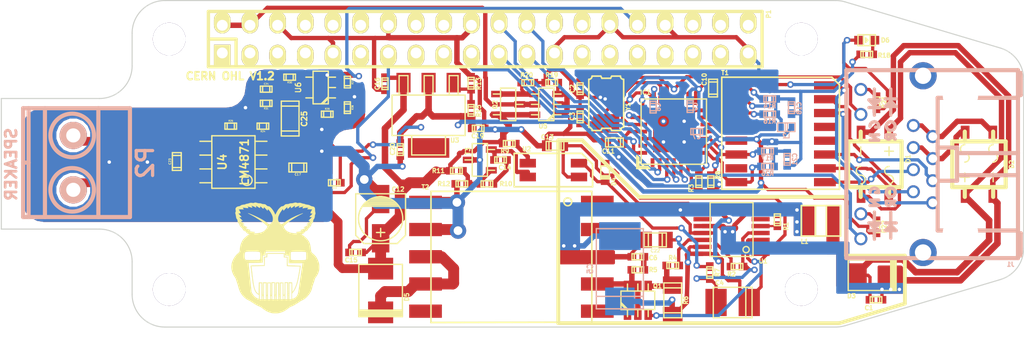
<source format=kicad_pcb>
(kicad_pcb (version 4) (host pcbnew 4.0.1-4.201602120846+6195~38~ubuntu14.04.1-stable)
  (title_block (title "Raspberry Pi Hat Template") (date 2015-12-24) (rev 0.1) (company OpenFet) (comment 1 "Author: Julien") (comment 2 "License: CERN OHL V1.2"))
  (layers (0 F.Cu signal) (31 B.Cu signal) (34 B.Paste user) (35 F.Paste user) (36 B.SilkS user) (37 F.SilkS user) (38 B.Mask user) (39 F.Mask user) (44 Edge.Cuts user))
  (net 0 "")
  (net 1 GND)
  (net 2 "Net-(C1-Pad1)")
  (net 3 "Net-(C1-Pad2)")
  (net 4 "Net-(C2-Pad2)")
  (net 5 "Net-(C3-Pad2)")
  (net 6 GNDPWR)
  (net 7 /PVCC)
  (net 8 "Net-(C5-Pad1)")
  (net 9 "Net-(C6-Pad2)")
  (net 10 +3V3)
  (net 11 "Net-(C11-Pad2)")
  (net 12 +5V)
  (net 13 "Net-(C14-Pad1)")
  (net 14 "Net-(C14-Pad2)")
  (net 15 /DATA_PAIR_2)
  (net 16 /DATA_PAIR_1)
  (net 17 /SPARE_PAIR_2)
  (net 18 /SPARE_PAIR_1)
  (net 19 /RUN)
  (net 20 "Net-(D4-Pad1)")
  (net 21 "Net-(D5-Pad2)")
  (net 22 "Net-(D6-Pad2)")
  (net 23 /ENC_SO)
  (net 24 /ENC_SI)
  (net 25 /ENC_SCK)
  (net 26 /ENC_CS)
  (net 27 /TPIN-)
  (net 28 /TPIN+)
  (net 29 "Net-(IC1-Pad10)")
  (net 30 /TPOUT-)
  (net 31 /TPOUT+)
  (net 32 /ENC_WOL)
  (net 33 /LEDB_CATH)
  (net 34 /LEDA_CATH)
  (net 35 "Net-(IC1-Pad27)")
  (net 36 /ENC_INT)
  (net 37 "Net-(IC1-Pad6)")
  (net 38 "Net-(J1-Pad3)")
  (net 39 "Net-(P1-Pad1)")
  (net 40 /sheet56B34F8B/5V_MCU)
  (net 41 "Net-(P1-Pad8)")
  (net 42 "Net-(P1-Pad10)")
  (net 43 "Net-(P1-Pad11)")
  (net 44 "Net-(P1-Pad12)")
  (net 45 "Net-(P1-Pad15)")
  (net 46 "Net-(P1-Pad16)")
  (net 47 "Net-(P1-Pad17)")
  (net 48 "Net-(P1-Pad18)")
  (net 49 "Net-(P1-Pad26)")
  (net 50 "Net-(P1-Pad29)")
  (net 51 "Net-(P1-Pad31)")
  (net 52 "Net-(P1-Pad33)")
  (net 53 "Net-(P1-Pad35)")
  (net 54 "Net-(P1-Pad36)")
  (net 55 "Net-(P1-Pad37)")
  (net 56 "Net-(P1-Pad40)")
  (net 57 "Net-(Q1-Pad1)")
  (net 58 "Net-(Q1-Pad3)")
  (net 59 "Net-(Q1-Pad4)")
  (net 60 "Net-(Q2-Pad1)")
  (net 61 "Net-(R1-Pad1)")
  (net 62 "Net-(R4-Pad2)")
  (net 63 "Net-(R9-Pad2)")
  (net 64 "Net-(R10-Pad1)")
  (net 65 "Net-(R13-Pad1)")
  (net 66 "Net-(R19-Pad1)")
  (net 67 "Net-(T1-Pad7)")
  (net 68 "Net-(U1-Pad11)")
  (net 69 "Net-(J1-Pad12)")
  (net 70 "Net-(J1-Pad10)")
  (net 71 "Net-(J1-Pad1)")
  (net 72 "Net-(J1-Pad2)")
  (net 73 "Net-(J1-Pad4)")
  (net 74 "Net-(P1-Pad3)")
  (net 75 "Net-(P1-Pad5)")
  (net 76 "Net-(P2-Pad2)")
  (net 77 "Net-(P1-Pad27)")
  (net 78 "Net-(P1-Pad28)")
  (net 79 "Net-(C18-Pad2)")
  (net 80 "Net-(C21-Pad1)")
  (net 81 "Net-(C22-Pad1)")
  (net 82 "Net-(C17-Pad1)")
  (net 83 /AUDIO_MONO)
  (net 84 "Net-(C24-Pad1)")
  (net 85 /SHUTDOWN)
  (net 86 /PWM_AUDIO)
  (net 87 "Net-(P2-Pad1)")
  (net 88 "Net-(R27-Pad1)")
  (net 89 "Net-(R29-Pad1)")
  (net 90 "Net-(R30-Pad2)")
  (net 91 "Net-(R24-Pad1)")
  (net 92 "Net-(P1-Pad7)")
  (module w_pin_strip:pin_socket_20x2 (layer F.Cu) (at 138.6 81.4)
    (fp_text reference P1 (at 26 -2.3 90) (layer F.SilkS) (effects (font (size 0.4 0.4) (thickness 0.125))))
    (fp_text value Raspberry_Pi_+_Conn hide)
    (pad 1 thru_hole rect (at -24.13 1.27) (size 1.524 1.99898) (drill 1.00076 (offset 0 0.24892)) (layers *.Cu *.Mask F.SilkS) (net 39 "Net-(P1-Pad1)"))
    (pad 2 thru_hole oval (at -24.13 -1.27) (size 1.524 1.99898) (drill 1.00076 (offset 0 -0.24892)) (layers *.Cu *.Mask F.SilkS) (net 40 /sheet56B34F8B/5V_MCU))
    (pad 3 thru_hole oval (at -21.59 1.27) (size 1.524 1.99898) (drill 1.00076 (offset 0 0.24892)) (layers *.Cu *.Mask F.SilkS) (net 74 "Net-(P1-Pad3)"))
    (pad 4 thru_hole oval (at -21.59 -1.27) (size 1.524 1.99898) (drill 1.00076 (offset 0 -0.24892)) (layers *.Cu *.Mask F.SilkS) (net 40 /sheet56B34F8B/5V_MCU))
    (pad 5 thru_hole oval (at -19.05 1.27) (size 1.524 1.99898) (drill 1.00076 (offset 0 0.24892)) (layers *.Cu *.Mask F.SilkS) (net 75 "Net-(P1-Pad5)"))
    (pad 6 thru_hole oval (at -19.05 -1.27) (size 1.524 1.99898) (drill 1.00076 (offset 0 -0.24892)) (layers *.Cu *.Mask F.SilkS) (net 1 GND))
    (pad 7 thru_hole oval (at -16.51 1.27) (size 1.524 1.99898) (drill 1.00076 (offset 0 0.24892)) (layers *.Cu *.Mask F.SilkS) (net 92 "Net-(P1-Pad7)"))
    (pad 8 thru_hole oval (at -16.51 -1.27) (size 1.524 1.99898) (drill 1.00076 (offset 0 -0.24892)) (layers *.Cu *.Mask F.SilkS) (net 41 "Net-(P1-Pad8)"))
    (pad 9 thru_hole oval (at -13.97 1.27) (size 1.524 1.99898) (drill 1.00076 (offset 0 0.24892)) (layers *.Cu *.Mask F.SilkS) (net 1 GND))
    (pad 10 thru_hole oval (at -13.97 -1.27) (size 1.524 1.99898) (drill 1.00076 (offset 0 -0.24892)) (layers *.Cu *.Mask F.SilkS) (net 42 "Net-(P1-Pad10)"))
    (pad 11 thru_hole oval (at -11.43 1.27) (size 1.524 1.99898) (drill 1.00076 (offset 0 0.24892)) (layers *.Cu *.Mask F.SilkS) (net 43 "Net-(P1-Pad11)"))
    (pad 12 thru_hole oval (at -11.43 -1.27) (size 1.524 1.99898) (drill 1.00076 (offset 0 -0.24892)) (layers *.Cu *.Mask F.SilkS) (net 44 "Net-(P1-Pad12)"))
    (pad 13 thru_hole oval (at -8.89 1.27) (size 1.524 1.99898) (drill 1.00076 (offset 0 0.24892)) (layers *.Cu *.Mask F.SilkS) (net 85 /SHUTDOWN))
    (pad 14 thru_hole oval (at -8.89 -1.27) (size 1.524 1.99898) (drill 1.00076 (offset 0 -0.24892)) (layers *.Cu *.Mask F.SilkS) (net 1 GND))
    (pad 15 thru_hole oval (at -6.35 1.27) (size 1.524 1.99898) (drill 1.00076 (offset 0 0.24892)) (layers *.Cu *.Mask F.SilkS) (net 45 "Net-(P1-Pad15)"))
    (pad 16 thru_hole oval (at -6.35 -1.27) (size 1.524 1.99898) (drill 1.00076 (offset 0 -0.24892)) (layers *.Cu *.Mask F.SilkS) (net 46 "Net-(P1-Pad16)"))
    (pad 17 thru_hole oval (at -3.81 1.27) (size 1.524 1.99898) (drill 1.00076 (offset 0 0.24892)) (layers *.Cu *.Mask F.SilkS) (net 47 "Net-(P1-Pad17)"))
    (pad 18 thru_hole oval (at -3.81 -1.27) (size 1.524 1.99898) (drill 1.00076 (offset 0 -0.24892)) (layers *.Cu *.Mask F.SilkS) (net 48 "Net-(P1-Pad18)"))
    (pad 19 thru_hole oval (at -1.27 1.27) (size 1.524 1.99898) (drill 1.00076 (offset 0 0.24892)) (layers *.Cu *.Mask F.SilkS) (net 24 /ENC_SI))
    (pad 20 thru_hole oval (at -1.27 -1.27) (size 1.524 1.99898) (drill 1.00076 (offset 0 -0.24892)) (layers *.Cu *.Mask F.SilkS) (net 1 GND))
    (pad 21 thru_hole oval (at 1.27 1.27) (size 1.524 1.99898) (drill 1.00076 (offset 0 0.24892)) (layers *.Cu *.Mask F.SilkS) (net 23 /ENC_SO))
    (pad 22 thru_hole oval (at 1.27 -1.27) (size 1.524 1.99898) (drill 1.00076 (offset 0 -0.24892)) (layers *.Cu *.Mask F.SilkS) (net 36 /ENC_INT))
    (pad 23 thru_hole oval (at 3.81 1.27) (size 1.524 1.99898) (drill 1.00076 (offset 0 0.24892)) (layers *.Cu *.Mask F.SilkS) (net 25 /ENC_SCK))
    (pad 24 thru_hole oval (at 3.81 -1.27) (size 1.524 1.99898) (drill 1.00076 (offset 0 -0.24892)) (layers *.Cu *.Mask F.SilkS) (net 26 /ENC_CS))
    (pad 25 thru_hole oval (at 6.35 1.27) (size 1.524 1.99898) (drill 1.00076 (offset 0 0.24892)) (layers *.Cu *.Mask F.SilkS) (net 1 GND))
    (pad 26 thru_hole oval (at 6.35 -1.27) (size 1.524 1.99898) (drill 1.00076 (offset 0 -0.24892)) (layers *.Cu *.Mask F.SilkS) (net 49 "Net-(P1-Pad26)"))
    (pad 27 thru_hole oval (at 8.89 1.27) (size 1.524 1.99898) (drill 1.00076 (offset 0 0.24892)) (layers *.Cu *.Mask F.SilkS) (net 77 "Net-(P1-Pad27)"))
    (pad 28 thru_hole oval (at 8.89 -1.27) (size 1.524 1.99898) (drill 1.00076 (offset 0 -0.24892)) (layers *.Cu *.Mask F.SilkS) (net 78 "Net-(P1-Pad28)"))
    (pad 29 thru_hole oval (at 11.43 1.27) (size 1.524 1.99898) (drill 1.00076 (offset 0 0.24892)) (layers *.Cu *.Mask F.SilkS) (net 50 "Net-(P1-Pad29)"))
    (pad 30 thru_hole oval (at 11.43 -1.27) (size 1.524 1.99898) (drill 1.00076 (offset 0 -0.24892)) (layers *.Cu *.Mask F.SilkS) (net 1 GND))
    (pad 31 thru_hole oval (at 13.97 1.27) (size 1.524 1.99898) (drill 1.00076 (offset 0 0.24892)) (layers *.Cu *.Mask F.SilkS) (net 51 "Net-(P1-Pad31)"))
    (pad 32 thru_hole oval (at 13.97 -1.27) (size 1.524 1.99898) (drill 1.00076 (offset 0 -0.24892)) (layers *.Cu *.Mask F.SilkS) (net 86 /PWM_AUDIO))
    (pad 33 thru_hole oval (at 16.51 1.27) (size 1.524 1.99898) (drill 1.00076 (offset 0 0.24892)) (layers *.Cu *.Mask F.SilkS) (net 52 "Net-(P1-Pad33)"))
    (pad 34 thru_hole oval (at 16.51 -1.27) (size 1.524 1.99898) (drill 1.00076 (offset 0 -0.24892)) (layers *.Cu *.Mask F.SilkS) (net 1 GND))
    (pad 35 thru_hole oval (at 19.05 1.27) (size 1.524 1.99898) (drill 1.00076 (offset 0 0.24892)) (layers *.Cu *.Mask F.SilkS) (net 53 "Net-(P1-Pad35)"))
    (pad 36 thru_hole oval (at 19.05 -1.27) (size 1.524 1.99898) (drill 1.00076 (offset 0 -0.24892)) (layers *.Cu *.Mask F.SilkS) (net 54 "Net-(P1-Pad36)"))
    (pad 37 thru_hole oval (at 21.59 1.27) (size 1.524 1.99898) (drill 1.00076 (offset 0 0.24892)) (layers *.Cu *.Mask F.SilkS) (net 55 "Net-(P1-Pad37)"))
    (pad 38 thru_hole oval (at 21.59 -1.27) (size 1.524 1.99898) (drill 1.00076 (offset 0 -0.24892)) (layers *.Cu *.Mask F.SilkS))
    (pad 39 thru_hole oval (at 24.13 1.27) (size 1.524 1.99898) (drill 1.00076 (offset 0 0.24892)) (layers *.Cu *.Mask F.SilkS) (net 1 GND))
    (pad 40 thru_hole oval (at 24.13 -1.27) (size 1.524 1.99898) (drill 1.00076 (offset 0 -0.24892)) (layers *.Cu *.Mask F.SilkS) (net 56 "Net-(P1-Pad40)"))
  )
  (module Mounting_Holes:MountingHole_3mm (layer F.Cu) (at 109.6 81.4)
    (fp_text reference MT3 hide)
    (fp_text value MountingHole_3mm hide)
    (pad 1 thru_hole circle (at 0 0) (size 3 3) (drill 3) (layers))
  )
  (module w_smd_cap:c_0402 (layer F.Cu) (at 174.45 105.35 180)
    (fp_text reference C1 (at 0.65 -0.75 180) (layer F.SilkS) (effects (font (size 0.4 0.4) (thickness 0.125))))
    (fp_text value 0.1uf hide)
    (pad 1 smd rect (at 0.54864 0 180) (size 0.8001 0.6985) (layers F.Cu F.Paste F.Mask) (net 2 "Net-(C1-Pad1)"))
    (pad 2 smd rect (at -0.54864 0 180) (size 0.8001 0.6985) (layers F.Cu F.Paste F.Mask) (net 3 "Net-(C1-Pad2)"))
  )
  (module w_smd_cap:c_0402 (layer F.Cu) (at 147.3 85.95136 270)
    (fp_text reference C2 (at 0 0.7 270) (layer F.SilkS) (effects (font (size 0.4 0.4) (thickness 0.125))))
    (fp_text value 16pf hide)
    (pad 1 smd rect (at 0.54864 0 270) (size 0.8001 0.6985) (layers F.Cu F.Paste F.Mask) (net 1 GND))
    (pad 2 smd rect (at -0.54864 0 270) (size 0.8001 0.6985) (layers F.Cu F.Paste F.Mask) (net 4 "Net-(C2-Pad2)"))
  )
  (module w_smd_cap:c_0402 (layer F.Cu) (at 147.3 88.55136 90)
    (fp_text reference C3 (at 0.05136 -0.7 90) (layer F.SilkS) (effects (font (size 0.4 0.4) (thickness 0.125))))
    (fp_text value 16pf hide)
    (pad 1 smd rect (at 0.54864 0 90) (size 0.8001 0.6985) (layers F.Cu F.Paste F.Mask) (net 1 GND))
    (pad 2 smd rect (at -0.54864 0 90) (size 0.8001 0.6985) (layers F.Cu F.Paste F.Mask) (net 5 "Net-(C3-Pad2)"))
  )
  (module w_smd_cap:c_tant_B (layer F.Cu) (at 161.3 105.6)
    (fp_text reference C4 (at -1.2 -1.8) (layer F.SilkS) (effects (font (size 0.4 0.4) (thickness 0.125))))
    (fp_text value 220uf hide)
    (pad 2 smd rect (at 1.524 0) (size 1.95072 2.49936) (layers F.Cu F.Paste F.Mask) (net 6 GNDPWR))
    (pad 1 smd rect (at -1.524 0) (size 1.95072 2.49936) (layers F.Cu F.Paste F.Mask) (net 7 /PVCC))
  )
  (module w_smd_cap:c_0402 (layer F.Cu) (at 152.6 101.4 180)
    (fp_text reference C6 (at -1.4 -0.1 180) (layer F.SilkS) (effects (font (size 0.4 0.4) (thickness 0.125))))
    (fp_text value C hide)
    (pad 1 smd rect (at 0.54864 0 180) (size 0.8001 0.6985) (layers F.Cu F.Paste F.Mask) (net 81 "Net-(C22-Pad1)"))
    (pad 2 smd rect (at -0.54864 0 180) (size 0.8001 0.6985) (layers F.Cu F.Paste F.Mask) (net 9 "Net-(C6-Pad2)"))
  )
  (module w_smd_cap:c_0402 (layer B.Cu) (at 158 89.9)
    (fp_text reference C7 (at 0 0.4826) (layer B.SilkS) (effects (font (size 0.4 0.4) (thickness 0.125)) (justify mirror)))
    (fp_text value 0.1uf hide)
    (pad 1 smd rect (at 0.54864 0) (size 0.8001 0.6985) (layers B.Cu B.Paste B.Mask) (net 10 +3V3))
    (pad 2 smd rect (at -0.54864 0) (size 0.8001 0.6985) (layers B.Cu B.Paste B.Mask) (net 1 GND))
  )
  (module w_smd_cap:c_0402 (layer B.Cu) (at 154 87.65 90)
    (fp_text reference C8 (at 0 0.4826 90) (layer B.SilkS) (effects (font (size 0.4 0.4) (thickness 0.125)) (justify mirror)))
    (fp_text value 0.1uf hide)
    (pad 1 smd rect (at 0.54864 0 90) (size 0.8001 0.6985) (layers B.Cu B.Paste B.Mask) (net 10 +3V3))
    (pad 2 smd rect (at -0.54864 0 90) (size 0.8001 0.6985) (layers B.Cu B.Paste B.Mask) (net 1 GND))
  )
  (module w_smd_cap:c_0402 (layer B.Cu) (at 157.4 87.6 90)
    (fp_text reference C9 (at 0 0.4826 90) (layer B.SilkS) (effects (font (size 0.4 0.4) (thickness 0.125)) (justify mirror)))
    (fp_text value 0.1uf hide)
    (pad 1 smd rect (at 0.54864 0 90) (size 0.8001 0.6985) (layers B.Cu B.Paste B.Mask) (net 10 +3V3))
    (pad 2 smd rect (at -0.54864 0 90) (size 0.8001 0.6985) (layers B.Cu B.Paste B.Mask) (net 1 GND))
  )
  (module w_smd_cap:c_0603 (layer F.Cu) (at 159.5 85.9 90)
    (fp_text reference C10 (at 0.8 -0.8 90) (layer F.SilkS) (effects (font (size 0.4 0.4) (thickness 0.125))))
    (fp_text value 0.1uf hide)
    (pad 1 smd rect (at 0.75184 0 90) (size 0.89916 1.00076) (layers F.Cu F.Paste F.Mask) (net 10 +3V3))
    (pad 2 smd rect (at -0.75184 0 90) (size 0.89916 1.00076) (layers F.Cu F.Paste F.Mask) (net 1 GND))
  )
  (module w_smd_cap:c_elec_4x4.5 (layer F.Cu) (at 129 97.9 270)
    (fp_text reference C12 (at -2.7 -1.6 360) (layer F.SilkS) (effects (font (size 0.4 0.4) (thickness 0.125))))
    (fp_text value CP hide)
    (pad 1 smd rect (at 1.80086 0 270) (size 2.60096 1.6002) (layers F.Cu F.Paste F.Mask) (net 12 +5V))
    (pad 2 smd rect (at -1.80086 0 270) (size 2.60096 1.6002) (layers F.Cu F.Paste F.Mask) (net 1 GND))
  )
  (module w_smd_cap:c_0603 (layer F.Cu) (at 145 91.2 180)
    (fp_text reference C13 (at 0.7 0.8 180) (layer F.SilkS) (effects (font (size 0.4 0.4) (thickness 0.125))))
    (fp_text value 2nf hide)
    (pad 1 smd rect (at 0.75184 0 180) (size 0.89916 1.00076) (layers F.Cu F.Paste F.Mask) (net 1 GND))
    (pad 2 smd rect (at -0.75184 0 180) (size 0.89916 1.00076) (layers F.Cu F.Paste F.Mask) (net 6 GNDPWR))
  )
  (module w_smd_cap:c_0402 (layer F.Cu) (at 140 92.5 180)
    (fp_text reference C14 (at -0.4 -0.7 180) (layer F.SilkS) (effects (font (size 0.4 0.4) (thickness 0.125))))
    (fp_text value 6.8nf hide)
    (pad 1 smd rect (at 0.54864 0 180) (size 0.8001 0.6985) (layers F.Cu F.Paste F.Mask) (net 13 "Net-(C14-Pad1)"))
    (pad 2 smd rect (at -0.54864 0 180) (size 0.8001 0.6985) (layers F.Cu F.Paste F.Mask) (net 14 "Net-(C14-Pad2)"))
  )
  (module w_smd_cap:c_0402 (layer F.Cu) (at 126.7 101)
    (fp_text reference C15 (at -0.4 0.7) (layer F.SilkS) (effects (font (size 0.4 0.4) (thickness 0.125))))
    (fp_text value 0.1uf hide)
    (pad 1 smd rect (at 0.54864 0) (size 0.8001 0.6985) (layers F.Cu F.Paste F.Mask) (net 12 +5V))
    (pad 2 smd rect (at -0.54864 0) (size 0.8001 0.6985) (layers F.Cu F.Paste F.Mask) (net 1 GND))
  )
  (module w_smd_cap:c_0402 (layer F.Cu) (at 129.4 85.5 90)
    (fp_text reference C16 (at 0 -0.7 90) (layer F.SilkS) (effects (font (size 0.4 0.4) (thickness 0.125))))
    (fp_text value 0.1uf hide)
    (pad 1 smd rect (at 0.54864 0 90) (size 0.8001 0.6985) (layers F.Cu F.Paste F.Mask) (net 12 +5V))
    (pad 2 smd rect (at -0.54864 0 90) (size 0.8001 0.6985) (layers F.Cu F.Paste F.Mask) (net 1 GND))
  )
  (module w_smd_cap:c_0402 (layer F.Cu) (at 137.95136 89.6 180)
    (fp_text reference C19 (at 0.05136 -0.7 180) (layer F.SilkS) (effects (font (size 0.4 0.4) (thickness 0.125))))
    (fp_text value 0.1uf hide)
    (pad 1 smd rect (at 0.54864 0 180) (size 0.8001 0.6985) (layers F.Cu F.Paste F.Mask) (net 10 +3V3))
    (pad 2 smd rect (at -0.54864 0 180) (size 0.8001 0.6985) (layers F.Cu F.Paste F.Mask) (net 1 GND))
  )
  (module w_smd_cap:c_0402 (layer F.Cu) (at 130.8 91.55136 90)
    (fp_text reference C20 (at 0.05136 -0.7 90) (layer F.SilkS) (effects (font (size 0.4 0.4) (thickness 0.125))))
    (fp_text value 1uf hide)
    (pad 1 smd rect (at 0.54864 0 90) (size 0.8001 0.6985) (layers F.Cu F.Paste F.Mask) (net 10 +3V3))
    (pad 2 smd rect (at -0.54864 0 90) (size 0.8001 0.6985) (layers F.Cu F.Paste F.Mask) (net 1 GND))
  )
  (module w_smd_diode:MBS (layer F.Cu) (at 174.35 92.9 90)
    (fp_text reference D1 (at 0.5 3.05 90) (layer F.SilkS) (effects (font (size 0.4 0.4) (thickness 0.125))))
    (fp_text value BRIDGE hide)
    (pad 2 smd rect (at -2.94894 -1.27 90) (size 1.19888 0.8001) (layers F.Cu F.Paste F.Mask) (net 15 /DATA_PAIR_2))
    (pad 3 smd rect (at -2.9464 1.27 90) (size 1.19888 0.8001) (layers F.Cu F.Paste F.Mask) (net 16 /DATA_PAIR_1))
    (pad 1 smd rect (at 2.94894 1.27 90) (size 1.19888 0.8001) (layers F.Cu F.Paste F.Mask) (net 2 "Net-(C1-Pad1)"))
    (pad 4 smd rect (at 2.9464 -1.27 90) (size 1.19888 0.8001) (layers F.Cu F.Paste F.Mask) (net 3 "Net-(C1-Pad2)"))
  )
  (module w_smd_diode:MBS (layer F.Cu) (at 183.9 92.9 270)
    (fp_text reference D2 (at 0 -3 270) (layer F.SilkS) (effects (font (size 0.4 0.4) (thickness 0.125))))
    (fp_text value BRIDGE hide)
    (pad 2 smd rect (at -2.94894 -1.27 270) (size 1.19888 0.8001) (layers F.Cu F.Paste F.Mask) (net 17 /SPARE_PAIR_2))
    (pad 3 smd rect (at -2.9464 1.27 270) (size 1.19888 0.8001) (layers F.Cu F.Paste F.Mask) (net 18 /SPARE_PAIR_1))
    (pad 1 smd rect (at 2.94894 1.27 270) (size 1.19888 0.8001) (layers F.Cu F.Paste F.Mask) (net 2 "Net-(C1-Pad1)"))
    (pad 4 smd rect (at 2.9464 -1.27 270) (size 1.19888 0.8001) (layers F.Cu F.Paste F.Mask) (net 3 "Net-(C1-Pad2)"))
  )
  (module w_smd_diode:do214ac (layer F.Cu) (at 174.1 103.1)
    (fp_text reference D3 (at -1.9 1.9) (layer F.SilkS) (effects (font (size 0.4 0.4) (thickness 0.125))))
    (fp_text value ZENER hide)
    (pad 2 smd rect (at 1.72974 0) (size 2.10058 1.69926) (layers F.Cu F.Paste F.Mask) (net 3 "Net-(C1-Pad2)"))
    (pad 1 smd rect (at -1.72974 0) (size 2.10058 1.69926) (layers F.Cu F.Paste F.Mask) (net 2 "Net-(C1-Pad1)"))
  )
  (module w_smd_diode:sod523 (layer F.Cu) (at 149.6 93.6509 270)
    (fp_text reference D4 (at 0.8491 -0.8 270) (layer F.SilkS) (effects (font (size 0.4 0.4) (thickness 0.125))))
    (fp_text value BAS516 hide)
    (pad 2 smd rect (at 0.8509 0 270) (size 0.59944 0.8001) (layers F.Cu F.Paste F.Mask) (net 19 /RUN))
    (pad 1 smd rect (at -0.8509 0 270) (size 0.59944 0.8001) (layers F.Cu F.Paste F.Mask) (net 20 "Net-(D4-Pad1)"))
  )
  (module w_smd_leds:Led_0603 (layer F.Cu) (at 173.6 81.5)
    (fp_text reference D6 (at 1.7 0) (layer F.SilkS) (effects (font (size 0.4 0.4) (thickness 0.125))))
    (fp_text value LED hide)
    (pad 1 smd rect (at -0.7493 0) (size 0.79756 0.79756) (layers F.Cu F.Paste F.Mask) (net 10 +3V3))
    (pad 2 smd rect (at 0.7493 0) (size 0.79756 0.79756) (layers F.Cu F.Paste F.Mask) (net 22 "Net-(D6-Pad2)"))
  )
  (module w_smd_qfn:qfn-28 (layer F.Cu) (at 155.9 89.9)
    (fp_text reference IC1 (at -2.6 -3.6) (layer F.SilkS) (effects (font (size 0.4 0.4) (thickness 0.125))))
    (fp_text value ENC28J60-I/ML hide)
    (pad 2 smd rect (at -1.30048 2.84988) (size 0.35052 0.8001) (layers F.Cu F.Paste F.Mask) (net 23 /ENC_SO))
    (pad 3 smd rect (at -0.65024 2.84988) (size 0.35052 0.8001) (layers F.Cu F.Paste F.Mask) (net 24 /ENC_SI))
    (pad 4 smd rect (at 0 2.84988) (size 0.35052 0.8001) (layers F.Cu F.Paste F.Mask) (net 25 /ENC_SCK))
    (pad 5 smd rect (at 0.65024 2.84988) (size 0.35052 0.8001) (layers F.Cu F.Paste F.Mask) (net 26 /ENC_CS))
    (pad 8 smd rect (at 2.85242 1.95072) (size 0.8001 0.35052) (layers F.Cu F.Paste F.Mask) (net 27 /TPIN-))
    (pad 9 smd rect (at 2.85242 1.30048) (size 0.8001 0.35052) (layers F.Cu F.Paste F.Mask) (net 28 /TPIN+))
    (pad 10 smd rect (at 2.85242 0.65024) (size 0.8001 0.35052) (layers F.Cu F.Paste F.Mask) (net 29 "Net-(IC1-Pad10)"))
    (pad 11 smd rect (at 2.85242 0) (size 0.8001 0.35052) (layers F.Cu F.Paste F.Mask) (net 10 +3V3))
    (pad 12 smd rect (at 2.85242 -0.65024) (size 0.8001 0.35052) (layers F.Cu F.Paste F.Mask) (net 30 /TPOUT-))
    (pad 13 smd rect (at 2.85242 -1.30048) (size 0.8001 0.35052) (layers F.Cu F.Paste F.Mask) (net 31 /TPOUT+))
    (pad 14 smd rect (at 2.85242 -1.95072) (size 0.8001 0.35052) (layers F.Cu F.Paste F.Mask) (net 1 GND))
    (pad 1 smd rect (at -1.95072 2.84988) (size 0.35052 0.8001) (layers F.Cu F.Paste F.Mask) (net 32 /ENC_WOL))
    (pad 29 smd rect (at 0.94996 0.94996) (size 1.89992 1.89992) (layers F.Cu F.Paste F.Mask))
    (pad 29 smd rect (at -0.94996 0.94996) (size 1.89992 1.89992) (layers F.Cu F.Paste F.Mask))
    (pad 29 smd rect (at -0.94996 -0.94996) (size 1.89992 1.89992) (layers F.Cu F.Paste F.Mask))
    (pad 29 smd rect (at 0.94996 -0.94996) (size 1.89992 1.89992) (layers F.Cu F.Paste F.Mask))
    (pad 15 smd rect (at 2.00152 -2.85242) (size 0.35052 0.8001) (layers F.Cu F.Paste F.Mask) (net 10 +3V3))
    (pad 16 smd rect (at 1.35128 -2.85242) (size 0.35052 0.8001) (layers F.Cu F.Paste F.Mask) (net 10 +3V3))
    (pad 17 smd rect (at 0.70104 -2.85242) (size 0.35052 0.8001) (layers F.Cu F.Paste F.Mask) (net 1 GND))
    (pad 18 smd rect (at 0 -2.85242) (size 0.35052 0.8001) (layers F.Cu F.Paste F.Mask) (net 1 GND))
    (pad 19 smd rect (at -0.59944 -2.85242) (size 0.35052 0.8001) (layers F.Cu F.Paste F.Mask) (net 4 "Net-(C2-Pad2)"))
    (pad 20 smd rect (at -1.24968 -2.85242) (size 0.35052 0.8001) (layers F.Cu F.Paste F.Mask) (net 5 "Net-(C3-Pad2)"))
    (pad 21 smd rect (at -1.89992 -2.85242) (size 0.35052 0.8001) (layers F.Cu F.Paste F.Mask) (net 10 +3V3))
    (pad 22 smd rect (at -2.84988 -1.95072) (size 0.8001 0.35052) (layers F.Cu F.Paste F.Mask) (net 33 /LEDB_CATH))
    (pad 23 smd rect (at -2.84988 -1.30048) (size 0.8001 0.35052) (layers F.Cu F.Paste F.Mask) (net 34 /LEDA_CATH))
    (pad 24 smd rect (at -2.84988 -0.65024) (size 0.8001 0.35052) (layers F.Cu F.Paste F.Mask) (net 10 +3V3))
    (pad 25 smd rect (at -2.84988 0) (size 0.8001 0.35052) (layers F.Cu F.Paste F.Mask) (net 11 "Net-(C11-Pad2)"))
    (pad 26 smd rect (at -2.84988 0.65024) (size 0.8001 0.35052) (layers F.Cu F.Paste F.Mask) (net 1 GND))
    (pad 27 smd rect (at -2.84988 1.30048) (size 0.8001 0.35052) (layers F.Cu F.Paste F.Mask) (net 35 "Net-(IC1-Pad27)"))
    (pad 28 smd rect (at -2.84988 1.95072) (size 0.8001 0.35052) (layers F.Cu F.Paste F.Mask) (net 36 /ENC_INT))
    (pad 6 smd rect (at 1.30048 2.84988) (size 0.35052 0.8001) (layers F.Cu F.Paste F.Mask) (net 37 "Net-(IC1-Pad6)"))
    (pad 7 smd rect (at 1.95072 2.84988) (size 0.35052 0.8001) (layers F.Cu F.Paste F.Mask) (net 1 GND))
  )
  (module w_conn_pc:rj45-tyco-2-406549-7 (layer B.Cu) (at 179.60412 92.88984 270)
    (fp_text reference J1 (at 9.21016 -7.19588 360) (layer B.SilkS) (effects (font (size 0.4 0.4) (thickness 0.1)) (justify mirror)))
    (fp_text value RJ45-LED hide)
    (pad 3 thru_hole circle (at 1.52146 -0.05588 270) (size 1.19888 1.19888) (drill 0.8001) (layers *.Cu *.Mask) (net 38 "Net-(J1-Pad3)"))
    (pad 1 thru_hole circle (at 3.55092 -0.05588 270) (size 1.19888 1.19888) (drill 0.8001) (layers *.Cu *.Mask) (net 71 "Net-(J1-Pad1)"))
    (pad 2 thru_hole circle (at 2.53746 1.72466 270) (size 1.19888 1.19888) (drill 0.8001) (layers *.Cu *.Mask) (net 72 "Net-(J1-Pad2)"))
    (pad 4 thru_hole circle (at 0.508 1.72466 270) (size 1.19888 1.19888) (drill 0.8001) (layers *.Cu *.Mask) (net 73 "Net-(J1-Pad4)"))
    (pad 5 thru_hole circle (at -0.508 -0.05588 270) (size 1.19888 1.19888) (drill 0.8001) (layers *.Cu *.Mask) (net 18 /SPARE_PAIR_1))
    (pad 6 thru_hole circle (at -1.52146 1.72466 270) (size 1.19888 1.19888) (drill 0.8001) (layers *.Cu *.Mask) (net 18 /SPARE_PAIR_1))
    (pad 7 thru_hole circle (at -2.53746 -0.05588 270) (size 1.19888 1.19888) (drill 0.8001) (layers *.Cu *.Mask) (net 17 /SPARE_PAIR_2))
    (pad 8 thru_hole circle (at -3.55092 1.72466 270) (size 1.19888 1.19888) (drill 0.8001) (layers *.Cu *.Mask) (net 17 /SPARE_PAIR_2))
    (pad "" thru_hole circle (at -8.12038 0.83312 270) (size 2.49936 2.49936) (drill 1.50114) (layers *.Cu *.Mask))
    (pad "" thru_hole circle (at 8.12038 0.83312 270) (size 2.49936 2.49936) (drill 1.50114) (layers *.Cu *.Mask))
    (pad "" np_thru_hole circle (at -6.33984 -2.59588 270) (size 3.2512 3.2512) (drill 3.2512) (layers *.Cu))
    (pad "" np_thru_hole circle (at 6.33984 -2.59588 270) (size 3.2512 3.2512) (drill 3.2512) (layers *.Cu))
    (pad 12 thru_hole circle (at -6.86054 6.54304 270) (size 1.19888 1.19888) (drill 0.8001) (layers *.Cu *.Mask) (net 69 "Net-(J1-Pad12)"))
    (pad 11 thru_hole circle (at -4.56946 6.54304 270) (size 1.19888 1.19888) (drill 0.8001) (layers *.Cu *.Mask) (net 33 /LEDB_CATH))
    (pad 10 thru_hole circle (at 4.56946 6.54304 270) (size 1.19888 1.19888) (drill 0.8001) (layers *.Cu *.Mask) (net 70 "Net-(J1-Pad10)"))
    (pad 9 thru_hole circle (at 6.86054 6.54304 270) (size 1.19888 1.19888) (drill 0.8001) (layers *.Cu *.Mask) (net 34 /LEDA_CATH))
  )
  (module w_smd_inductors:inductor_smd_1008 (layer F.Cu) (at 169.4 98.1 180)
    (fp_text reference L1 (at 1.5 -1.9 180) (layer F.SilkS) (effects (font (size 0.4 0.4) (thickness 0.125))))
    (fp_text value 2.2uH hide)
    (pad 1 smd rect (at -1.143 0 180) (size 1.016 2.54) (layers F.Cu F.Paste F.Mask) (net 2 "Net-(C1-Pad1)"))
    (pad 2 smd rect (at 1.143 0 180) (size 1.016 2.54) (layers F.Cu F.Paste F.Mask) (net 81 "Net-(C22-Pad1)"))
  )
  (module w_smd_trans:sot23 (layer F.Cu) (at 140.7 87.4 270)
    (fp_text reference Q2 (at 0.0254 1.2 270) (layer F.SilkS) (effects (font (size 0.4 0.4) (thickness 0.125))))
    (fp_text value BSS138 hide)
    (pad 1 smd rect (at -0.9525 1.05664 270) (size 0.59944 1.00076) (layers F.Cu F.Paste F.Mask) (net 60 "Net-(Q2-Pad1)"))
    (pad 2 smd rect (at 0 -1.05664 270) (size 0.59944 1.00076) (layers F.Cu F.Paste F.Mask) (net 40 /sheet56B34F8B/5V_MCU))
    (pad 3 smd rect (at 0.9525 1.05664 270) (size 0.59944 1.00076) (layers F.Cu F.Paste F.Mask) (net 12 +5V))
  )
  (module w_smd_resistors:r_0402 (layer F.Cu) (at 165.4 98 270)
    (fp_text reference R1 (at 0.6 -0.8 270) (layer F.SilkS) (effects (font (size 0.4 0.4) (thickness 0.125))))
    (fp_text value DNP hide)
    (pad 1 smd rect (at 0.54864 0 270) (size 0.8001 0.6985) (layers F.Cu F.Paste F.Mask) (net 61 "Net-(R1-Pad1)"))
    (pad 2 smd rect (at -0.54864 0 270) (size 0.8001 0.6985) (layers F.Cu F.Paste F.Mask) (net 3 "Net-(C1-Pad2)"))
  )
  (module w_smd_resistors:r_0402 (layer F.Cu) (at 161.7 102.3 180)
    (fp_text reference R2 (at 0.5 -0.7 180) (layer F.SilkS) (effects (font (size 0.4 0.4) (thickness 0.125))))
    (fp_text value 10k hide)
    (pad 1 smd rect (at 0.54864 0 180) (size 0.8001 0.6985) (layers F.Cu F.Paste F.Mask) (net 81 "Net-(C22-Pad1)"))
    (pad 2 smd rect (at -0.54864 0 180) (size 0.8001 0.6985) (layers F.Cu F.Paste F.Mask) (net 7 /PVCC))
  )
  (module w_smd_resistors:r_0402 (layer F.Cu) (at 158.2 94.5 270)
    (fp_text reference R3 (at 0.6 0.7 270) (layer F.SilkS) (effects (font (size 0.4 0.4) (thickness 0.125))))
    (fp_text value 1k hide)
    (pad 1 smd rect (at 0.54864 0 270) (size 0.8001 0.6985) (layers F.Cu F.Paste F.Mask) (net 37 "Net-(IC1-Pad6)"))
    (pad 2 smd rect (at -0.54864 0 270) (size 0.8001 0.6985) (layers F.Cu F.Paste F.Mask) (net 10 +3V3))
  )
  (module w_smd_resistors:r_0402 (layer F.Cu) (at 155.8 102.2 180)
    (fp_text reference R4 (at 0 0.7 180) (layer F.SilkS) (effects (font (size 0.4 0.4) (thickness 0.125))))
    (fp_text value 10k hide)
    (pad 1 smd rect (at 0.54864 0 180) (size 0.8001 0.6985) (layers F.Cu F.Paste F.Mask) (net 59 "Net-(Q1-Pad4)"))
    (pad 2 smd rect (at -0.54864 0 180) (size 0.8001 0.6985) (layers F.Cu F.Paste F.Mask) (net 62 "Net-(R4-Pad2)"))
  )
  (module w_smd_resistors:r_0402 (layer F.Cu) (at 152.6 102.6 180)
    (fp_text reference R5 (at -1.4 0 180) (layer F.SilkS) (effects (font (size 0.4 0.4) (thickness 0.125))))
    (fp_text value R hide)
    (pad 1 smd rect (at 0.54864 0 180) (size 0.8001 0.6985) (layers F.Cu F.Paste F.Mask) (net 57 "Net-(Q1-Pad1)"))
    (pad 2 smd rect (at -0.54864 0 180) (size 0.8001 0.6985) (layers F.Cu F.Paste F.Mask) (net 9 "Net-(C6-Pad2)"))
  )
  (module w_smd_resistors:r_1206 (layer F.Cu) (at 155.8 105.403 90)
    (fp_text reference R6 (at 0.003 1.2 90) (layer F.SilkS) (effects (font (size 0.4 0.4) (thickness 0.125))))
    (fp_text value 0.05 hide)
    (pad 1 smd rect (at 1.397 0 90) (size 1.6002 1.8034) (layers F.Cu F.Paste F.Mask) (net 59 "Net-(Q1-Pad4)"))
    (pad 2 smd rect (at -1.397 0 90) (size 1.6002 1.8034) (layers F.Cu F.Paste F.Mask) (net 6 GNDPWR))
  )
  (module w_smd_resistors:r_0402 (layer F.Cu) (at 159.2 102.85136 270)
    (fp_text reference R7 (at 0 -0.7 270) (layer F.SilkS) (effects (font (size 0.4 0.4) (thickness 0.125))))
    (fp_text value 6.8k hide)
    (pad 1 smd rect (at 0.54864 0 270) (size 0.8001 0.6985) (layers F.Cu F.Paste F.Mask) (net 7 /PVCC))
    (pad 2 smd rect (at -0.54864 0 270) (size 0.8001 0.6985) (layers F.Cu F.Paste F.Mask) (net 19 /RUN))
  )
  (module w_smd_resistors:r_0402 (layer F.Cu) (at 159.3 94.5 270)
    (fp_text reference R8 (at -0.61 -0.65 270) (layer F.SilkS) (effects (font (size 0.4 0.4) (thickness 0.125))))
    (fp_text value 2.32k hide)
    (pad 1 smd rect (at 0.54864 0 270) (size 0.8001 0.6985) (layers F.Cu F.Paste F.Mask) (net 1 GND))
    (pad 2 smd rect (at -0.54864 0 270) (size 0.8001 0.6985) (layers F.Cu F.Paste F.Mask) (net 29 "Net-(IC1-Pad10)"))
  )
  (module w_smd_resistors:r_0402 (layer F.Cu) (at 140.8 91 180)
    (fp_text reference R9 (at 0.4 -0.7 180) (layer F.SilkS) (effects (font (size 0.4 0.4) (thickness 0.125))))
    (fp_text value 1k hide)
    (pad 1 smd rect (at 0.54864 0 180) (size 0.8001 0.6985) (layers F.Cu F.Paste F.Mask) (net 12 +5V))
    (pad 2 smd rect (at -0.54864 0 180) (size 0.8001 0.6985) (layers F.Cu F.Paste F.Mask) (net 63 "Net-(R9-Pad2)"))
  )
  (module w_smd_resistors:r_0402 (layer F.Cu) (at 138.74864 94.7 180)
    (fp_text reference R10 (at -1.75136 0 180) (layer F.SilkS) (effects (font (size 0.4 0.4) (thickness 0.125))))
    (fp_text value 10k hide)
    (pad 1 smd rect (at 0.54864 0 180) (size 0.8001 0.6985) (layers F.Cu F.Paste F.Mask) (net 64 "Net-(R10-Pad1)"))
    (pad 2 smd rect (at -0.54864 0 180) (size 0.8001 0.6985) (layers F.Cu F.Paste F.Mask) (net 14 "Net-(C14-Pad2)"))
  )
  (module w_smd_resistors:r_0402 (layer F.Cu) (at 135.95136 93.5 180)
    (fp_text reference R11 (at 1.65136 0 180) (layer F.SilkS) (effects (font (size 0.4 0.4) (thickness 0.125))))
    (fp_text value 10k hide)
    (pad 1 smd rect (at 0.54864 0 180) (size 0.8001 0.6985) (layers F.Cu F.Paste F.Mask) (net 12 +5V))
    (pad 2 smd rect (at -0.54864 0 180) (size 0.8001 0.6985) (layers F.Cu F.Paste F.Mask) (net 64 "Net-(R10-Pad1)"))
  )
  (module w_smd_resistors:r_0402 (layer F.Cu) (at 136.44864 94.7)
    (fp_text reference R12 (at -1.64864 0) (layer F.SilkS) (effects (font (size 0.4 0.4) (thickness 0.125))))
    (fp_text value 3.3k hide)
    (pad 1 smd rect (at 0.54864 0) (size 0.8001 0.6985) (layers F.Cu F.Paste F.Mask) (net 64 "Net-(R10-Pad1)"))
    (pad 2 smd rect (at -0.54864 0) (size 0.8001 0.6985) (layers F.Cu F.Paste F.Mask) (net 1 GND))
  )
  (module w_smd_resistors:r_0402 (layer F.Cu) (at 137.3 85.45136 270)
    (fp_text reference R13 (at 0.04864 -0.7 270) (layer F.SilkS) (effects (font (size 0.4 0.4) (thickness 0.125))))
    (fp_text value 390 hide)
    (pad 1 smd rect (at 0.54864 0 270) (size 0.8001 0.6985) (layers F.Cu F.Paste F.Mask) (net 65 "Net-(R13-Pad1)"))
    (pad 2 smd rect (at -0.54864 0 270) (size 0.8001 0.6985) (layers F.Cu F.Paste F.Mask) (net 1 GND))
  )
  (module w_smd_resistors:r_0402 (layer F.Cu) (at 137.3 87.94864 270)
    (fp_text reference R15 (at 0.05136 -0.7 270) (layer F.SilkS) (effects (font (size 0.4 0.4) (thickness 0.125))))
    (fp_text value 240 hide)
    (pad 1 smd rect (at 0.54864 0 270) (size 0.8001 0.6985) (layers F.Cu F.Paste F.Mask) (net 10 +3V3))
    (pad 2 smd rect (at -0.54864 0 270) (size 0.8001 0.6985) (layers F.Cu F.Paste F.Mask) (net 65 "Net-(R13-Pad1)"))
  )
  (module w_smd_resistors:r_0402 (layer F.Cu) (at 173.6 82.8)
    (fp_text reference R18 (at 1.6 0.1) (layer F.SilkS) (effects (font (size 0.4 0.4) (thickness 0.125))))
    (fp_text value 360 hide)
    (pad 1 smd rect (at 0.54864 0) (size 0.8001 0.6985) (layers F.Cu F.Paste F.Mask) (net 22 "Net-(D6-Pad2)"))
    (pad 2 smd rect (at -0.54864 0) (size 0.8001 0.6985) (layers F.Cu F.Paste F.Mask) (net 1 GND))
  )
  (module w_smd_resistors:r_0402 (layer F.Cu) (at 144.7 85.4)
    (fp_text reference R19 (at 0 -0.7) (layer F.SilkS) (effects (font (size 0.4 0.4) (thickness 0.125))))
    (fp_text value 10k hide)
    (pad 1 smd rect (at 0.54864 0) (size 0.8001 0.6985) (layers F.Cu F.Paste F.Mask) (net 66 "Net-(R19-Pad1)"))
    (pad 2 smd rect (at -0.54864 0) (size 0.8001 0.6985) (layers F.Cu F.Paste F.Mask) (net 1 GND))
  )
  (module w_smd_resistors:r_0402 (layer F.Cu) (at 142.5 85.4 180)
    (fp_text reference R20 (at 0.1 0.7 180) (layer F.SilkS) (effects (font (size 0.4 0.4) (thickness 0.125))))
    (fp_text value 47k hide)
    (pad 1 smd rect (at 0.54864 0 180) (size 0.8001 0.6985) (layers F.Cu F.Paste F.Mask) (net 60 "Net-(Q2-Pad1)"))
    (pad 2 smd rect (at -0.54864 0 180) (size 0.8001 0.6985) (layers F.Cu F.Paste F.Mask) (net 1 GND))
  )
  (module project_foot:H2019 (layer F.Cu) (at 165.7 90.1 270)
    (fp_text reference T1 (at -5.6 5.1 360) (layer F.SilkS) (effects (font (size 0.4 0.4) (thickness 0.125))))
    (fp_text value PULSE_H1197 hide)
    (pad 16 smd rect (at -4.445 -4.0625 270) (size 0.76 2) (layers F.Cu F.Paste F.Mask) (net 71 "Net-(J1-Pad1)"))
    (pad 1 smd rect (at -4.445 4.0625 270) (size 0.76 2) (layers F.Cu F.Paste F.Mask) (net 31 /TPOUT+))
    (pad 15 smd rect (at -3.175 -4.0625 270) (size 0.76 2) (layers F.Cu F.Paste F.Mask) (net 15 /DATA_PAIR_2))
    (pad 2 smd rect (at -3.175 4.0625 270) (size 0.76 2) (layers F.Cu F.Paste F.Mask) (net 79 "Net-(C18-Pad2)"))
    (pad 14 smd rect (at -1.905 -4.0625 270) (size 0.76 2) (layers F.Cu F.Paste F.Mask) (net 72 "Net-(J1-Pad2)"))
    (pad 3 smd rect (at -1.905 4.0625 270) (size 0.76 2) (layers F.Cu F.Paste F.Mask) (net 30 /TPOUT-))
    (pad 13 smd rect (at -0.635 -4.0625 270) (size 0.76 2) (layers F.Cu F.Paste F.Mask))
    (pad 4 smd rect (at -0.635 4.0625 270) (size 0.76 2) (layers F.Cu F.Paste F.Mask))
    (pad 12 smd rect (at 0.635 -4.0625 270) (size 0.76 2) (layers F.Cu F.Paste F.Mask))
    (pad 5 smd rect (at 0.635 4.0625 270) (size 0.76 2) (layers F.Cu F.Paste F.Mask))
    (pad 11 smd rect (at 1.905 -4.0625 270) (size 0.76 2) (layers F.Cu F.Paste F.Mask) (net 38 "Net-(J1-Pad3)"))
    (pad 6 smd rect (at 1.905 4.0625 270) (size 0.76 2) (layers F.Cu F.Paste F.Mask) (net 28 /TPIN+))
    (pad 10 smd rect (at 3.175 -4.0625 270) (size 0.76 2) (layers F.Cu F.Paste F.Mask) (net 16 /DATA_PAIR_1))
    (pad 7 smd rect (at 3.175 4.0625 270) (size 0.76 2) (layers F.Cu F.Paste F.Mask) (net 67 "Net-(T1-Pad7)"))
    (pad 9 smd rect (at 4.445 -4.0625 270) (size 0.76 2) (layers F.Cu F.Paste F.Mask) (net 73 "Net-(J1-Pad4)"))
    (pad 8 smd rect (at 4.445 4.0625 270) (size 0.76 2) (layers F.Cu F.Paste F.Mask) (net 27 /TPIN-))
  )
  (module w_smd_trans:sot223 (layer F.Cu) (at 133.4 88.4 180)
    (fp_text reference U3 (at -2.4 -2.3 180) (layer F.SilkS) (effects (font (size 0.4 0.4) (thickness 0.125))))
    (fp_text value LM1117IMPX-ADJ hide)
    (pad 1 smd rect (at -2.30124 2.99974 180) (size 1.30048 1.80086) (layers F.Cu F.Paste F.Mask) (net 65 "Net-(R13-Pad1)"))
    (pad 2 smd rect (at 0 2.99974 180) (size 1.30048 1.80086) (layers F.Cu F.Paste F.Mask) (net 10 +3V3))
    (pad 3 smd rect (at 2.30124 2.99974 180) (size 1.30048 1.80086) (layers F.Cu F.Paste F.Mask) (net 12 +5V))
    (pad 4 smd rect (at 0 -2.99974 180) (size 3.79984 1.80086) (layers F.Cu F.Paste F.Mask))
  )
  (module w_smd_trans:sot23-6 (layer F.Cu) (at 144.2 87.4 90)
    (fp_text reference U5 (at -2 -0.3 180) (layer F.SilkS) (effects (font (size 0.4 0.4) (thickness 0.125))))
    (fp_text value DMMT5401 hide)
    (pad 1 smd rect (at -0.9525 1.05664 90) (size 0.59944 1.00076) (layers F.Cu F.Paste F.Mask) (net 66 "Net-(R19-Pad1)"))
    (pad 3 smd rect (at 0.9525 1.05664 90) (size 0.59944 1.00076) (layers F.Cu F.Paste F.Mask) (net 66 "Net-(R19-Pad1)"))
    (pad 2 smd rect (at 0 1.05664 90) (size 0.59944 1.00076) (layers F.Cu F.Paste F.Mask) (net 66 "Net-(R19-Pad1)"))
    (pad 4 smd rect (at 0.9525 -1.05664 90) (size 0.59944 1.00076) (layers F.Cu F.Paste F.Mask) (net 60 "Net-(Q2-Pad1)"))
    (pad 6 smd rect (at -0.9525 -1.05664 90) (size 0.59944 1.00076) (layers F.Cu F.Paste F.Mask) (net 12 +5V))
    (pad 5 smd rect (at 0 -1.05664 90) (size 0.59944 1.00076) (layers F.Cu F.Paste F.Mask) (net 40 /sheet56B34F8B/5V_MCU))
  )
  (module w_crystal:crystal_smd_5x3.2mm (layer F.Cu) (at 149.7 87.3 270)
    (fp_text reference Y1 (at 0.3 -2 270) (layer F.SilkS) (effects (font (size 0.4 0.4) (thickness 0.125))))
    (fp_text value 25Mhz hide)
    (pad 1 smd rect (at -1.85 0 270) (size 1.7 2.4) (layers F.Cu F.Paste F.Mask) (net 4 "Net-(C2-Pad2)"))
    (pad 2 smd rect (at 1.85 0 270) (size 1.7 2.4) (layers F.Cu F.Paste F.Mask) (net 5 "Net-(C3-Pad2)"))
  )
  (module w_smd_resistors:r_0402 (layer F.Cu) (at 174.5 87.24864 90)
    (fp_text reference R21 (at 0.04864 0.7 90) (layer F.SilkS) (effects (font (size 0.4 0.4) (thickness 0.125))))
    (fp_text value 549 hide)
    (pad 1 smd rect (at 0.54864 0 90) (size 0.8001 0.6985) (layers F.Cu F.Paste F.Mask) (net 69 "Net-(J1-Pad12)"))
    (pad 2 smd rect (at -0.54864 0 90) (size 0.8001 0.6985) (layers F.Cu F.Paste F.Mask) (net 10 +3V3))
  )
  (module w_smd_resistors:r_0402 (layer F.Cu) (at 174.5 98.64864 90)
    (fp_text reference R22 (at 0 0.7 90) (layer F.SilkS) (effects (font (size 0.4 0.4) (thickness 0.125))))
    (fp_text value 549 hide)
    (pad 1 smd rect (at 0.54864 0 90) (size 0.8001 0.6985) (layers F.Cu F.Paste F.Mask) (net 70 "Net-(J1-Pad10)"))
    (pad 2 smd rect (at -0.54864 0 90) (size 0.8001 0.6985) (layers F.Cu F.Paste F.Mask) (net 10 +3V3))
  )
  (module project_foot:OPTO_ISO (layer F.Cu) (at 144.85 93.435 270)
    (fp_text reference U2 (at -1.935 2.45 360) (layer F.SilkS) (effects (font (size 0.4 0.4) (thickness 0.125))))
    (fp_text value PAS291)
    (pad 4 smd rect (at -0.635 -2.35 270) (size 0.8 1.5) (layers F.Cu F.Paste F.Mask) (net 19 /RUN))
    (pad 1 smd rect (at -0.635 2.35 270) (size 0.8 1.5) (layers F.Cu F.Paste F.Mask) (net 63 "Net-(R9-Pad2)"))
    (pad 3 smd rect (at 0.635 -2.35 270) (size 0.8 1.5) (layers F.Cu F.Paste F.Mask) (net 6 GNDPWR))
    (pad 2 smd rect (at 0.635 2.35 270) (size 0.8 1.5) (layers F.Cu F.Paste F.Mask) (net 13 "Net-(C14-Pad1)"))
  )
  (module w_smd_diode:do214aa (layer F.Cu) (at 129 104.5 270)
    (fp_text reference D5 (at 0.6 -2.4 270) (layer F.SilkS) (effects (font (size 0.4 0.4) (thickness 0.125))))
    (fp_text value D_Schottky hide)
    (pad 2 smd rect (at 2.00914 0 270) (size 1.99898 2.30124) (layers F.Cu F.Paste F.Mask) (net 21 "Net-(D5-Pad2)"))
    (pad 1 smd rect (at -2.00914 0 270) (size 1.99898 2.30124) (layers F.Cu F.Paste F.Mask) (net 12 +5V))
  )
  (module w_smd_trans:tsot-6 (layer F.Cu) (at 152.6 105.4)
    (fp_text reference Q1 (at 1.8 -1.3) (layer F.SilkS) (effects (font (size 0.4 0.4) (thickness 0.125))))
    (fp_text value SI3440DV hide)
    (pad 1 smd rect (at -0.95 1.3) (size 0.69 1) (layers F.Cu F.Paste F.Mask) (net 57 "Net-(Q1-Pad1)") (clearance 0.2))
    (pad 3 smd rect (at 0.95 1.3) (size 0.69 1) (layers F.Cu F.Paste F.Mask) (net 58 "Net-(Q1-Pad3)") (clearance 0.2))
    (pad 2 smd rect (at 0 1.3) (size 0.69 1) (layers F.Cu F.Paste F.Mask) (net 57 "Net-(Q1-Pad1)") (clearance 0.2))
    (pad 4 smd rect (at 0.95 -1.3) (size 0.69 1) (layers F.Cu F.Paste F.Mask) (net 59 "Net-(Q1-Pad4)") (clearance 0.2))
    (pad 6 smd rect (at -0.95 -1.3) (size 0.69 1) (layers F.Cu F.Paste F.Mask) (net 57 "Net-(Q1-Pad1)") (clearance 0.2))
    (pad 5 smd rect (at 0 -1.3) (size 0.69 1) (layers F.Cu F.Paste F.Mask) (net 57 "Net-(Q1-Pad1)") (clearance 0.2))
  )
  (module Mounting_Holes:MountingHole_3mm (layer F.Cu) (at 167.6 81.4)
    (fp_text reference MT4 hide)
    (fp_text value MountingHole_3mm hide)
    (pad 1 thru_hole circle (at 0 0) (size 3 3) (drill 3) (layers))
  )
  (module Mounting_Holes:MountingHole_3mm (layer F.Cu) (at 167.6 104.4)
    (fp_text reference MT1 hide)
    (fp_text value MountingHole_3mm)
    (pad 1 thru_hole circle (at 0 0) (size 3 3) (drill 3) (layers))
  )
  (module Mounting_Holes:MountingHole_3mm (layer F.Cu) (at 109.6 104.4)
    (fp_text reference MT2 hide)
    (fp_text value MountingHole_3mm)
    (pad 1 thru_hole circle (at 0 0) (size 3 3) (drill 3) (layers))
  )
  (module w_smd_dil:ssop-16 (layer F.Cu) (at 161.2 98.9 90)
    (fp_text reference U1 (at -2.9 2.9 180) (layer F.SilkS) (effects (font (size 0.4 0.4) (thickness 0.125))))
    (fp_text value LTC4267 hide)
    (pad 4 smd rect (at -0.3175 2.667 90) (size 0.4064 1.651) (layers F.Cu F.Paste F.Mask) (net 7 /PVCC))
    (pad 5 smd rect (at 0.3175 2.667 90) (size 0.4064 1.651) (layers F.Cu F.Paste F.Mask) (net 61 "Net-(R1-Pad1)"))
    (pad 6 smd rect (at 0.9525 2.667 90) (size 0.4064 1.651) (layers F.Cu F.Paste F.Mask))
    (pad 7 smd rect (at 1.5875 2.667 90) (size 0.4064 1.651) (layers F.Cu F.Paste F.Mask) (net 3 "Net-(C1-Pad2)"))
    (pad 16 smd rect (at -2.2225 -2.667 90) (size 0.4064 1.651) (layers F.Cu F.Paste F.Mask) (net 6 GNDPWR))
    (pad 1 smd rect (at -2.2225 2.667 90) (size 0.4064 1.651) (layers F.Cu F.Paste F.Mask) (net 6 GNDPWR))
    (pad 2 smd rect (at -1.5875 2.667 90) (size 0.4064 1.651) (layers F.Cu F.Paste F.Mask) (net 20 "Net-(D4-Pad1)"))
    (pad 3 smd rect (at -0.9525 2.667 90) (size 0.4064 1.651) (layers F.Cu F.Paste F.Mask) (net 58 "Net-(Q1-Pad3)"))
    (pad 9 smd rect (at 2.2225 -2.667 90) (size 0.4064 1.651) (layers F.Cu F.Paste F.Mask) (net 6 GNDPWR))
    (pad 10 smd rect (at 1.5875 -2.667 90) (size 0.4064 1.651) (layers F.Cu F.Paste F.Mask) (net 6 GNDPWR))
    (pad 11 smd rect (at 0.9525 -2.667 90) (size 0.4064 1.651) (layers F.Cu F.Paste F.Mask) (net 68 "Net-(U1-Pad11)"))
    (pad 12 smd rect (at 0.3175 -2.667 90) (size 0.4064 1.651) (layers F.Cu F.Paste F.Mask) (net 3 "Net-(C1-Pad2)"))
    (pad 13 smd rect (at -0.3175 -2.667 90) (size 0.4064 1.651) (layers F.Cu F.Paste F.Mask) (net 81 "Net-(C22-Pad1)"))
    (pad 14 smd rect (at -0.9525 -2.667 90) (size 0.4064 1.651) (layers F.Cu F.Paste F.Mask) (net 62 "Net-(R4-Pad2)"))
    (pad 8 smd rect (at 2.2225 2.667 90) (size 0.4064 1.651) (layers F.Cu F.Paste F.Mask) (net 6 GNDPWR))
    (pad 15 smd rect (at -1.5875 -2.667 90) (size 0.4064 1.651) (layers F.Cu F.Paste F.Mask) (net 6 GNDPWR))
  )
  (module project_foot:PoE_TRANS (layer F.Cu) (at 141 101.4 90)
    (fp_text reference T2 (at 6.4 -7.9 180) (layer F.SilkS) (effects (font (size 0.4 0.4) (thickness 0.125))))
    (fp_text value TRANSFO)
    (pad 6 smd rect (at -5 -7.88 90) (size 1.22 3) (layers F.Cu F.Paste F.Mask))
    (pad 5 smd rect (at -5 7.88 90) (size 1.22 3) (layers F.Cu F.Paste F.Mask))
    (pad 7 smd rect (at -2.5 -7.88 90) (size 1.22 3) (layers F.Cu F.Paste F.Mask) (net 21 "Net-(D5-Pad2)"))
    (pad 4 smd rect (at -2.5 7.88 90) (size 1.22 3) (layers F.Cu F.Paste F.Mask) (net 57 "Net-(Q1-Pad1)"))
    (pad 8 smd rect (at 0 -7.88 90) (size 1.22 3) (layers F.Cu F.Paste F.Mask) (net 21 "Net-(D5-Pad2)"))
    (pad 3 smd rect (at 0 7.88 90) (size 1.22 3) (layers F.Cu F.Paste F.Mask) (net 81 "Net-(C22-Pad1)"))
    (pad 9 smd rect (at 2.5 -7.88 90) (size 1.22 3) (layers F.Cu F.Paste F.Mask) (net 1 GND))
    (pad 2 smd rect (at 2.5 7.88 90) (size 1.22 3) (layers F.Cu F.Paste F.Mask))
    (pad 10 smd rect (at 5 -7.88 90) (size 1.22 3) (layers F.Cu F.Paste F.Mask) (net 1 GND))
    (pad 1 smd rect (at 5 7.88 90) (size 1.22 3) (layers F.Cu F.Paste F.Mask))
  )
  (module w_smd_trans:sot23 (layer F.Cu) (at 138.1 92.5 90)
    (fp_text reference T3 (at 0.8 -1.1 90) (layer F.SilkS) (effects (font (size 0.4 0.4) (thickness 0.125))))
    (fp_text value VOLTAGE_REF hide)
    (pad 1 smd rect (at -0.9525 1.05664 90) (size 0.59944 1.00076) (layers F.Cu F.Paste F.Mask) (net 64 "Net-(R10-Pad1)"))
    (pad 2 smd rect (at 0 -1.05664 90) (size 0.59944 1.00076) (layers F.Cu F.Paste F.Mask) (net 1 GND))
    (pad 3 smd rect (at 0.9525 1.05664 90) (size 0.59944 1.00076) (layers F.Cu F.Paste F.Mask) (net 13 "Net-(C14-Pad1)"))
  )
  (module w_smd_cap:c_0603 (layer F.Cu) (at 150.45184 90.9 180)
    (fp_text reference C11 (at 0.55184 -0.8 180) (layer F.SilkS) (effects (font (size 0.4 0.4) (thickness 0.1))))
    (fp_text value 10uf hide)
    (pad 1 smd rect (at 0.75184 0 180) (size 0.89916 1.00076) (layers F.Cu F.Paste F.Mask) (net 1 GND))
    (pad 2 smd rect (at -0.75184 0 180) (size 0.89916 1.00076) (layers F.Cu F.Paste F.Mask) (net 11 "Net-(C11-Pad2)"))
  )
  (module w_smd_inductors:inductor_smd_0402 (layer B.Cu) (at 166.22248 89.5)
    (fp_text reference L2 (at 0 0.8) (layer B.SilkS) (effects (font (size 0.4 0.4) (thickness 0.1)) (justify mirror)))
    (fp_text value BEAD hide)
    (pad 1 smd rect (at -0.47752 0) (size 0.4953 0.65786) (layers B.Cu B.Paste B.Mask) (net 79 "Net-(C18-Pad2)"))
    (pad 2 smd rect (at 0.47752 0) (size 0.4953 0.65786) (layers B.Cu B.Paste B.Mask) (net 10 +3V3))
  )
  (module w_smd_resistors:r_0402 (layer B.Cu) (at 164.7 86.9)
    (fp_text reference R14 (at 0 0.65) (layer B.SilkS) (effects (font (size 0.4 0.4) (thickness 0.1)) (justify mirror)))
    (fp_text value 49.9 hide)
    (pad 1 smd rect (at 0.54864 0) (size 0.8001 0.6985) (layers B.Cu B.Paste B.Mask) (net 79 "Net-(C18-Pad2)"))
    (pad 2 smd rect (at -0.54864 0) (size 0.8001 0.6985) (layers B.Cu B.Paste B.Mask) (net 31 /TPOUT+))
  )
  (module w_smd_resistors:r_0402 (layer B.Cu) (at 164.7 88.3)
    (fp_text reference R16 (at 0 0.65) (layer B.SilkS) (effects (font (size 0.4 0.4) (thickness 0.1)) (justify mirror)))
    (fp_text value 49.9 hide)
    (pad 1 smd rect (at 0.54864 0) (size 0.8001 0.6985) (layers B.Cu B.Paste B.Mask) (net 79 "Net-(C18-Pad2)"))
    (pad 2 smd rect (at -0.54864 0) (size 0.8001 0.6985) (layers B.Cu B.Paste B.Mask) (net 30 /TPOUT-))
  )
  (module w_smd_resistors:r_0402 (layer B.Cu) (at 164.5 91.7)
    (fp_text reference R17 (at 0 0.65) (layer B.SilkS) (effects (font (size 0.4 0.4) (thickness 0.1)) (justify mirror)))
    (fp_text value 49.9 hide)
    (pad 1 smd rect (at 0.54864 0) (size 0.8001 0.6985) (layers B.Cu B.Paste B.Mask) (net 80 "Net-(C21-Pad1)"))
    (pad 2 smd rect (at -0.54864 0) (size 0.8001 0.6985) (layers B.Cu B.Paste B.Mask) (net 28 /TPIN+))
  )
  (module w_smd_resistors:r_0402 (layer B.Cu) (at 164.5 93.1)
    (fp_text reference R26 (at 0 0.65) (layer B.SilkS) (effects (font (size 0.4 0.4) (thickness 0.1)) (justify mirror)))
    (fp_text value 49.9 hide)
    (pad 1 smd rect (at 0.54864 0) (size 0.8001 0.6985) (layers B.Cu B.Paste B.Mask) (net 80 "Net-(C21-Pad1)"))
    (pad 2 smd rect (at -0.54864 0) (size 0.8001 0.6985) (layers B.Cu B.Paste B.Mask) (net 27 /TPIN-))
  )
  (module w_smd_cap:c_0402 (layer B.Cu) (at 166.7 87.7 270)
    (fp_text reference C18 (at 0.05 -0.7 270) (layer B.SilkS) (effects (font (size 0.4 0.4) (thickness 0.1)) (justify mirror)))
    (fp_text value 0.1uf hide)
    (pad 1 smd rect (at 0.54864 0 270) (size 0.8001 0.6985) (layers B.Cu B.Paste B.Mask) (net 1 GND))
    (pad 2 smd rect (at -0.54864 0 270) (size 0.8001 0.6985) (layers B.Cu B.Paste B.Mask) (net 79 "Net-(C18-Pad2)"))
  )
  (module w_smd_cap:c_0402 (layer B.Cu) (at 166.3 92.44864 90)
    (fp_text reference C21 (at 0 0.7 90) (layer B.SilkS) (effects (font (size 0.4 0.4) (thickness 0.1)) (justify mirror)))
    (fp_text value 0.1uf hide)
    (pad 1 smd rect (at 0.54864 0 90) (size 0.8001 0.6985) (layers B.Cu B.Paste B.Mask) (net 80 "Net-(C21-Pad1)"))
    (pad 2 smd rect (at -0.54864 0 90) (size 0.8001 0.6985) (layers B.Cu B.Paste B.Mask) (net 1 GND))
  )
  (module w_smd_cap:c_tant_D (layer B.Cu) (at 150.95 102.50026 270)
    (fp_text reference C5 (at 0 2.7305 270) (layer B.SilkS) (effects (font (size 0.50038 0.50038) (thickness 0.11938)) (justify mirror)))
    (fp_text value 6.8uf hide)
    (pad 2 smd rect (at 2.99974 0 270) (size 2.55016 2.70002) (layers B.Cu B.Paste B.Mask) (net 6 GNDPWR))
    (pad 1 smd rect (at -2.99974 0 270) (size 2.55016 3.79984) (layers B.Cu B.Paste B.Mask) (net 81 "Net-(C22-Pad1)"))
  )
  (module w_smd_cap:c_0805 (layer F.Cu) (at 154.2 99.85 180)
    (fp_text reference C22 (at 0 -0.9906 180) (layer F.SilkS) (effects (font (size 0.29972 0.29972) (thickness 0.06096))))
    (fp_text value 1uf hide)
    (pad 1 smd rect (at 0.9525 0 180) (size 1.30048 1.4986) (layers F.Cu F.Paste F.Mask) (net 81 "Net-(C22-Pad1)"))
    (pad 2 smd rect (at -0.9525 0 180) (size 1.30048 1.4986) (layers F.Cu F.Paste F.Mask) (net 6 GNDPWR))
  )
  (module project_foot:poepi_logo (layer F.Cu) (at 119.3 101.5)
    (fp_text reference G*** hide)
    (fp_text value LOGO hide)
  )
  (module w_smd_cap:c_0603 (layer F.Cu) (at 121.4 93.2 180)
    (fp_text reference C17 (at 0 -0.635 180) (layer F.SilkS) (effects (font (size 0.20066 0.20066) (thickness 0.04064))))
    (fp_text value 1.0uf hide)
    (pad 1 smd rect (at 0.75184 0 180) (size 0.89916 1.00076) (layers F.Cu F.Paste F.Mask) (net 82 "Net-(C17-Pad1)"))
    (pad 2 smd rect (at -0.75184 0 180) (size 0.89916 1.00076) (layers F.Cu F.Paste F.Mask) (net 1 GND))
  )
  (module w_smd_cap:c_0603 (layer F.Cu) (at 110.3 92.64816 90)
    (fp_text reference C23 (at 0 -0.635 90) (layer F.SilkS) (effects (font (size 0.20066 0.20066) (thickness 0.04064))))
    (fp_text value 1.0uf hide)
    (pad 1 smd rect (at 0.75184 0 90) (size 0.89916 1.00076) (layers F.Cu F.Paste F.Mask) (net 12 +5V))
    (pad 2 smd rect (at -0.75184 0 90) (size 0.89916 1.00076) (layers F.Cu F.Paste F.Mask) (net 1 GND))
  )
  (module w_smd_cap:c_1206 (layer F.Cu) (at 120.7 88.7 270)
    (fp_text reference C25 (at 0.0254 -1.2954 270) (layer F.SilkS) (effects (font (size 0.50038 0.50038) (thickness 0.11938))))
    (fp_text value 33uf hide)
    (pad 1 smd rect (at 1.397 0 270) (size 1.6002 1.8034) (layers F.Cu F.Paste F.Mask) (net 83 /AUDIO_MONO))
    (pad 2 smd rect (at -1.397 0 270) (size 1.6002 1.8034) (layers F.Cu F.Paste F.Mask) (net 84 "Net-(C24-Pad1)"))
  )
  (module w_smd_resistors:r_0402 (layer F.Cu) (at 124.75136 94.6 180)
    (fp_text reference R23 (at 0 -0.4826 180) (layer F.SilkS) (effects (font (size 0.1524 0.1524) (thickness 0.03048))))
    (fp_text value 10k hide)
    (pad 1 smd rect (at 0.54864 0 180) (size 0.8001 0.6985) (layers F.Cu F.Paste F.Mask) (net 85 /SHUTDOWN))
    (pad 2 smd rect (at -0.54864 0 180) (size 0.8001 0.6985) (layers F.Cu F.Paste F.Mask) (net 10 +3V3))
  )
  (module w_smd_resistors:r_0402 (layer F.Cu) (at 125.95 87.69864 270)
    (fp_text reference R28 (at 0 -0.4826 270) (layer F.SilkS) (effects (font (size 0.1524 0.1524) (thickness 0.03048))))
    (fp_text value 549 hide)
    (pad 1 smd rect (at 0.54864 0 270) (size 0.8001 0.6985) (layers F.Cu F.Paste F.Mask) (net 88 "Net-(R27-Pad1)"))
    (pad 2 smd rect (at -0.54864 0 270) (size 0.8001 0.6985) (layers F.Cu F.Paste F.Mask) (net 1 GND))
  )
  (module w_smd_resistors:r_0402 (layer F.Cu) (at 124.1 88.3)
    (fp_text reference R29 (at 0 -0.4826) (layer F.SilkS) (effects (font (size 0.1524 0.1524) (thickness 0.03048))))
    (fp_text value 1k hide)
    (pad 1 smd rect (at 0.54864 0) (size 0.8001 0.6985) (layers F.Cu F.Paste F.Mask) (net 89 "Net-(R29-Pad1)"))
    (pad 2 smd rect (at -0.54864 0) (size 0.8001 0.6985) (layers F.Cu F.Paste F.Mask) (net 1 GND))
  )
  (module w_smd_trans:sot23-5 (layer F.Cu) (at 123.5 85.85 90)
    (fp_text reference U6 (at 0 -2.0574 90) (layer F.SilkS) (effects (font (size 0.50038 0.50038) (thickness 0.09906))))
    (fp_text value NC7SZ125 hide)
    (pad 1 smd rect (at -0.9525 1.05664 90) (size 0.59944 1.00076) (layers F.Cu F.Paste F.Mask) (net 89 "Net-(R29-Pad1)"))
    (pad 3 smd rect (at 0.9525 1.05664 90) (size 0.59944 1.00076) (layers F.Cu F.Paste F.Mask) (net 1 GND))
    (pad 2 smd rect (at 0 1.05664 90) (size 0.59944 1.00076) (layers F.Cu F.Paste F.Mask) (net 88 "Net-(R27-Pad1)"))
    (pad 4 smd rect (at 0.9525 -1.05664 90) (size 0.59944 1.00076) (layers F.Cu F.Paste F.Mask) (net 90 "Net-(R30-Pad2)"))
    (pad 5 smd rect (at -0.9525 -1.05664 90) (size 0.59944 1.00076) (layers F.Cu F.Paste F.Mask) (net 10 +3V3))
  )
  (module w_smd_cap:c_0402 (layer F.Cu) (at 118.5 86)
    (fp_text reference C24 (at 0 -0.4826) (layer F.SilkS) (effects (font (size 0.1524 0.1524) (thickness 0.03048))))
    (fp_text value 100n hide)
    (pad 1 smd rect (at 0.54864 0) (size 0.8001 0.6985) (layers F.Cu F.Paste F.Mask) (net 84 "Net-(C24-Pad1)"))
    (pad 2 smd rect (at -0.54864 0) (size 0.8001 0.6985) (layers F.Cu F.Paste F.Mask) (net 1 GND))
  )
  (module w_smd_resistors:r_0402 (layer F.Cu) (at 118.2 89.4 180)
    (fp_text reference R24 (at 0 -0.4826 180) (layer F.SilkS) (effects (font (size 0.1524 0.1524) (thickness 0.03048))))
    (fp_text value 20k hide)
    (pad 1 smd rect (at 0.54864 0 180) (size 0.8001 0.6985) (layers F.Cu F.Paste F.Mask) (net 91 "Net-(R24-Pad1)"))
    (pad 2 smd rect (at -0.54864 0 180) (size 0.8001 0.6985) (layers F.Cu F.Paste F.Mask) (net 83 /AUDIO_MONO))
  )
  (module w_smd_resistors:r_0402 (layer F.Cu) (at 115.24864 89.4)
    (fp_text reference R25 (at 0 -0.4826) (layer F.SilkS) (effects (font (size 0.1524 0.1524) (thickness 0.03048))))
    (fp_text value 20k hide)
    (pad 1 smd rect (at 0.54864 0) (size 0.8001 0.6985) (layers F.Cu F.Paste F.Mask) (net 91 "Net-(R24-Pad1)"))
    (pad 2 smd rect (at -0.54864 0) (size 0.8001 0.6985) (layers F.Cu F.Paste F.Mask) (net 87 "Net-(P2-Pad1)"))
  )
  (module w_smd_resistors:r_0402 (layer F.Cu) (at 125.95 85.35 270)
    (fp_text reference R27 (at 0 -0.4826 270) (layer F.SilkS) (effects (font (size 0.1524 0.1524) (thickness 0.03048))))
    (fp_text value 100 hide)
    (pad 1 smd rect (at 0.54864 0 270) (size 0.8001 0.6985) (layers F.Cu F.Paste F.Mask) (net 88 "Net-(R27-Pad1)"))
    (pad 2 smd rect (at -0.54864 0 270) (size 0.8001 0.6985) (layers F.Cu F.Paste F.Mask) (net 86 /PWM_AUDIO))
  )
  (module w_smd_resistors:r_0402 (layer F.Cu) (at 120.65136 84.9 180)
    (fp_text reference R30 (at 0 -0.4826 180) (layer F.SilkS) (effects (font (size 0.1524 0.1524) (thickness 0.03048))))
    (fp_text value 100 hide)
    (pad 1 smd rect (at 0.54864 0 180) (size 0.8001 0.6985) (layers F.Cu F.Paste F.Mask) (net 84 "Net-(C24-Pad1)"))
    (pad 2 smd rect (at -0.54864 0 180) (size 0.8001 0.6985) (layers F.Cu F.Paste F.Mask) (net 90 "Net-(R30-Pad2)"))
  )
  (module w_smd_resistors:r_0402 (layer F.Cu) (at 118.5 87.3 180)
    (fp_text reference R31 (at 0 -0.4826 180) (layer F.SilkS) (effects (font (size 0.1524 0.1524) (thickness 0.03048))))
    (fp_text value 100 hide)
    (pad 1 smd rect (at 0.54864 0 180) (size 0.8001 0.6985) (layers F.Cu F.Paste F.Mask) (net 1 GND))
    (pad 2 smd rect (at -0.54864 0 180) (size 0.8001 0.6985) (layers F.Cu F.Paste F.Mask) (net 84 "Net-(C24-Pad1)"))
  )
  (module w_smd_dil:so-8 (layer F.Cu) (at 115.494 92.695 90)
    (fp_text reference U4 (at 0 -1.016 90) (layer F.SilkS) (effects (font (size 0.7493 0.7493) (thickness 0.14986))))
    (fp_text value LM4871 (at 0 1.016 90) (layer F.SilkS) (effects (font (size 0.7493 0.7493) (thickness 0.14986))))
    (pad 1 smd rect (at -1.905 2.794 90) (size 0.59944 1.99898) (layers F.Cu F.Paste F.Mask) (net 85 /SHUTDOWN))
    (pad 2 smd rect (at -0.635 2.794 90) (size 0.59944 1.99898) (layers F.Cu F.Paste F.Mask) (net 82 "Net-(C17-Pad1)"))
    (pad 3 smd rect (at 0.635 2.794 90) (size 0.59944 1.99898) (layers F.Cu F.Paste F.Mask) (net 91 "Net-(R24-Pad1)"))
    (pad 4 smd rect (at 1.905 2.794 90) (size 0.59944 1.99898) (layers F.Cu F.Paste F.Mask) (net 82 "Net-(C17-Pad1)"))
    (pad 5 smd rect (at 1.905 -2.794 90) (size 0.59944 1.99898) (layers F.Cu F.Paste F.Mask) (net 87 "Net-(P2-Pad1)"))
    (pad 6 smd rect (at 0.635 -2.794 90) (size 0.59944 1.99898) (layers F.Cu F.Paste F.Mask) (net 12 +5V))
    (pad 7 smd rect (at -0.635 -2.794 90) (size 0.59944 1.99898) (layers F.Cu F.Paste F.Mask) (net 1 GND))
    (pad 8 smd rect (at -1.905 -2.794 90) (size 0.59944 1.99898) (layers F.Cu F.Paste F.Mask) (net 76 "Net-(P2-Pad2)"))
  )
  (module w_conn_mkds:mkds_1,5-2 (layer B.Cu) (at 100.8 92.75 90)
    (fp_text reference P2 (at 0 6.6 90) (layer B.SilkS) (effects (font (size 1.5 1.5) (thickness 0.3)) (justify mirror)))
    (fp_text value "Speaker Connector" hide)
    (pad 1 thru_hole circle (at -2.5 0 90) (size 2.5 2.5) (drill 1.3) (layers *.Cu *.Mask B.SilkS) (net 87 "Net-(P2-Pad1)"))
    (pad 2 thru_hole circle (at 2.5 0 90) (size 2.5 2.5) (drill 1.3) (layers *.Cu *.Mask B.SilkS) (net 76 "Net-(P2-Pad2)"))
  )
  (gr_text SPEAKER (at 95.1 92.9 90) (layer B.SilkS) (effects (font (size 1 1) (thickness 0.25)) (justify mirror)))
  (gr_arc (start 103.2 101.8572) (end 106.2 101.8572) (angle -90) (layer Edge.Cuts) (width 0.1))
  (gr_arc (start 103.2 83.8572) (end 103.2 86.8572) (angle -90) (layer Edge.Cuts) (width 0.1))
  (gr_line (start 106.2 101.8572) (end 106.2 104.8572) (layer Edge.Cuts) (width 0.1))
  (gr_line (start 106.2 80.8572) (end 106.2 83.8572) (layer Edge.Cuts) (width 0.1))
  (gr_line (start 94.2 98.8572) (end 103.2 98.8572) (layer Edge.Cuts) (width 0.1))
  (gr_line (start 94.2 86.8572) (end 103.2 86.8572) (layer Edge.Cuts) (width 0.1))
  (gr_line (start 94.2 92.8572) (end 94.2 86.8572) (layer Edge.Cuts) (width 0.1))
  (gr_line (start 94.2 98.8572) (end 94.2 92.8572) (layer Edge.Cuts) (width 0.1))
  (gr_arc (start 109.2 104.8572) (end 106.2 104.8572) (angle -90) (layer Edge.Cuts) (width 0.1))
  (gr_arc (start 109.2 80.8572) (end 109.2 77.8572) (angle -90) (layer Edge.Cuts) (width 0.1))
  (gr_arc (start 170.763042 104.8572) (end 170.763042 107.8572) (angle -16.57400776) (layer Edge.Cuts) (width 0.1))
  (gr_arc (start 185 100.62001) (end 185.855761 103.495366) (angle -73.42599224) (layer Edge.Cuts) (width 0.1))
  (gr_arc (start 185 85.09439) (end 188 85.09439) (angle -73.42599224) (layer Edge.Cuts) (width 0.1))
  (gr_arc (start 170.763042 80.8572) (end 171.618803 77.981844) (angle -16.57400776) (layer Edge.Cuts) (width 0.1))
  (gr_line (start 171.618803 107.732556) (end 185.855761 103.495366) (layer Edge.Cuts) (width 0.1))
  (gr_line (start 171.618803 77.981844) (end 185.855761 82.219034) (layer Edge.Cuts) (width 0.1))
  (gr_line (start 109.2 107.8572) (end 170.763042 107.8572) (layer Edge.Cuts) (width 0.1))
  (gr_line (start 109.2 77.8572) (end 170.763042 77.8572) (layer Edge.Cuts) (width 0.1))
  (gr_line (start 188 100.62001) (end 188 85.09439) (layer Edge.Cuts) (width 0.1))
  (gr_line (start 171.7 101.3) (end 177.1 101.3) (layer F.SilkS) (width 0.35))
  (gr_line (start 171.7 95.9) (end 171.7 101.3) (layer F.SilkS) (width 0.35))
  (gr_line (start 152.7 95.9) (end 171.7 95.9) (layer F.SilkS) (width 0.35))
  (gr_line (start 147.5 90.7) (end 152.7 95.9) (layer F.SilkS) (width 0.35))
  (gr_line (start 145.3 90.7) (end 147.5 90.7) (layer F.SilkS) (width 0.35))
  (gr_line (start 145.3 107.5) (end 145.3 90.7) (layer F.SilkS) (width 0.35))
  (gr_line (start 171.1 107.5) (end 145.3 107.5) (layer F.SilkS) (width 0.35))
  (gr_line (start 177.1 105.7) (end 171.1 107.5) (layer F.SilkS) (width 0.35))
  (gr_line (start 177.1 101.3) (end 177.1 105.7) (layer F.SilkS) (width 0.35))
  (gr_text "CERN OHL V1.2" (at 115.2 84.8) (layer F.SilkS) (effects (font (size 0.7 0.7) (thickness 0.175))))
  (segment (start 155.9 87.04758) (end 155.9 88.00008) (width 0.3) (layer F.Cu) (net 0))
  (segment (start 155.9 88.00008) (end 154.95004 88.95004) (width 0.3) (layer F.Cu) (net 0))
  (via (at 154.95004 88.95004) (size 0.6) (drill 0.32) (layers F.Cu B.Cu) (net 0))
  (segment (start 125.95 87.15) (end 126.15 87.15) (width 0.3) (layer F.Cu) (net 1))
  (segment (start 126.15 87.15) (end 126.6 86.7) (width 0.3) (layer F.Cu) (net 1))
  (via (at 126.6 86.7) (size 0.6) (drill 0.32) (layers F.Cu B.Cu) (net 1))
  (segment (start 124.55664 84.8975) (end 124.2975 84.8975) (width 0.3) (layer F.Cu) (net 1))
  (segment (start 124.2975 84.8975) (end 124.1 84.7) (width 0.3) (layer F.Cu) (net 1))
  (via (at 124.1 84.7) (size 0.6) (drill 0.32) (layers F.Cu B.Cu) (net 1))
  (segment (start 107.6 92.7) (end 104.1 92.7) (width 1) (layer B.Cu) (net 1))
  (via (at 104.1 92.7) (size 0.6) (drill 0.32) (layers F.Cu B.Cu) (net 1))
  (segment (start 110.3 93.4) (end 108.3 93.4) (width 1) (layer F.Cu) (net 1))
  (segment (start 108.3 93.4) (end 107.6 92.7) (width 1) (layer F.Cu) (net 1))
  (via (at 107.6 92.7) (size 0.6) (drill 0.32) (layers F.Cu B.Cu) (net 1))
  (segment (start 127.5 93.1) (end 126.1 91.7) (width 1) (layer B.Cu) (net 1))
  (segment (start 126.1 91.7) (end 123.6 91.7) (width 1) (layer B.Cu) (net 1))
  (segment (start 127.5 94.3) (end 127.5 93.1) (width 1) (layer B.Cu) (net 1))
  (segment (start 117.95136 87.3) (end 117 87.3) (width 0.8) (layer F.Cu) (net 1))
  (segment (start 117 87.3) (end 116.6 87.7) (width 0.8) (layer F.Cu) (net 1))
  (via (at 116.6 87.7) (size 0.6) (drill 0.32) (layers F.Cu B.Cu) (net 1))
  (segment (start 123.6 91.7) (end 123.6 89.7) (width 0.8) (layer B.Cu) (net 1))
  (via (at 123.6 89.7) (size 0.6) (drill 0.32) (layers F.Cu B.Cu) (net 1))
  (segment (start 123.6 93.2) (end 123.6 91.7) (width 0.8) (layer F.Cu) (net 1))
  (via (at 123.6 91.7) (size 0.6) (drill 0.32) (layers F.Cu B.Cu) (net 1))
  (segment (start 122.15184 93.2) (end 123.6 93.2) (width 0.8) (layer F.Cu) (net 1))
  (segment (start 110.3 93.4) (end 112.63 93.4) (width 0.3) (layer F.Cu) (net 1))
  (segment (start 112.63 93.4) (end 112.7 93.33) (width 0.3) (layer F.Cu) (net 1))
  (segment (start 165 90.9) (end 164.9 90.8) (width 0.3) (layer B.Cu) (net 1))
  (segment (start 167.55 90.9) (end 167.55 88.04789) (width 0.3) (layer B.Cu) (net 1))
  (segment (start 167.55 92.39653) (end 167.55 90.9) (width 0.3) (layer B.Cu) (net 1))
  (segment (start 167.55 90.9) (end 165 90.9) (width 0.3) (layer B.Cu) (net 1))
  (via (at 164.9 90.8) (size 0.6) (drill 0.32) (layers F.Cu B.Cu) (net 1))
  (segment (start 166.3 92.99728) (end 166.94925 92.99728) (width 0.3) (layer B.Cu) (net 1))
  (segment (start 166.94925 92.99728) (end 167.55 92.39653) (width 0.3) (layer B.Cu) (net 1))
  (segment (start 170.589275 86.2) (end 167.5 86.2) (width 0.3) (layer B.Cu) (net 1))
  (segment (start 167.5 86.2) (end 165.1 86.2) (width 0.3) (layer B.Cu) (net 1))
  (segment (start 167.55 88.04789) (end 167.55 86.25) (width 0.3) (layer B.Cu) (net 1))
  (segment (start 167.55 86.25) (end 167.5 86.2) (width 0.3) (layer B.Cu) (net 1))
  (segment (start 166.7 88.24864) (end 167.34925 88.24864) (width 0.3) (layer B.Cu) (net 1))
  (segment (start 167.34925 88.24864) (end 167.55 88.04789) (width 0.3) (layer B.Cu) (net 1))
  (segment (start 163.7 84.8) (end 163.7 83.64) (width 0.3) (layer B.Cu) (net 1))
  (segment (start 165.1 86.2) (end 163.7 84.8) (width 0.3) (layer B.Cu) (net 1))
  (segment (start 172.3 83.5) (end 172.3 84.489275) (width 0.3) (layer B.Cu) (net 1))
  (segment (start 172.3 84.489275) (end 170.589275 86.2) (width 0.3) (layer B.Cu) (net 1))
  (segment (start 163.7 83.64) (end 162.73 82.67) (width 0.3) (layer B.Cu) (net 1))
  (segment (start 173.05136 82.8) (end 173 82.8) (width 0.3) (layer F.Cu) (net 1))
  (via (at 172.3 83.5) (size 0.6) (drill 0.32) (layers F.Cu B.Cu) (net 1))
  (segment (start 173 82.8) (end 172.3 83.5) (width 0.3) (layer F.Cu) (net 1))
  (segment (start 149.9 91.34925) (end 150.772843 92.222093) (width 0.3) (layer F.Cu) (net 1))
  (segment (start 149.9 90.7) (end 149.9 91.34925) (width 0.3) (layer F.Cu) (net 1))
  (segment (start 153.528829 94.899989) (end 151.150932 92.522092) (width 0.3) (layer B.Cu) (net 1))
  (segment (start 159.4871 94.899989) (end 153.528829 94.899989) (width 0.3) (layer B.Cu) (net 1))
  (segment (start 151.150932 92.522092) (end 150.850933 92.222093) (width 0.3) (layer B.Cu) (net 1))
  (via (at 150.850933 92.222093) (size 0.6) (drill 0.32) (layers F.Cu B.Cu) (net 1))
  (segment (start 150.772843 92.222093) (end 150.850933 92.222093) (width 0.3) (layer F.Cu) (net 1))
  (segment (start 159.637109 94.74998) (end 159.4871 94.899989) (width 0.3) (layer B.Cu) (net 1))
  (segment (start 160.061373 94.74998) (end 159.637109 94.74998) (width 0.3) (layer B.Cu) (net 1))
  (segment (start 149.165347 86.889611) (end 149.165347 86.750012) (width 0.3) (layer F.Cu) (net 1))
  (segment (start 149.175736 86.9) (end 149.165347 86.889611) (width 0.3) (layer F.Cu) (net 1))
  (segment (start 149.6 86.9) (end 149.175736 86.9) (width 0.3) (layer F.Cu) (net 1))
  (segment (start 148.741083 86.750012) (end 149.165347 86.750012) (width 0.3) (layer F.Cu) (net 1))
  (segment (start 148.199262 86.750012) (end 148.741083 86.750012) (width 0.3) (layer F.Cu) (net 1))
  (segment (start 147.3 86.5) (end 147.94925 86.5) (width 0.3) (layer F.Cu) (net 1))
  (via (at 149.165347 86.750012) (size 0.6) (drill 0.32) (layers F.Cu B.Cu) (net 1))
  (segment (start 147.94925 86.5) (end 148.199262 86.750012) (width 0.3) (layer F.Cu) (net 1))
  (segment (start 159.3 95.04864) (end 159.94925 95.04864) (width 0.3) (layer F.Cu) (net 1))
  (segment (start 159.94925 95.04864) (end 160.061373 94.936517) (width 0.3) (layer F.Cu) (net 1))
  (via (at 160.061373 94.74998) (size 0.6) (drill 0.32) (layers F.Cu B.Cu) (net 1))
  (segment (start 160.061373 94.936517) (end 160.061373 94.74998) (width 0.3) (layer F.Cu) (net 1))
  (segment (start 127.7 99.4) (end 127.7 97.89952) (width 0.3) (layer F.Cu) (net 1))
  (segment (start 127.7 97.89952) (end 129 96.59952) (width 0.3) (layer F.Cu) (net 1))
  (segment (start 129 96.59952) (end 129 96.09914) (width 0.3) (layer F.Cu) (net 1))
  (segment (start 127.1 100) (end 127.7 99.4) (width 0.3) (layer F.Cu) (net 1))
  (segment (start 126.50211 100) (end 127.1 100) (width 0.3) (layer F.Cu) (net 1))
  (segment (start 126.15136 101) (end 126.15136 100.35075) (width 0.3) (layer F.Cu) (net 1))
  (segment (start 126.15136 100.35075) (end 126.50211 100) (width 0.3) (layer F.Cu) (net 1))
  (segment (start 141.9 89.7) (end 139.5 89.7) (width 0.5) (layer B.Cu) (net 1))
  (segment (start 144.24816 91.2) (end 143.4 91.2) (width 0.5) (layer F.Cu) (net 1))
  (segment (start 143.4 91.2) (end 141.9 89.7) (width 0.5) (layer F.Cu) (net 1))
  (via (at 141.9 89.7) (size 0.6) (drill 0.32) (layers F.Cu B.Cu) (net 1))
  (segment (start 136 96.4) (end 138.1 94.3) (width 0.5) (layer B.Cu) (net 1))
  (segment (start 138.1 94.3) (end 138.1 92.5) (width 0.5) (layer B.Cu) (net 1))
  (segment (start 139.5 89.7) (end 138.6 89.7) (width 0.5) (layer F.Cu) (net 1))
  (segment (start 138.6 89.7) (end 138.5 89.6) (width 0.5) (layer F.Cu) (net 1))
  (segment (start 138.3 89.7) (end 139.5 89.7) (width 0.5) (layer B.Cu) (net 1))
  (segment (start 138.1 89.9) (end 138.3 89.7) (width 0.5) (layer B.Cu) (net 1))
  (via (at 139.5 89.7) (size 0.6) (drill 0.32) (layers F.Cu B.Cu) (net 1))
  (segment (start 138.1 92.5) (end 138.1 89.9) (width 0.5) (layer B.Cu) (net 1))
  (segment (start 137.04336 92.5) (end 138.1 92.5) (width 0.5) (layer F.Cu) (net 1))
  (via (at 138.1 92.5) (size 0.6) (drill 0.32) (layers F.Cu B.Cu) (net 1))
  (segment (start 131 93.1) (end 128.7 93.1) (width 0.5) (layer B.Cu) (net 1))
  (segment (start 128.7 93.1) (end 127.5 94.3) (width 0.5) (layer B.Cu) (net 1))
  (segment (start 130.8 92.1) (end 130.8 92.9) (width 0.5) (layer F.Cu) (net 1))
  (segment (start 130.8 92.9) (end 131 93.1) (width 0.5) (layer F.Cu) (net 1))
  (via (at 131 93.1) (size 0.6) (drill 0.32) (layers F.Cu B.Cu) (net 1))
  (segment (start 129.80058 81.28058) (end 136 81.28058) (width 0.5) (layer F.Cu) (net 1))
  (segment (start 137.3 84.90272) (end 137.3 84.85192) (width 0.5) (layer F.Cu) (net 1))
  (segment (start 136 81.28058) (end 136.48058 81.28058) (width 0.5) (layer F.Cu) (net 1))
  (segment (start 137.3 84.85192) (end 136 83.55192) (width 0.5) (layer F.Cu) (net 1))
  (segment (start 136 83.55192) (end 136 81.28058) (width 0.5) (layer F.Cu) (net 1))
  (segment (start 136.48058 81.28058) (end 137.33 80.43116) (width 0.5) (layer F.Cu) (net 1))
  (segment (start 137.33 80.43116) (end 137.33 80.13) (width 0.5) (layer F.Cu) (net 1))
  (segment (start 129.71 81.19) (end 129.80058 81.28058) (width 0.5) (layer F.Cu) (net 1))
  (segment (start 136 96.4) (end 136 94.8) (width 0.5) (layer F.Cu) (net 1))
  (segment (start 136 94.8) (end 135.9 94.7) (width 0.5) (layer F.Cu) (net 1))
  (segment (start 124.2 81.3) (end 128.5 81.3) (width 0.4) (layer F.Cu) (net 1))
  (segment (start 128.5 81.3) (end 129.6 81.3) (width 0.4) (layer F.Cu) (net 1))
  (segment (start 128.4 85.79789) (end 128.4 81.4) (width 0.4) (layer F.Cu) (net 1))
  (segment (start 128.4 81.4) (end 128.5 81.3) (width 0.4) (layer F.Cu) (net 1))
  (segment (start 129.4 86.04864) (end 128.65075 86.04864) (width 0.4) (layer F.Cu) (net 1))
  (segment (start 128.65075 86.04864) (end 128.4 85.79789) (width 0.4) (layer F.Cu) (net 1))
  (segment (start 129.6 81.3) (end 129.71 81.19) (width 0.4) (layer F.Cu) (net 1))
  (segment (start 129.71 81.19) (end 129.71 80.13) (width 0.4) (layer F.Cu) (net 1))
  (segment (start 124.2 81.3) (end 124.63 81.73) (width 0.4) (layer F.Cu) (net 1))
  (segment (start 124.63 81.73) (end 124.63 82.67) (width 0.4) (layer F.Cu) (net 1))
  (segment (start 120.8 81.3) (end 124.2 81.3) (width 0.4) (layer F.Cu) (net 1))
  (segment (start 119.63 80.13) (end 120.8 81.3) (width 0.4) (layer F.Cu) (net 1))
  (segment (start 119.55 80.13) (end 119.63 80.13) (width 0.4) (layer F.Cu) (net 1))
  (segment (start 145.86942 81.23058) (end 144.95 82.15) (width 0.4) (layer F.Cu) (net 1))
  (segment (start 144.95 82.15) (end 144.95 82.67) (width 0.4) (layer F.Cu) (net 1))
  (segment (start 150.03 80.17) (end 148.96942 81.23058) (width 0.4) (layer F.Cu) (net 1))
  (segment (start 148.96942 81.23058) (end 145.86942 81.23058) (width 0.4) (layer F.Cu) (net 1))
  (segment (start 150.03 80.13) (end 150.03 80.17) (width 0.4) (layer F.Cu) (net 1))
  (segment (start 156.21058 81.23058) (end 156.18 81.2) (width 0.4) (layer F.Cu) (net 1))
  (segment (start 156.18 81.2) (end 155.11 80.13) (width 0.4) (layer F.Cu) (net 1))
  (segment (start 150.13 80.13) (end 151.23058 81.23058) (width 0.4) (layer F.Cu) (net 1))
  (segment (start 151.23058 81.23058) (end 156.14942 81.23058) (width 0.4) (layer F.Cu) (net 1))
  (segment (start 156.14942 81.23058) (end 156.18 81.2) (width 0.4) (layer F.Cu) (net 1))
  (segment (start 150.03 80.13) (end 150.13 80.13) (width 0.4) (layer F.Cu) (net 1))
  (segment (start 162.73 82.33) (end 161.63058 81.23058) (width 0.4) (layer F.Cu) (net 1))
  (segment (start 161.63058 81.23058) (end 156.21058 81.23058) (width 0.4) (layer F.Cu) (net 1))
  (segment (start 162.73 82.67) (end 162.73 82.33) (width 0.4) (layer F.Cu) (net 1))
  (segment (start 145.8 90.1) (end 147.969998 90.1) (width 0.4) (layer F.Cu) (net 1))
  (segment (start 147.969998 90.1) (end 148.569998 90.7) (width 0.4) (layer F.Cu) (net 1))
  (segment (start 149.09995 90.7) (end 149.9 90.7) (width 0.4) (layer F.Cu) (net 1))
  (segment (start 148.569998 90.7) (end 149.09995 90.7) (width 0.4) (layer F.Cu) (net 1))
  (segment (start 147.3 88.00272) (end 147.3 88.1) (width 0.4) (layer F.Cu) (net 1))
  (segment (start 147.3 88.1) (end 147.050051 88.349949) (width 0.4) (layer F.Cu) (net 1))
  (segment (start 144.44778 90.1) (end 144.24816 90.29962) (width 0.4) (layer F.Cu) (net 1))
  (segment (start 147.050051 88.349949) (end 146.670749 88.349949) (width 0.4) (layer F.Cu) (net 1))
  (segment (start 144.24816 90.29962) (end 144.24816 91.2) (width 0.4) (layer F.Cu) (net 1))
  (segment (start 146.670749 88.349949) (end 146.4 88.620698) (width 0.4) (layer F.Cu) (net 1))
  (segment (start 146.4 88.620698) (end 146.4 89.5) (width 0.4) (layer F.Cu) (net 1))
  (segment (start 146.4 89.5) (end 145.8 90.1) (width 0.4) (layer F.Cu) (net 1))
  (segment (start 145.8 90.1) (end 144.44778 90.1) (width 0.4) (layer F.Cu) (net 1))
  (segment (start 138.1 85.2) (end 137.80272 84.90272) (width 0.4) (layer F.Cu) (net 1))
  (segment (start 137.80272 84.90272) (end 137.3 84.90272) (width 0.4) (layer F.Cu) (net 1))
  (segment (start 138.1 87.665758) (end 138.1 85.2) (width 0.4) (layer F.Cu) (net 1))
  (segment (start 138.5 89.6) (end 138.5 88.065758) (width 0.4) (layer F.Cu) (net 1))
  (segment (start 138.5 88.065758) (end 138.1 87.665758) (width 0.4) (layer F.Cu) (net 1))
  (segment (start 146.5 86) (end 147 86.5) (width 0.4) (layer F.Cu) (net 1))
  (segment (start 147 86.5) (end 147.3 86.5) (width 0.4) (layer F.Cu) (net 1))
  (segment (start 146.5 85.2) (end 146.5 86) (width 0.4) (layer F.Cu) (net 1))
  (segment (start 145.5 84.2) (end 146.5 85.2) (width 0.4) (layer F.Cu) (net 1))
  (segment (start 144.95 84.2) (end 145.5 84.2) (width 0.4) (layer F.Cu) (net 1))
  (segment (start 144.95 82.67) (end 144.95 84.2) (width 0.4) (layer F.Cu) (net 1))
  (segment (start 144.15136 85.4) (end 144.15136 84.65075) (width 0.4) (layer F.Cu) (net 1))
  (segment (start 144.15136 84.65075) (end 144.60211 84.2) (width 0.4) (layer F.Cu) (net 1))
  (segment (start 144.60211 84.2) (end 144.95 84.2) (width 0.4) (layer F.Cu) (net 1))
  (segment (start 136.1 99) (end 136.1 96.5) (width 1) (layer B.Cu) (net 1))
  (segment (start 136.1 96.5) (end 136 96.4) (width 1) (layer B.Cu) (net 1))
  (segment (start 133.12 98.9) (end 136 98.9) (width 1) (layer F.Cu) (net 1))
  (segment (start 136 98.9) (end 136.1 99) (width 1) (layer F.Cu) (net 1))
  (via (at 136.1 99) (size 1.5) (drill 0.8) (layers F.Cu B.Cu) (net 1))
  (segment (start 136 96.4) (end 133.12 96.4) (width 1) (layer F.Cu) (net 1))
  (segment (start 128.63934 96.5) (end 135.9 96.5) (width 1) (layer B.Cu) (net 1))
  (segment (start 135.9 96.5) (end 136 96.4) (width 1) (layer B.Cu) (net 1))
  (via (at 136 96.4) (size 1.5) (drill 0.8) (layers F.Cu B.Cu) (net 1))
  (segment (start 127.5 94.3) (end 127.5 95.36066) (width 1) (layer B.Cu) (net 1))
  (segment (start 127.5 95.36066) (end 128.63934 96.5) (width 1) (layer B.Cu) (net 1))
  (segment (start 129 96.09914) (end 129 95.8) (width 1) (layer F.Cu) (net 1))
  (segment (start 129 95.8) (end 127.5 94.3) (width 1) (layer F.Cu) (net 1))
  (via (at 127.5 94.3) (size 1.5) (drill 0.8) (layers F.Cu B.Cu) (net 1))
  (segment (start 159.5 86.65184) (end 159.5 87.90175) (width 0.3) (layer F.Cu) (net 1))
  (segment (start 159.5 87.90175) (end 159.45247 87.94928) (width 0.3) (layer F.Cu) (net 1))
  (segment (start 159.45247 87.94928) (end 158.75242 87.94928) (width 0.3) (layer F.Cu) (net 1))
  (segment (start 144.15136 85.4) (end 143.04864 85.4) (width 0.3) (layer F.Cu) (net 1))
  (segment (start 153.05012 90.55024) (end 154.65032 90.55024) (width 0.3) (layer F.Cu) (net 1))
  (segment (start 154.65032 90.55024) (end 154.95004 90.84996) (width 0.3) (layer F.Cu) (net 1))
  (segment (start 157.85072 92.74988) (end 157.85072 91.85072) (width 0.3) (layer F.Cu) (net 1))
  (segment (start 157.85072 91.85072) (end 156.84996 90.84996) (width 0.3) (layer F.Cu) (net 1))
  (segment (start 157.85072 87.94928) (end 156.84996 88.95004) (width 0.3) (layer F.Cu) (net 1))
  (segment (start 156.60104 87.04758) (end 156.60104 88.70112) (width 0.3) (layer F.Cu) (net 1))
  (segment (start 156.60104 88.70112) (end 156.84996 88.95004) (width 0.3) (layer F.Cu) (net 1))
  (via (at 156.84996 90.84996) (size 0.6) (drill 0.32) (layers F.Cu B.Cu) (net 1))
  (via (at 154.95004 90.84996) (size 0.6) (drill 0.32) (layers F.Cu B.Cu) (net 1))
  (via (at 156.84996 88.95004) (size 0.6) (drill 0.32) (layers F.Cu B.Cu) (net 1))
  (segment (start 147.3 86.5) (end 147.3 88.00272) (width 0.3) (layer F.Cu) (net 1))
  (via (at 149.6 86.9) (size 0.6) (drill 0.32) (layers F.Cu B.Cu) (net 1))
  (segment (start 158.75242 87.94928) (end 157.85072 87.94928) (width 0.3) (layer F.Cu) (net 1))
  (segment (start 175.62 89.75167) (end 175.62 89.95106) (width 0.5) (layer F.Cu) (net 2))
  (segment (start 182.63 95.84894) (end 182.63 95.64955) (width 0.5) (layer F.Cu) (net 2))
  (segment (start 176.700022 88.671648) (end 175.62 89.75167) (width 0.5) (layer F.Cu) (net 2))
  (segment (start 185.970051 92.309499) (end 185.970051 86.889305) (width 0.5) (layer F.Cu) (net 2))
  (segment (start 182.63 95.64955) (end 185.970051 92.309499) (width 0.5) (layer F.Cu) (net 2))
  (segment (start 177.549989 82.650011) (end 176.700022 83.499978) (width 0.5) (layer F.Cu) (net 2))
  (segment (start 185.970051 86.889305) (end 181.730757 82.650011) (width 0.5) (layer F.Cu) (net 2))
  (segment (start 176.700022 83.499978) (end 176.700022 88.671648) (width 0.5) (layer F.Cu) (net 2))
  (segment (start 181.730757 82.650011) (end 177.549989 82.650011) (width 0.5) (layer F.Cu) (net 2))
  (segment (start 172.37026 103.1) (end 173.72055 103.1) (width 0.3) (layer F.Cu) (net 2))
  (segment (start 173.72055 103.1) (end 173.90136 103.28081) (width 0.3) (layer F.Cu) (net 2))
  (segment (start 173.90136 103.28081) (end 173.90136 104.70075) (width 0.3) (layer F.Cu) (net 2))
  (segment (start 173.90136 104.70075) (end 173.90136 105.35) (width 0.3) (layer F.Cu) (net 2))
  (segment (start 182.63 95.84894) (end 184.830204 98.049144) (width 0.6) (layer F.Cu) (net 2))
  (segment (start 184.830204 98.049144) (end 184.830204 99.876586) (width 0.6) (layer F.Cu) (net 2))
  (segment (start 184.830204 99.876586) (end 181.892244 102.814546) (width 0.6) (layer F.Cu) (net 2))
  (segment (start 181.892244 102.814546) (end 178.085496 102.814546) (width 0.6) (layer F.Cu) (net 2))
  (segment (start 178.085496 102.814546) (end 176.92132 101.65037) (width 0.6) (layer F.Cu) (net 2))
  (segment (start 176.92132 101.65037) (end 174.02055 101.65037) (width 0.6) (layer F.Cu) (net 2))
  (segment (start 174.02055 101.65037) (end 172.57092 103.1) (width 0.6) (layer F.Cu) (net 2))
  (segment (start 172.57092 103.1) (end 172.37026 103.1) (width 0.6) (layer F.Cu) (net 2))
  (segment (start 158.533 98.5825) (end 160.448141 98.5825) (width 0.4) (layer F.Cu) (net 3))
  (segment (start 160.608386 98.742745) (end 161.311255 98.742745) (width 0.4) (layer F.Cu) (net 3))
  (segment (start 160.448141 98.5825) (end 160.608386 98.742745) (width 0.4) (layer F.Cu) (net 3))
  (segment (start 161.361255 98.692745) (end 160.510245 98.692745) (width 0.3) (layer F.Cu) (net 3))
  (segment (start 160.4 98.5825) (end 160.300001 98.682499) (width 0.4) (layer F.Cu) (net 3))
  (segment (start 161.4715 98.5825) (end 161.361255 98.692745) (width 0.3) (layer F.Cu) (net 3))
  (segment (start 160.300001 98.682499) (end 160.300001 98.800001) (width 0.4) (layer F.Cu) (net 3))
  (segment (start 160.510245 98.692745) (end 160.4 98.5825) (width 0.3) (layer F.Cu) (net 3))
  (segment (start 160.300001 98.800001) (end 160.6 99.1) (width 0.4) (layer F.Cu) (net 3))
  (segment (start 161.311255 98.742745) (end 161.4715 98.5825) (width 0.4) (layer F.Cu) (net 3))
  (segment (start 176.050011 82.949989) (end 177 82) (width 0.5) (layer F.Cu) (net 3))
  (segment (start 176.050011 87.883639) (end 176.050011 82.949989) (width 0.5) (layer F.Cu) (net 3))
  (segment (start 177 82) (end 182 82) (width 0.5) (layer F.Cu) (net 3))
  (segment (start 186.620062 92.979938) (end 185.17 94.43) (width 0.5) (layer F.Cu) (net 3))
  (segment (start 185.17 94.74696) (end 185.17 95.8464) (width 0.5) (layer F.Cu) (net 3))
  (segment (start 185.17 94.43) (end 185.17 94.74696) (width 0.5) (layer F.Cu) (net 3))
  (segment (start 173.98005 89.9536) (end 176.050011 87.883639) (width 0.5) (layer F.Cu) (net 3))
  (segment (start 186.620062 86.620062) (end 186.620062 92.979938) (width 0.5) (layer F.Cu) (net 3))
  (segment (start 182 82) (end 186.620062 86.620062) (width 0.5) (layer F.Cu) (net 3))
  (segment (start 173.08 89.9536) (end 173.98005 89.9536) (width 0.5) (layer F.Cu) (net 3))
  (segment (start 163.867 97.3125) (end 165.26114 97.3125) (width 0.4) (layer F.Cu) (net 3))
  (segment (start 165.26114 97.3125) (end 165.4 97.45136) (width 0.4) (layer F.Cu) (net 3))
  (segment (start 161.4715 98.5825) (end 161.4715 98.4825) (width 0.4) (layer F.Cu) (net 3))
  (segment (start 161.4715 98.4825) (end 162.6415 97.3125) (width 0.4) (layer F.Cu) (net 3))
  (segment (start 162.6415 97.3125) (end 163.867 97.3125) (width 0.4) (layer F.Cu) (net 3))
  (segment (start 161.4715 98.5825) (end 161.599999 98.710999) (width 0.4) (layer F.Cu) (net 3))
  (segment (start 161.599999 98.710999) (end 161.599999 98.800001) (width 0.4) (layer F.Cu) (net 3))
  (segment (start 161.599999 98.800001) (end 161.3 99.1) (width 0.4) (layer F.Cu) (net 3))
  (via (at 161.3 99.1) (size 0.6) (drill 0.32) (layers F.Cu B.Cu) (net 3))
  (segment (start 160.4 98.5825) (end 159.6585 98.5825) (width 0.3) (layer F.Cu) (net 3))
  (via (at 160.6 99.1) (size 0.6) (drill 0.32) (layers F.Cu B.Cu) (net 3))
  (segment (start 175 104.4) (end 175 105.34864) (width 0.3) (layer F.Cu) (net 3))
  (segment (start 175 105.34864) (end 174.99864 105.35) (width 0.3) (layer F.Cu) (net 3))
  (segment (start 159.6585 98.5825) (end 158.533 98.5825) (width 0.3) (layer F.Cu) (net 3))
  (segment (start 175.82974 103.1) (end 176.0304 103.1) (width 0.6) (layer F.Cu) (net 3))
  (segment (start 185.17 96.04579) (end 185.17 95.8464) (width 0.6) (layer F.Cu) (net 3))
  (segment (start 176.0304 103.1) (end 176.494957 103.564557) (width 0.6) (layer F.Cu) (net 3))
  (segment (start 176.494957 103.564557) (end 182.202907 103.564557) (width 0.6) (layer F.Cu) (net 3))
  (segment (start 182.202907 103.564557) (end 185.59308 100.174384) (width 0.6) (layer F.Cu) (net 3))
  (segment (start 185.59308 100.174384) (end 185.59308 96.46887) (width 0.6) (layer F.Cu) (net 3))
  (segment (start 185.59308 96.46887) (end 185.17 96.04579) (width 0.6) (layer F.Cu) (net 3))
  (segment (start 175.8 104.4) (end 176.6 104.4) (width 0.5) (layer F.Cu) (net 3))
  (via (at 176.6 104.4) (size 0.6) (drill 0.32) (layers F.Cu B.Cu) (net 3))
  (segment (start 175 104.4) (end 175.8 104.4) (width 0.5) (layer B.Cu) (net 3))
  (via (at 175.8 104.4) (size 0.6) (drill 0.32) (layers F.Cu B.Cu) (net 3))
  (segment (start 175.82974 103.1) (end 175.82974 103.57026) (width 0.5) (layer F.Cu) (net 3))
  (segment (start 175.82974 103.57026) (end 175 104.4) (width 0.5) (layer F.Cu) (net 3))
  (via (at 175 104.4) (size 0.6) (drill 0.32) (layers F.Cu B.Cu) (net 3))
  (segment (start 149.7 85.45) (end 150.05 85.45) (width 0.3) (layer F.Cu) (net 4))
  (segment (start 150.05 85.45) (end 150.581917 84.918083) (width 0.3) (layer F.Cu) (net 4))
  (segment (start 150.581917 84.918083) (end 154.542496 84.918083) (width 0.3) (layer F.Cu) (net 4))
  (segment (start 154.542496 84.918083) (end 155.30056 85.676147) (width 0.3) (layer F.Cu) (net 4))
  (segment (start 155.30056 86.34753) (end 155.30056 87.04758) (width 0.3) (layer F.Cu) (net 4))
  (segment (start 155.30056 85.676147) (end 155.30056 86.34753) (width 0.3) (layer F.Cu) (net 4))
  (segment (start 147.3 85.40272) (end 149.65272 85.40272) (width 0.3) (layer F.Cu) (net 4))
  (segment (start 149.65272 85.40272) (end 149.7 85.45) (width 0.3) (layer F.Cu) (net 4))
  (segment (start 149.7 88) (end 149.7 89.15) (width 0.3) (layer F.Cu) (net 5))
  (segment (start 154.388001 85.399999) (end 152.300001 85.399999) (width 0.3) (layer F.Cu) (net 5))
  (segment (start 154.700001 86.297849) (end 154.700001 85.711999) (width 0.3) (layer F.Cu) (net 5))
  (segment (start 154.65032 87.04758) (end 154.65032 86.34753) (width 0.3) (layer F.Cu) (net 5))
  (segment (start 154.65032 86.34753) (end 154.700001 86.297849) (width 0.3) (layer F.Cu) (net 5))
  (segment (start 154.700001 85.711999) (end 154.388001 85.399999) (width 0.3) (layer F.Cu) (net 5))
  (segment (start 152.300001 85.399999) (end 149.7 88) (width 0.3) (layer F.Cu) (net 5))
  (segment (start 147.3 89.1) (end 149.65 89.1) (width 0.3) (layer F.Cu) (net 5))
  (segment (start 149.65 89.1) (end 149.7 89.15) (width 0.3) (layer F.Cu) (net 5))
  (segment (start 157.1 105.1) (end 157.198692 101.9) (width 0.4) (layer F.Cu) (net 6))
  (segment (start 157.198692 101.9) (end 157.1 101.215) (width 0.4) (layer F.Cu) (net 6))
  (segment (start 157.25 101.074264) (end 157.25 101.848692) (width 0.3) (layer B.Cu) (net 6))
  (segment (start 157.25 101.848692) (end 157.198692 101.9) (width 0.3) (layer B.Cu) (net 6))
  (via (at 157.198692 101.9) (size 0.6) (drill 0.32) (layers F.Cu B.Cu) (net 6))
  (segment (start 156.35 99.75) (end 156.35 100.174264) (width 0.3) (layer B.Cu) (net 6))
  (segment (start 156.35 100.174264) (end 157.25 101.074264) (width 0.3) (layer B.Cu) (net 6))
  (segment (start 155.1525 99.85) (end 156.25 99.85) (width 0.3) (layer F.Cu) (net 6))
  (segment (start 156.25 99.85) (end 156.35 99.75) (width 0.3) (layer F.Cu) (net 6))
  (via (at 156.35 99.75) (size 0.6) (drill 0.32) (layers F.Cu B.Cu) (net 6))
  (segment (start 155.75 105.35) (end 155.75 106.75) (width 0.5) (layer F.Cu) (net 6))
  (segment (start 155.75 106.75) (end 155.8 106.8) (width 0.5) (layer F.Cu) (net 6))
  (segment (start 152.95001 105.65) (end 155.45 105.65) (width 0.5) (layer B.Cu) (net 6))
  (segment (start 155.45 105.65) (end 155.75 105.35) (width 0.5) (layer B.Cu) (net 6))
  (via (at 155.75 105.35) (size 0.6) (drill 0.32) (layers F.Cu B.Cu) (net 6))
  (segment (start 150.95 105.5) (end 152.80001 105.5) (width 0.5) (layer B.Cu) (net 6))
  (segment (start 152.80001 105.5) (end 152.95001 105.65) (width 0.5) (layer B.Cu) (net 6))
  (segment (start 152.66359 96.5) (end 157.23 96.5) (width 0.3) (layer F.Cu) (net 6))
  (segment (start 149.462307 93.902079) (end 150.240051 93.902079) (width 0.3) (layer F.Cu) (net 6))
  (segment (start 150.300051 93.962079) (end 150.300051 94.136461) (width 0.3) (layer F.Cu) (net 6))
  (segment (start 148.8 93.239772) (end 149.462307 93.902079) (width 0.3) (layer F.Cu) (net 6))
  (segment (start 147.4 91.2) (end 148.8 92.6) (width 0.3) (layer F.Cu) (net 6))
  (segment (start 145.75184 91.2) (end 147.4 91.2) (width 0.3) (layer F.Cu) (net 6))
  (segment (start 150.240051 93.902079) (end 150.300051 93.962079) (width 0.3) (layer F.Cu) (net 6))
  (segment (start 148.8 92.6) (end 148.8 93.239772) (width 0.3) (layer F.Cu) (net 6))
  (segment (start 150.300051 94.136461) (end 152.66359 96.5) (width 0.3) (layer F.Cu) (net 6))
  (segment (start 157.23 96.5) (end 157.4075 96.6775) (width 0.3) (layer F.Cu) (net 6))
  (segment (start 160.513779 98.066261) (end 160.938043 98.066261) (width 0.4) (layer B.Cu) (net 6))
  (segment (start 160.293096 98.066261) (end 160.513779 98.066261) (width 0.4) (layer B.Cu) (net 6))
  (segment (start 159.700001 101.500001) (end 159.700001 98.659356) (width 0.4) (layer B.Cu) (net 6))
  (segment (start 159.700001 98.659356) (end 160.293096 98.066261) (width 0.4) (layer B.Cu) (net 6))
  (via (at 160.938043 98.066261) (size 0.6) (drill 0.32) (layers F.Cu B.Cu) (net 6))
  (segment (start 160 101.8) (end 159.700001 101.500001) (width 0.4) (layer B.Cu) (net 6))
  (segment (start 160.638044 97.766262) (end 160.938043 98.066261) (width 0.4) (layer F.Cu) (net 6))
  (segment (start 160.184282 97.3125) (end 160.638044 97.766262) (width 0.4) (layer F.Cu) (net 6))
  (segment (start 158.533 97.3125) (end 160.184282 97.3125) (width 0.4) (layer F.Cu) (net 6))
  (segment (start 163.9066 104.160042) (end 162.824 105.242642) (width 0.3) (layer F.Cu) (net 6))
  (segment (start 163.9066 101.7052) (end 163.9066 104.160042) (width 0.3) (layer F.Cu) (net 6))
  (segment (start 163.867 101.1225) (end 164.4893 101.1225) (width 0.3) (layer F.Cu) (net 6))
  (segment (start 164.4893 101.1225) (end 163.9066 101.7052) (width 0.3) (layer F.Cu) (net 6))
  (segment (start 162.824 105.242642) (end 162.824 105.6) (width 0.3) (layer F.Cu) (net 6))
  (segment (start 162.824 105.6) (end 161.95136 104.72736) (width 0.3) (layer F.Cu) (net 6))
  (segment (start 161.95136 104.72736) (end 161.95136 103.6) (width 0.3) (layer F.Cu) (net 6))
  (segment (start 161.95136 103.6) (end 160.900429 103.6) (width 0.3) (layer F.Cu) (net 6))
  (segment (start 160.900429 103.6) (end 160.35636 103.055931) (width 0.3) (layer F.Cu) (net 6))
  (segment (start 160.35636 103.055931) (end 160.35636 101.65636) (width 0.3) (layer F.Cu) (net 6))
  (segment (start 160.35636 101.65636) (end 159.8225 101.1225) (width 0.3) (layer F.Cu) (net 6))
  (segment (start 159.8225 101.1225) (end 159.8225 101.6225) (width 0.4) (layer F.Cu) (net 6))
  (via (at 160 101.8) (size 0.6) (drill 0.32) (layers F.Cu B.Cu) (net 6))
  (segment (start 159.8225 101.6225) (end 160 101.8) (width 0.4) (layer F.Cu) (net 6))
  (segment (start 157.3 101.015) (end 157.3 101.115) (width 0.4) (layer F.Cu) (net 6))
  (segment (start 157.3 101.115) (end 157.3075 101.1225) (width 0.4) (layer F.Cu) (net 6))
  (segment (start 157.3075 101.1225) (end 158.533 101.1225) (width 0.4) (layer F.Cu) (net 6))
  (segment (start 157.1 105.1) (end 157.1 104.9) (width 0.4) (layer F.Cu) (net 6))
  (segment (start 157.1 105.6016) (end 157.1 105.1) (width 0.4) (layer F.Cu) (net 6))
  (segment (start 157.1 101.215) (end 157.3 101.015) (width 0.4) (layer F.Cu) (net 6))
  (segment (start 157.1 104.9) (end 157.1 101.215) (width 0.3) (layer F.Cu) (net 6))
  (segment (start 155.8 106.8) (end 155.9016 106.8) (width 0.4) (layer F.Cu) (net 6))
  (segment (start 155.9016 106.8) (end 157.1 105.6016) (width 0.4) (layer F.Cu) (net 6))
  (segment (start 159.8225 101.1225) (end 158.533 101.1225) (width 0.3) (layer F.Cu) (net 6))
  (segment (start 147.2 94.07) (end 146.15 94.07) (width 0.3) (layer F.Cu) (net 6))
  (segment (start 146.15 94.07) (end 145.75184 93.67184) (width 0.3) (layer F.Cu) (net 6))
  (segment (start 145.75184 93.67184) (end 145.75184 92.00038) (width 0.3) (layer F.Cu) (net 6))
  (segment (start 145.75184 92.00038) (end 145.75184 91.2) (width 0.3) (layer F.Cu) (net 6))
  (segment (start 163.867 96.6775) (end 162.7415 96.6775) (width 0.3) (layer F.Cu) (net 6))
  (segment (start 162.7415 96.6775) (end 158.533 96.6775) (width 0.3) (layer F.Cu) (net 6))
  (segment (start 157.3 97.3) (end 157.3125 97.3125) (width 0.3) (layer F.Cu) (net 6))
  (segment (start 157.3125 97.3125) (end 158.533 97.3125) (width 0.3) (layer F.Cu) (net 6))
  (segment (start 157.3 96.785) (end 157.3 97.3) (width 0.3) (layer F.Cu) (net 6))
  (segment (start 158.533 96.6775) (end 157.4075 96.6775) (width 0.3) (layer F.Cu) (net 6))
  (segment (start 157.4075 96.6775) (end 157.3 96.785) (width 0.3) (layer F.Cu) (net 6))
  (segment (start 158.533 100.4875) (end 157.4075 100.4875) (width 0.3) (layer F.Cu) (net 6))
  (segment (start 157.4075 100.4875) (end 157.3 100.595) (width 0.3) (layer F.Cu) (net 6))
  (segment (start 157.3 100.595) (end 157.3 101.015) (width 0.3) (layer F.Cu) (net 6))
  (segment (start 159.1553 101.1225) (end 158.533 101.1225) (width 0.3) (layer F.Cu) (net 6))
  (segment (start 162.875736 102.6) (end 163.3 102.6) (width 0.3) (layer F.Cu) (net 7))
  (segment (start 162.575736 102.3) (end 162.875736 102.6) (width 0.3) (layer F.Cu) (net 7))
  (segment (start 162.24864 102.3) (end 162.575736 102.3) (width 0.3) (layer F.Cu) (net 7))
  (segment (start 158 103.4) (end 159.2 103.4) (width 0.3) (layer F.Cu) (net 7))
  (segment (start 162.175736 103.3) (end 158.1 103.3) (width 0.3) (layer B.Cu) (net 7))
  (segment (start 158.1 103.3) (end 158 103.4) (width 0.3) (layer B.Cu) (net 7))
  (via (at 158 103.4) (size 0.6) (drill 0.32) (layers F.Cu B.Cu) (net 7))
  (segment (start 163.3 102.6) (end 162.875736 102.6) (width 0.3) (layer B.Cu) (net 7))
  (segment (start 162.875736 102.6) (end 162.175736 103.3) (width 0.3) (layer B.Cu) (net 7))
  (via (at 163.3 102.6) (size 0.6) (drill 0.32) (layers F.Cu B.Cu) (net 7))
  (segment (start 163.867 99.2175) (end 162.740089 99.2175) (width 0.3) (layer F.Cu) (net 7))
  (segment (start 162.740089 99.2175) (end 162.230565 99.727024) (width 0.3) (layer F.Cu) (net 7))
  (segment (start 162.230565 99.727024) (end 162.230565 102.281925) (width 0.3) (layer F.Cu) (net 7))
  (segment (start 162.230565 102.281925) (end 162.24864 102.3) (width 0.3) (layer F.Cu) (net 7))
  (segment (start 159.776 105.6) (end 159.776 103.976) (width 0.3) (layer F.Cu) (net 7))
  (segment (start 159.776 103.976) (end 159.2 103.4) (width 0.3) (layer F.Cu) (net 7))
  (segment (start 153.14864 101.4) (end 153.14864 102.6) (width 0.5) (layer F.Cu) (net 9))
  (segment (start 127.9 91.1) (end 128.3 91.1) (width 0.3) (layer F.Cu) (net 10))
  (segment (start 125.1 91.7) (end 127.3 91.7) (width 0.3) (layer F.Cu) (net 10))
  (segment (start 127.3 91.7) (end 127.9 91.1) (width 0.3) (layer F.Cu) (net 10))
  (segment (start 128.3 91.1) (end 130.7 91.1) (width 0.3) (layer B.Cu) (net 10))
  (segment (start 130.7 90.1) (end 131.3 89.5) (width 0.3) (layer B.Cu) (net 10))
  (segment (start 131.3 89.5) (end 132.7 89.5) (width 0.3) (layer B.Cu) (net 10))
  (segment (start 130.7 91.1) (end 130.7 90.1) (width 0.3) (layer B.Cu) (net 10))
  (via (at 128.3 91.1) (size 0.6) (drill 0.32) (layers F.Cu B.Cu) (net 10))
  (segment (start 130.8 90.00267) (end 131.10267 89.7) (width 0.6) (layer F.Cu) (net 10))
  (segment (start 131.10267 89.7) (end 132.30267 88.5) (width 0.6) (layer F.Cu) (net 10))
  (segment (start 132.7 89.5) (end 131.30267 89.5) (width 0.3) (layer F.Cu) (net 10))
  (segment (start 131.30267 89.5) (end 131.10267 89.7) (width 0.3) (layer F.Cu) (net 10))
  (via (at 132.7 89.5) (size 0.6) (drill 0.32) (layers F.Cu B.Cu) (net 10))
  (segment (start 125.1 91.7) (end 125.3 91.9) (width 0.3) (layer F.Cu) (net 10))
  (segment (start 124.1 90.7) (end 125.1 91.7) (width 0.3) (layer F.Cu) (net 10))
  (segment (start 125.3 91.9) (end 125.3 94.6) (width 0.3) (layer F.Cu) (net 10))
  (segment (start 122.7 90.7) (end 124.1 90.7) (width 0.3) (layer F.Cu) (net 10))
  (segment (start 122.44336 90.44336) (end 122.7 90.7) (width 0.3) (layer F.Cu) (net 10))
  (segment (start 122.44336 86.8025) (end 122.44336 90.44336) (width 0.3) (layer F.Cu) (net 10))
  (segment (start 163.799999 90.300001) (end 163.5 90.6) (width 0.3) (layer B.Cu) (net 10))
  (segment (start 163.900002 90.199998) (end 163.799999 90.300001) (width 0.3) (layer B.Cu) (net 10))
  (segment (start 166.7 89.58128) (end 166.081282 90.199998) (width 0.3) (layer B.Cu) (net 10))
  (segment (start 166.7 89.5) (end 166.7 89.58128) (width 0.3) (layer B.Cu) (net 10))
  (segment (start 166.081282 90.199998) (end 163.900002 90.199998) (width 0.3) (layer B.Cu) (net 10))
  (segment (start 166.175736 85.574514) (end 166.6 85.574514) (width 0.3) (layer F.Cu) (net 10))
  (segment (start 163.178875 85.574514) (end 166.175736 85.574514) (width 0.3) (layer F.Cu) (net 10))
  (segment (start 162.937501 85.33314) (end 163.178875 85.574514) (width 0.3) (layer F.Cu) (net 10))
  (segment (start 162.937501 85.034999) (end 162.937501 85.33314) (width 0.3) (layer F.Cu) (net 10))
  (segment (start 162.877501 84.974999) (end 162.937501 85.034999) (width 0.3) (layer F.Cu) (net 10))
  (segment (start 160.30038 85.14816) (end 160.473541 84.974999) (width 0.3) (layer F.Cu) (net 10))
  (segment (start 160.473541 84.974999) (end 162.877501 84.974999) (width 0.3) (layer F.Cu) (net 10))
  (segment (start 159.5 85.14816) (end 160.30038 85.14816) (width 0.3) (layer F.Cu) (net 10))
  (segment (start 171.500001 81.799999) (end 171.500001 84.652863) (width 0.3) (layer B.Cu) (net 10))
  (segment (start 167.024264 85.574514) (end 166.6 85.574514) (width 0.3) (layer B.Cu) (net 10))
  (segment (start 171.8 81.5) (end 171.500001 81.799999) (width 0.3) (layer B.Cu) (net 10))
  (via (at 166.6 85.574514) (size 0.6) (drill 0.32) (layers F.Cu B.Cu) (net 10))
  (segment (start 170.57835 85.574514) (end 167.024264 85.574514) (width 0.3) (layer B.Cu) (net 10))
  (segment (start 171.500001 84.652863) (end 170.57835 85.574514) (width 0.3) (layer B.Cu) (net 10))
  (segment (start 171.500001 81.799999) (end 171.8 81.5) (width 0.3) (layer F.Cu) (net 10))
  (segment (start 174.5 87.79728) (end 175.14925 87.79728) (width 0.3) (layer F.Cu) (net 10))
  (segment (start 171.500001 83.588005) (end 171.500001 81.799999) (width 0.3) (layer F.Cu) (net 10))
  (segment (start 173.500002 84.100002) (end 172.011998 84.100002) (width 0.3) (layer F.Cu) (net 10))
  (segment (start 175.5 86.1) (end 173.500002 84.100002) (width 0.3) (layer F.Cu) (net 10))
  (segment (start 175.5 87.44653) (end 175.5 86.1) (width 0.3) (layer F.Cu) (net 10))
  (segment (start 175.14925 87.79728) (end 175.5 87.44653) (width 0.3) (layer F.Cu) (net 10))
  (segment (start 172.011998 84.100002) (end 171.500001 83.588005) (width 0.3) (layer F.Cu) (net 10))
  (segment (start 173.7 98.6) (end 173.7 99.04653) (width 0.3) (layer F.Cu) (net 10))
  (segment (start 173.7 99.04653) (end 173.85075 99.19728) (width 0.3) (layer F.Cu) (net 10))
  (segment (start 173.85075 99.19728) (end 174.5 99.19728) (width 0.3) (layer F.Cu) (net 10))
  (segment (start 172.870606 98.6) (end 173.7 98.6) (width 0.3) (layer F.Cu) (net 10))
  (segment (start 172.1 96.6) (end 172.1 97.829394) (width 0.3) (layer F.Cu) (net 10))
  (segment (start 172.1 97.829394) (end 172.870606 98.6) (width 0.3) (layer F.Cu) (net 10))
  (segment (start 171.5 96) (end 172.1 96.6) (width 0.3) (layer F.Cu) (net 10))
  (segment (start 168.8 96) (end 171.5 96) (width 0.3) (layer F.Cu) (net 10))
  (segment (start 168.025001 95.225001) (end 168.8 96) (width 0.3) (layer F.Cu) (net 10))
  (segment (start 163.9 94.6) (end 164.525001 95.225001) (width 0.3) (layer F.Cu) (net 10))
  (segment (start 164.525001 95.225001) (end 168.025001 95.225001) (width 0.3) (layer F.Cu) (net 10))
  (segment (start 163.5 95.4) (end 163.9 95) (width 0.4) (layer B.Cu) (net 10))
  (segment (start 153.109573 95.4) (end 163.5 95.4) (width 0.4) (layer B.Cu) (net 10))
  (segment (start 149.5 91.790427) (end 153.109573 95.4) (width 0.4) (layer B.Cu) (net 10))
  (segment (start 149.5 91.185971) (end 149.5 91.790427) (width 0.4) (layer B.Cu) (net 10))
  (segment (start 136.1 89.3) (end 136.399999 89.000001) (width 0.4) (layer B.Cu) (net 10))
  (segment (start 136.399999 89.000001) (end 147.31403 89.000001) (width 0.4) (layer B.Cu) (net 10))
  (segment (start 147.31403 89.000001) (end 149.5 91.185971) (width 0.4) (layer B.Cu) (net 10))
  (segment (start 163.9 95) (end 163.9 94.6) (width 0.4) (layer B.Cu) (net 10))
  (segment (start 163.5 90.6) (end 160.183976 90.6) (width 0.4) (layer B.Cu) (net 10))
  (segment (start 160.183976 90.6) (end 160.18054 90.603436) (width 0.4) (layer B.Cu) (net 10))
  (segment (start 163.9 94.6) (end 163.9 91) (width 0.4) (layer F.Cu) (net 10))
  (segment (start 163.9 91) (end 163.5 90.6) (width 0.4) (layer F.Cu) (net 10))
  (via (at 163.5 90.6) (size 0.6) (drill 0.32) (layers F.Cu B.Cu) (net 10))
  (via (at 163.9 94.6) (size 0.6) (drill 0.32) (layers F.Cu B.Cu) (net 10))
  (segment (start 137.3 88.49728) (end 136.90272 88.49728) (width 0.4) (layer F.Cu) (net 10))
  (segment (start 136.90272 88.49728) (end 136.1 89.3) (width 0.4) (layer F.Cu) (net 10))
  (via (at 136.1 89.3) (size 0.6) (drill 0.32) (layers F.Cu B.Cu) (net 10))
  (segment (start 152.168135 86.638309) (end 151.868136 86.938308) (width 0.3) (layer F.Cu) (net 10))
  (segment (start 152.458914 86.34753) (end 152.168135 86.638309) (width 0.3) (layer F.Cu) (net 10))
  (segment (start 153.52482 86.34753) (end 152.458914 86.34753) (width 0.3) (layer F.Cu) (net 10))
  (segment (start 154.00008 86.82279) (end 153.52482 86.34753) (width 0.3) (layer F.Cu) (net 10))
  (segment (start 151.200001 88.700001) (end 151.200001 87.606443) (width 0.3) (layer F.Cu) (net 10))
  (segment (start 153.05012 89.24976) (end 151.74976 89.24976) (width 0.3) (layer F.Cu) (net 10))
  (segment (start 151.868136 86.514044) (end 151.868136 86.938308) (width 0.3) (layer B.Cu) (net 10))
  (segment (start 158.2 86) (end 157.149987 84.949987) (width 0.3) (layer B.Cu) (net 10))
  (segment (start 151.200001 87.606443) (end 151.568137 87.238307) (width 0.3) (layer F.Cu) (net 10))
  (segment (start 157.149987 84.949987) (end 153.306852 84.949987) (width 0.3) (layer B.Cu) (net 10))
  (segment (start 151.868136 86.388703) (end 151.868136 86.514044) (width 0.3) (layer B.Cu) (net 10))
  (segment (start 154.00008 87.04758) (end 154.00008 86.82279) (width 0.3) (layer F.Cu) (net 10))
  (segment (start 151.568137 87.238307) (end 151.868136 86.938308) (width 0.3) (layer F.Cu) (net 10))
  (segment (start 151.74976 89.24976) (end 151.200001 88.700001) (width 0.3) (layer F.Cu) (net 10))
  (segment (start 153.306852 84.949987) (end 151.868136 86.388703) (width 0.3) (layer B.Cu) (net 10))
  (via (at 151.868136 86.938308) (size 0.6) (drill 0.32) (layers F.Cu B.Cu) (net 10))
  (segment (start 171.8 81.5) (end 172.8507 81.5) (width 0.3) (layer F.Cu) (net 10))
  (via (at 171.8 81.5) (size 0.6) (drill 0.32) (layers F.Cu B.Cu) (net 10))
  (segment (start 158.2 88.622896) (end 159 89.422896) (width 0.3) (layer B.Cu) (net 10))
  (segment (start 159 89.422896) (end 159.880541 90.303437) (width 0.3) (layer B.Cu) (net 10))
  (segment (start 158.54864 89.9) (end 158.54864 89.874256) (width 0.3) (layer B.Cu) (net 10))
  (segment (start 158.54864 89.874256) (end 159 89.422896) (width 0.3) (layer B.Cu) (net 10))
  (segment (start 157.6 86) (end 157.4 86.2) (width 0.3) (layer B.Cu) (net 10))
  (segment (start 157.4 86.2) (end 157.4 87.05136) (width 0.3) (layer B.Cu) (net 10))
  (segment (start 158.2 86) (end 157.6 86) (width 0.3) (layer B.Cu) (net 10))
  (segment (start 154.1 86) (end 154.1 86.94766) (width 0.3) (layer F.Cu) (net 10))
  (segment (start 154.1 86.94766) (end 154.00008 87.04758) (width 0.3) (layer F.Cu) (net 10))
  (segment (start 154 86.1) (end 154.1 86) (width 0.3) (layer B.Cu) (net 10))
  (segment (start 154 87.10136) (end 154 86.1) (width 0.3) (layer B.Cu) (net 10))
  (via (at 154.1 86) (size 0.6) (drill 0.32) (layers F.Cu B.Cu) (net 10))
  (segment (start 158.2 93.95136) (end 158.2 93.672801) (width 0.3) (layer F.Cu) (net 10))
  (segment (start 158.2 93.672801) (end 158.878845 92.993956) (width 0.3) (layer F.Cu) (net 10))
  (segment (start 159.756276 90.603436) (end 160.18054 90.603436) (width 0.3) (layer B.Cu) (net 10))
  (segment (start 158.878845 91.480867) (end 159.756276 90.603436) (width 0.3) (layer B.Cu) (net 10))
  (segment (start 158.2 86) (end 158.2 88.622896) (width 0.3) (layer B.Cu) (net 10))
  (segment (start 159.880541 90.303437) (end 160.18054 90.603436) (width 0.3) (layer B.Cu) (net 10))
  (segment (start 158.75242 89.9) (end 159.477104 89.9) (width 0.3) (layer F.Cu) (net 10))
  (segment (start 159.880541 90.303437) (end 160.18054 90.603436) (width 0.3) (layer F.Cu) (net 10))
  (segment (start 158.878845 92.993956) (end 158.878845 91.480867) (width 0.3) (layer B.Cu) (net 10))
  (via (at 160.18054 90.603436) (size 0.6) (drill 0.32) (layers F.Cu B.Cu) (net 10))
  (via (at 158.878845 92.993956) (size 0.6) (drill 0.32) (layers F.Cu B.Cu) (net 10))
  (segment (start 159.477104 89.9) (end 159.880541 90.303437) (width 0.3) (layer F.Cu) (net 10))
  (segment (start 159.5 85.14816) (end 159.05184 85.14816) (width 0.3) (layer F.Cu) (net 10))
  (segment (start 159.05184 85.14816) (end 158.2 86) (width 0.3) (layer F.Cu) (net 10))
  (segment (start 137.40272 89.6) (end 137.40272 88.6) (width 0.6) (layer F.Cu) (net 10))
  (segment (start 137.40272 88.6) (end 137.3 88.49728) (width 0.6) (layer F.Cu) (net 10))
  (segment (start 132.8 88.5) (end 133.3 88) (width 0.6) (layer F.Cu) (net 10))
  (segment (start 133.3 88) (end 133.4 87.9) (width 0.6) (layer F.Cu) (net 10))
  (segment (start 136.34803 88.5) (end 133.8 88.5) (width 0.6) (layer F.Cu) (net 10))
  (segment (start 133.8 88.5) (end 133.3 88) (width 0.6) (layer F.Cu) (net 10))
  (segment (start 137.3 88.49728) (end 136.35075 88.49728) (width 0.6) (layer F.Cu) (net 10))
  (segment (start 136.35075 88.49728) (end 136.34803 88.5) (width 0.6) (layer F.Cu) (net 10))
  (segment (start 133.4 87.9) (end 133.4 85.40026) (width 0.6) (layer F.Cu) (net 10))
  (segment (start 132.30267 88.5) (end 132.8 88.5) (width 0.6) (layer F.Cu) (net 10))
  (segment (start 130.8 91.00272) (end 130.8 90.00267) (width 0.6) (layer F.Cu) (net 10))
  (segment (start 157.6 86) (end 158.2 86) (width 0.3) (layer F.Cu) (net 10))
  (segment (start 157.2 86.4) (end 157.6 86) (width 0.3) (layer F.Cu) (net 10))
  (segment (start 157.2 86.77151) (end 157.2 86.4) (width 0.3) (layer F.Cu) (net 10))
  (segment (start 157.25128 87.04758) (end 157.25128 86.82279) (width 0.3) (layer F.Cu) (net 10))
  (segment (start 157.25128 86.82279) (end 157.2 86.77151) (width 0.3) (layer F.Cu) (net 10))
  (segment (start 157.900001 86.299999) (end 157.90152 86.301518) (width 0.3) (layer F.Cu) (net 10))
  (segment (start 157.90152 86.301518) (end 157.90152 87.04758) (width 0.3) (layer F.Cu) (net 10))
  (segment (start 158.2 86) (end 157.900001 86.299999) (width 0.3) (layer F.Cu) (net 10))
  (via (at 158.2 86) (size 0.6) (drill 0.32) (layers F.Cu B.Cu) (net 10))
  (segment (start 153.05012 89.9) (end 151.79728 89.9) (width 0.3) (layer F.Cu) (net 11))
  (segment (start 151.69733 90.05075) (end 151.04808 90.7) (width 0.3) (layer F.Cu) (net 11))
  (segment (start 151.69733 89.99995) (end 151.69733 90.05075) (width 0.3) (layer F.Cu) (net 11))
  (segment (start 151.79728 89.9) (end 151.69733 89.99995) (width 0.3) (layer F.Cu) (net 11))
  (segment (start 151.04808 90.7) (end 150.99728 90.7) (width 0.3) (layer F.Cu) (net 11))
  (segment (start 125.1 102.1) (end 125.49086 102.49086) (width 0.8) (layer F.Cu) (net 12))
  (segment (start 125.49086 102.49086) (end 129 102.49086) (width 0.8) (layer F.Cu) (net 12))
  (segment (start 125.1 98.2) (end 125.1 102.1) (width 0.8) (layer F.Cu) (net 12))
  (segment (start 123.6 96.7) (end 125.1 98.2) (width 0.8) (layer F.Cu) (net 12))
  (segment (start 115.7 96.7) (end 123.6 96.7) (width 0.8) (layer F.Cu) (net 12))
  (segment (start 114.7 95.7) (end 115.7 96.7) (width 0.8) (layer F.Cu) (net 12))
  (segment (start 114.7 92.26051) (end 114.7 95.7) (width 0.8) (layer F.Cu) (net 12))
  (segment (start 112.7 92.06) (end 114.49949 92.06) (width 0.8) (layer F.Cu) (net 12))
  (segment (start 114.49949 92.06) (end 114.7 92.26051) (width 0.8) (layer F.Cu) (net 12))
  (segment (start 112.7 92.06) (end 110.46368 92.06) (width 0.3) (layer F.Cu) (net 12))
  (segment (start 110.46368 92.06) (end 110.3 91.89632) (width 0.3) (layer F.Cu) (net 12))
  (segment (start 127.24864 101) (end 127.70086 101) (width 0.3) (layer F.Cu) (net 12))
  (segment (start 127.70086 101) (end 129 99.70086) (width 0.3) (layer F.Cu) (net 12))
  (segment (start 140.25136 90.05075) (end 140.25136 91) (width 0.6) (layer F.Cu) (net 12))
  (segment (start 140.74374 89.25222) (end 140.74374 89.55837) (width 0.6) (layer F.Cu) (net 12))
  (segment (start 139.84402 88.3525) (end 140.74374 89.25222) (width 0.6) (layer F.Cu) (net 12))
  (segment (start 139.64336 88.3525) (end 139.84402 88.3525) (width 0.6) (layer F.Cu) (net 12))
  (segment (start 140.74374 89.55837) (end 140.25136 90.05075) (width 0.6) (layer F.Cu) (net 12))
  (segment (start 131.09876 87.90124) (end 131.09876 85.40026) (width 0.6) (layer F.Cu) (net 12))
  (segment (start 130.8 94.6) (end 129.4 93.2) (width 0.6) (layer F.Cu) (net 12))
  (segment (start 129.4 89.6) (end 131.09876 87.90124) (width 0.6) (layer F.Cu) (net 12))
  (segment (start 131.639998 94.6) (end 130.8 94.6) (width 0.6) (layer F.Cu) (net 12))
  (segment (start 129.4 93.2) (end 129.4 89.6) (width 0.6) (layer F.Cu) (net 12))
  (segment (start 129.4 84.95136) (end 130.64986 84.95136) (width 0.4) (layer F.Cu) (net 12))
  (segment (start 130.64986 84.95136) (end 131.09876 85.40026) (width 0.4) (layer F.Cu) (net 12))
  (segment (start 140.049139 90.797779) (end 140.25136 91) (width 0.6) (layer F.Cu) (net 12))
  (segment (start 135.40272 93.5) (end 135.40272 92.934782) (width 0.4) (layer F.Cu) (net 12))
  (segment (start 135.40272 92.934782) (end 136.192979 92.144523) (width 0.4) (layer F.Cu) (net 12))
  (segment (start 136.192979 92.144523) (end 136.192979 91.920279) (width 0.4) (layer F.Cu) (net 12))
  (segment (start 138.430556 90.869444) (end 140.070004 90.869444) (width 0.4) (layer F.Cu) (net 12))
  (segment (start 136.192979 91.920279) (end 136.262979 91.850279) (width 0.4) (layer F.Cu) (net 12))
  (segment (start 136.262979 91.850279) (end 136.487223 91.850279) (width 0.4) (layer F.Cu) (net 12))
  (segment (start 137.6 91.7) (end 138.430556 90.869444) (width 0.4) (layer F.Cu) (net 12))
  (segment (start 136.487223 91.850279) (end 136.637502 91.7) (width 0.4) (layer F.Cu) (net 12))
  (segment (start 136.637502 91.7) (end 137.6 91.7) (width 0.4) (layer F.Cu) (net 12))
  (segment (start 140.070004 90.869444) (end 140.20056 91) (width 0.4) (layer F.Cu) (net 12))
  (segment (start 140.20056 91) (end 140.25136 91) (width 0.4) (layer F.Cu) (net 12))
  (segment (start 133.1 94.6) (end 133.5 94.2) (width 1) (layer F.Cu) (net 12))
  (segment (start 133.5 94.2) (end 134.1 93.6) (width 1) (layer F.Cu) (net 12))
  (segment (start 135.40272 93.5) (end 134.2 93.5) (width 0.6) (layer F.Cu) (net 12))
  (segment (start 134.2 93.5) (end 133.5 94.2) (width 0.6) (layer F.Cu) (net 12))
  (segment (start 131.639998 94.6) (end 133.1 94.6) (width 1) (layer F.Cu) (net 12))
  (segment (start 130.8 97.7) (end 130.8 95.439998) (width 1) (layer F.Cu) (net 12))
  (segment (start 130.8 95.439998) (end 131.639998 94.6) (width 1) (layer F.Cu) (net 12))
  (segment (start 129 99.5) (end 130.8 97.7) (width 1) (layer F.Cu) (net 12))
  (segment (start 129 99.70086) (end 129 99.5) (width 1) (layer F.Cu) (net 12))
  (segment (start 129 99.70086) (end 129 102.49086) (width 1) (layer F.Cu) (net 12))
  (segment (start 139.64336 88.3525) (end 139.2525 88.3525) (width 0.5) (layer F.Cu) (net 12))
  (segment (start 143.14336 88.3525) (end 139.64336 88.3525) (width 0.5) (layer F.Cu) (net 12))
  (segment (start 139.45136 92.5) (end 139.45136 91.84222) (width 0.4) (layer F.Cu) (net 13))
  (segment (start 139.45136 91.84222) (end 139.15664 91.5475) (width 0.4) (layer F.Cu) (net 13))
  (segment (start 141.4 92.1) (end 140.999251 91.699251) (width 0.4) (layer F.Cu) (net 13))
  (segment (start 140.999251 91.699251) (end 139.308391 91.699251) (width 0.4) (layer F.Cu) (net 13))
  (segment (start 139.308391 91.699251) (end 139.15664 91.5475) (width 0.4) (layer F.Cu) (net 13))
  (segment (start 141.4 93.480002) (end 141.4 92.1) (width 0.4) (layer F.Cu) (net 13))
  (segment (start 142.5 93.6) (end 141.519998 93.6) (width 0.4) (layer F.Cu) (net 13))
  (segment (start 141.519998 93.6) (end 141.4 93.480002) (width 0.4) (layer F.Cu) (net 13))
  (segment (start 142.5 94.07) (end 142.5 93.6) (width 0.4) (layer F.Cu) (net 13))
  (segment (start 140.54864 92.5) (end 140.54864 93.44864) (width 0.4) (layer F.Cu) (net 14))
  (segment (start 140.54864 93.44864) (end 139.29728 94.7) (width 0.4) (layer F.Cu) (net 14))
  (segment (start 169.7625 86.925) (end 170.3825 86.925) (width 0.3) (layer F.Cu) (net 15))
  (segment (start 170.3825 86.925) (end 171.0625 87.605) (width 0.3) (layer F.Cu) (net 15))
  (segment (start 171.0625 87.605) (end 171.629707 87.605) (width 0.3) (layer F.Cu) (net 15))
  (segment (start 174.93111 97) (end 173.78005 95.84894) (width 0.3) (layer F.Cu) (net 15))
  (segment (start 171.629707 87.605) (end 172.036705 88.011998) (width 0.3) (layer F.Cu) (net 15))
  (segment (start 172.036705 88.011998) (end 172.036705 90.523923) (width 0.3) (layer F.Cu) (net 15))
  (segment (start 172.036705 90.523923) (end 172.48092 90.968138) (width 0.3) (layer F.Cu) (net 15))
  (segment (start 172.48092 90.968138) (end 172.48092 91.130759) (width 0.3) (layer F.Cu) (net 15))
  (segment (start 172.48092 91.130759) (end 176.6 95.249839) (width 0.3) (layer F.Cu) (net 15))
  (segment (start 176.6 95.249839) (end 176.6 96.6) (width 0.3) (layer F.Cu) (net 15))
  (segment (start 176.6 96.6) (end 176.2 97) (width 0.3) (layer F.Cu) (net 15))
  (segment (start 173.78005 95.84894) (end 173.08 95.84894) (width 0.3) (layer F.Cu) (net 15))
  (segment (start 176.2 97) (end 174.93111 97) (width 0.3) (layer F.Cu) (net 15))
  (segment (start 174.007916 93.334876) (end 173.645445 93.334876) (width 0.3) (layer F.Cu) (net 16))
  (segment (start 175.62 95.8464) (end 175.62 94.94696) (width 0.3) (layer F.Cu) (net 16))
  (segment (start 173.645445 93.334876) (end 173.585569 93.275) (width 0.3) (layer F.Cu) (net 16))
  (segment (start 171.0625 93.275) (end 169.7625 93.275) (width 0.3) (layer F.Cu) (net 16))
  (segment (start 175.62 94.94696) (end 174.007916 93.334876) (width 0.3) (layer F.Cu) (net 16))
  (segment (start 173.585569 93.275) (end 171.0625 93.275) (width 0.3) (layer F.Cu) (net 16))
  (segment (start 179.66 90.35238) (end 180.507736 90.35238) (width 0.5) (layer F.Cu) (net 17))
  (segment (start 180.507736 90.35238) (end 181.905957 88.954159) (width 0.5) (layer F.Cu) (net 17))
  (segment (start 181.905957 88.954159) (end 184.154159 88.954159) (width 0.5) (layer F.Cu) (net 17))
  (segment (start 184.154159 88.954159) (end 185.15106 89.95106) (width 0.5) (layer F.Cu) (net 17))
  (segment (start 185.15106 89.95106) (end 185.17 89.95106) (width 0.5) (layer F.Cu) (net 17))
  (segment (start 177.87946 89.33892) (end 178.64654 89.33892) (width 0.4) (layer F.Cu) (net 17))
  (segment (start 178.64654 89.33892) (end 179.66 90.35238) (width 0.4) (layer F.Cu) (net 17))
  (segment (start 181.8 90.4) (end 182.2464 89.9536) (width 0.5) (layer F.Cu) (net 18))
  (segment (start 182.2464 89.9536) (end 182.63 89.9536) (width 0.5) (layer F.Cu) (net 18))
  (segment (start 181.8 91.089576) (end 181.8 90.4) (width 0.5) (layer F.Cu) (net 18))
  (segment (start 179.66 92.38184) (end 180.507736 92.38184) (width 0.5) (layer F.Cu) (net 18))
  (segment (start 180.507736 92.38184) (end 181.8 91.089576) (width 0.5) (layer F.Cu) (net 18))
  (segment (start 177.87946 91.36838) (end 178.64654 91.36838) (width 0.4) (layer F.Cu) (net 18))
  (segment (start 178.64654 91.36838) (end 179.66 92.38184) (width 0.4) (layer F.Cu) (net 18))
  (segment (start 149.6 94.5018) (end 149.697914 94.5018) (width 0.3) (layer F.Cu) (net 19))
  (segment (start 149.697914 94.5018) (end 153.960145 98.764031) (width 0.3) (layer F.Cu) (net 19))
  (segment (start 153.960145 98.764031) (end 156.17862 98.764031) (width 0.3) (layer F.Cu) (net 19))
  (segment (start 156.17862 98.764031) (end 156.602884 98.764031) (width 0.3) (layer F.Cu) (net 19))
  (segment (start 158 100.161147) (end 156.902883 99.06403) (width 0.3) (layer B.Cu) (net 19))
  (segment (start 158 102.2) (end 158 100.161147) (width 0.3) (layer B.Cu) (net 19))
  (segment (start 156.902883 99.06403) (end 156.602884 98.764031) (width 0.3) (layer B.Cu) (net 19))
  (via (at 156.602884 98.764031) (size 0.6) (drill 0.32) (layers F.Cu B.Cu) (net 19))
  (segment (start 147.55 92.8) (end 147.2 92.8) (width 0.3) (layer F.Cu) (net 19))
  (segment (start 148.89995 94.5018) (end 148.349989 93.951839) (width 0.3) (layer F.Cu) (net 19))
  (segment (start 148.349989 93.599989) (end 147.55 92.8) (width 0.3) (layer F.Cu) (net 19))
  (segment (start 149.6 94.5018) (end 148.89995 94.5018) (width 0.3) (layer F.Cu) (net 19))
  (segment (start 148.349989 93.951839) (end 148.349989 93.599989) (width 0.3) (layer F.Cu) (net 19))
  (segment (start 159.2 102.30272) (end 158.10272 102.30272) (width 0.3) (layer F.Cu) (net 19))
  (segment (start 158.10272 102.30272) (end 158 102.2) (width 0.3) (layer F.Cu) (net 19))
  (via (at 158 102.2) (size 0.6) (drill 0.32) (layers F.Cu B.Cu) (net 19))
  (segment (start 164.9925 100.4875) (end 166.1 99.38) (width 0.3) (layer F.Cu) (net 20))
  (segment (start 166.1 99.38) (end 166.1 96.862058) (width 0.3) (layer F.Cu) (net 20))
  (segment (start 166.1 96.862058) (end 165.237942 96) (width 0.3) (layer F.Cu) (net 20))
  (segment (start 163.867 100.4875) (end 164.9925 100.4875) (width 0.3) (layer F.Cu) (net 20))
  (segment (start 165.237942 96) (end 152.8 96) (width 0.3) (layer F.Cu) (net 20))
  (segment (start 152.8 96) (end 150.750062 93.950062) (width 0.3) (layer F.Cu) (net 20))
  (segment (start 150.750062 93.950062) (end 150.750062 93.775679) (width 0.3) (layer F.Cu) (net 20))
  (segment (start 150.750062 93.775679) (end 150.426451 93.452068) (width 0.3) (layer F.Cu) (net 20))
  (segment (start 150.426451 93.452068) (end 150.252068 93.452068) (width 0.3) (layer F.Cu) (net 20))
  (segment (start 150.252068 93.452068) (end 150.012466 93.212466) (width 0.3) (layer F.Cu) (net 20))
  (segment (start 150.012466 93.212466) (end 149.6 92.8) (width 0.3) (layer F.Cu) (net 20))
  (segment (start 133.12 101.4) (end 134.6 101.4) (width 1) (layer F.Cu) (net 21))
  (segment (start 135.62 103.9) (end 133.12 103.9) (width 1) (layer F.Cu) (net 21))
  (segment (start 134.6 101.4) (end 135.7 102.5) (width 1) (layer F.Cu) (net 21))
  (segment (start 135.7 102.5) (end 135.7 103.82) (width 1) (layer F.Cu) (net 21))
  (segment (start 135.7 103.82) (end 135.62 103.9) (width 1) (layer F.Cu) (net 21))
  (segment (start 129.4 104.6) (end 129 105) (width 1) (layer F.Cu) (net 21))
  (segment (start 129 105) (end 129 106.50914) (width 1) (layer F.Cu) (net 21))
  (segment (start 131.53 104.6) (end 129.4 104.6) (width 1) (layer F.Cu) (net 21))
  (segment (start 133.12 103.9) (end 132.23 103.9) (width 1) (layer F.Cu) (net 21))
  (segment (start 132.23 103.9) (end 131.53 104.6) (width 1) (layer F.Cu) (net 21))
  (segment (start 174.14864 82.8) (end 174.14864 81.70066) (width 0.3) (layer F.Cu) (net 22))
  (segment (start 174.14864 81.70066) (end 174.3493 81.5) (width 0.3) (layer F.Cu) (net 22))
  (segment (start 147.707542 88.04998) (end 149.893511 90.235949) (width 0.3) (layer B.Cu) (net 23))
  (segment (start 145.165251 88.049979) (end 147.707542 88.04998) (width 0.3) (layer B.Cu) (net 23))
  (segment (start 139.87 82.754728) (end 145.165251 88.049979) (width 0.3) (layer B.Cu) (net 23))
  (segment (start 150.618858 90.23595) (end 153.713418 93.33051) (width 0.3) (layer B.Cu) (net 23))
  (segment (start 149.893511 90.235949) (end 150.618858 90.23595) (width 0.3) (layer B.Cu) (net 23))
  (segment (start 154.115476 93.33051) (end 154.415475 93.630509) (width 0.3) (layer B.Cu) (net 23))
  (segment (start 153.713418 93.33051) (end 154.115476 93.33051) (width 0.3) (layer B.Cu) (net 23))
  (segment (start 139.87 82.67) (end 139.87 82.754728) (width 0.3) (layer B.Cu) (net 23))
  (segment (start 154.59952 93.44993) (end 154.418941 93.630509) (width 0.3) (layer F.Cu) (net 23))
  (segment (start 154.59952 92.74988) (end 154.59952 93.44993) (width 0.3) (layer F.Cu) (net 23))
  (segment (start 154.418941 93.630509) (end 154.415475 93.630509) (width 0.3) (layer F.Cu) (net 23))
  (via (at 154.415475 93.630509) (size 0.6) (drill 0.32) (layers F.Cu B.Cu) (net 23))
  (segment (start 150.432458 90.685961) (end 154.046466 94.299969) (width 0.3) (layer B.Cu) (net 24))
  (segment (start 140.697282 84.21842) (end 144.978852 88.49999) (width 0.3) (layer B.Cu) (net 24))
  (segment (start 154.875736 94.299969) (end 155.3 94.299969) (width 0.3) (layer B.Cu) (net 24))
  (segment (start 147.521142 88.499991) (end 149.707111 90.68596) (width 0.3) (layer B.Cu) (net 24))
  (segment (start 144.978852 88.49999) (end 147.521142 88.499991) (width 0.3) (layer B.Cu) (net 24))
  (segment (start 149.707111 90.68596) (end 150.432458 90.685961) (width 0.3) (layer B.Cu) (net 24))
  (segment (start 137.51889 84.21842) (end 140.697282 84.21842) (width 0.3) (layer B.Cu) (net 24))
  (segment (start 137.33 84.02953) (end 137.51889 84.21842) (width 0.3) (layer B.Cu) (net 24))
  (segment (start 154.046466 94.299969) (end 154.875736 94.299969) (width 0.3) (layer B.Cu) (net 24))
  (segment (start 137.33 82.67) (end 137.33 84.02953) (width 0.3) (layer B.Cu) (net 24))
  (segment (start 155.24976 94.249729) (end 155.3 94.299969) (width 0.3) (layer F.Cu) (net 24))
  (segment (start 155.24976 92.74988) (end 155.24976 94.249729) (width 0.3) (layer F.Cu) (net 24))
  (via (at 155.3 94.299969) (size 0.6) (drill 0.32) (layers F.Cu B.Cu) (net 24))
  (segment (start 152.819568 90.931533) (end 156.112906 94.224871) (width 0.3) (layer B.Cu) (net 25))
  (segment (start 142.41 82.754729) (end 146.805229 87.149958) (width 0.3) (layer B.Cu) (net 25))
  (segment (start 150.991662 89.335932) (end 151.305685 89.649956) (width 0.3) (layer B.Cu) (net 25))
  (segment (start 146.805229 87.149958) (end 148.080342 87.149958) (width 0.3) (layer B.Cu) (net 25))
  (segment (start 150.266311 89.335929) (end 150.991662 89.335932) (width 0.3) (layer B.Cu) (net 25))
  (segment (start 156.112906 94.224871) (end 156.112906 94.299969) (width 0.3) (layer B.Cu) (net 25))
  (segment (start 151.305685 89.649956) (end 151.900965 89.649956) (width 0.3) (layer B.Cu) (net 25))
  (segment (start 148.080342 87.149958) (end 150.266311 89.335929) (width 0.3) (layer B.Cu) (net 25))
  (segment (start 151.900965 89.649956) (end 152.819568 90.568559) (width 0.3) (layer B.Cu) (net 25))
  (segment (start 152.819568 90.568559) (end 152.819568 90.931533) (width 0.3) (layer B.Cu) (net 25))
  (segment (start 142.41 82.67) (end 142.41 82.754729) (width 0.3) (layer B.Cu) (net 25))
  (segment (start 155.9 94.087063) (end 156.112906 94.299969) (width 0.3) (layer F.Cu) (net 25))
  (via (at 156.112906 94.299969) (size 0.6) (drill 0.32) (layers F.Cu B.Cu) (net 25))
  (segment (start 155.9 92.74988) (end 155.9 94.087063) (width 0.3) (layer F.Cu) (net 25))
  (segment (start 142.41 83.145537) (end 142.41 82.67) (width 0.3) (layer B.Cu) (net 25))
  (segment (start 151.178064 88.885923) (end 151.492085 89.199945) (width 0.3) (layer B.Cu) (net 26))
  (segment (start 151.492085 89.199945) (end 152.087365 89.199945) (width 0.3) (layer B.Cu) (net 26))
  (segment (start 145.785212 84.21842) (end 150.452712 88.88592) (width 0.3) (layer B.Cu) (net 26))
  (segment (start 156.252968 93.699967) (end 156.400908 93.699967) (width 0.3) (layer B.Cu) (net 26))
  (segment (start 143.88799 83.596308) (end 144.510102 84.21842) (width 0.3) (layer B.Cu) (net 26))
  (segment (start 153.269579 90.716578) (end 156.252968 93.699967) (width 0.3) (layer B.Cu) (net 26))
  (segment (start 143.88799 81.60799) (end 143.88799 83.596308) (width 0.3) (layer B.Cu) (net 26))
  (segment (start 153.269579 90.382159) (end 153.269579 90.716578) (width 0.3) (layer B.Cu) (net 26))
  (segment (start 144.510102 84.21842) (end 145.785212 84.21842) (width 0.3) (layer B.Cu) (net 26))
  (segment (start 156.909255 94.208314) (end 156.909255 94.299969) (width 0.3) (layer B.Cu) (net 26))
  (segment (start 152.087365 89.199945) (end 153.269579 90.382159) (width 0.3) (layer B.Cu) (net 26))
  (segment (start 156.400908 93.699967) (end 156.909255 94.208314) (width 0.3) (layer B.Cu) (net 26))
  (segment (start 150.452712 88.88592) (end 151.178064 88.885923) (width 0.3) (layer B.Cu) (net 26))
  (segment (start 142.41 80.13) (end 143.88799 81.60799) (width 0.3) (layer B.Cu) (net 26))
  (segment (start 156.55024 93.849301) (end 156.909255 94.208316) (width 0.3) (layer F.Cu) (net 26))
  (segment (start 156.909255 94.208316) (end 156.909255 94.299969) (width 0.3) (layer F.Cu) (net 26))
  (segment (start 156.55024 92.74988) (end 156.55024 93.849301) (width 0.3) (layer F.Cu) (net 26))
  (via (at 156.909255 94.299969) (size 0.6) (drill 0.32) (layers F.Cu B.Cu) (net 26))
  (segment (start 163.1 93.2) (end 163.1 94.3825) (width 0.3) (layer F.Cu) (net 27))
  (segment (start 163.1 94.3825) (end 162.9375 94.545) (width 0.3) (layer F.Cu) (net 27))
  (segment (start 162.9375 94.545) (end 161.6375 94.545) (width 0.3) (layer F.Cu) (net 27))
  (segment (start 163.95136 93.1) (end 163.2 93.1) (width 0.3) (layer B.Cu) (net 27))
  (segment (start 163.2 93.1) (end 163.1 93.2) (width 0.3) (layer B.Cu) (net 27))
  (via (at 163.1 93.2) (size 0.6) (drill 0.32) (layers F.Cu B.Cu) (net 27))
  (segment (start 160.337499 92.749497) (end 160.337499 93.864999) (width 0.3) (layer F.Cu) (net 27))
  (segment (start 158.97721 91.85072) (end 159.526489 92.399999) (width 0.3) (layer F.Cu) (net 27))
  (segment (start 160.337499 93.864999) (end 161.0175 94.545) (width 0.3) (layer F.Cu) (net 27))
  (segment (start 159.526489 92.399999) (end 159.988001 92.399999) (width 0.3) (layer F.Cu) (net 27))
  (segment (start 158.75242 91.85072) (end 158.97721 91.85072) (width 0.3) (layer F.Cu) (net 27))
  (segment (start 159.988001 92.399999) (end 160.337499 92.749497) (width 0.3) (layer F.Cu) (net 27))
  (segment (start 163.15 92) (end 161.6425 92) (width 0.3) (layer F.Cu) (net 28))
  (segment (start 161.6425 92) (end 161.6375 92.005) (width 0.3) (layer F.Cu) (net 28))
  (segment (start 163.95136 91.7) (end 163.45 91.7) (width 0.3) (layer B.Cu) (net 28))
  (segment (start 163.45 91.7) (end 163.15 92) (width 0.3) (layer B.Cu) (net 28))
  (via (at 163.15 92) (size 0.6) (drill 0.32) (layers F.Cu B.Cu) (net 28))
  (segment (start 160.3375 92.005) (end 161.6375 92.005) (width 0.3) (layer F.Cu) (net 28))
  (segment (start 160.174401 91.949988) (end 160.229413 92.005) (width 0.3) (layer F.Cu) (net 28))
  (segment (start 160.229413 92.005) (end 160.3375 92.005) (width 0.3) (layer F.Cu) (net 28))
  (segment (start 159.911898 91.949988) (end 160.174401 91.949988) (width 0.3) (layer F.Cu) (net 28))
  (segment (start 159.16239 91.20048) (end 159.911898 91.949988) (width 0.3) (layer F.Cu) (net 28))
  (segment (start 158.75242 91.20048) (end 159.16239 91.20048) (width 0.3) (layer F.Cu) (net 28))
  (segment (start 159.7 93) (end 159.7 93.55136) (width 0.3) (layer F.Cu) (net 29))
  (segment (start 159.7 93.55136) (end 159.3 93.95136) (width 0.3) (layer F.Cu) (net 29))
  (segment (start 160.225165 91.776383) (end 160.225165 91.352119) (width 0.3) (layer B.Cu) (net 29))
  (segment (start 160.225165 91.883318) (end 160.225165 91.776383) (width 0.3) (layer B.Cu) (net 29))
  (via (at 160.225165 91.352119) (size 0.6) (drill 0.32) (layers F.Cu B.Cu) (net 29))
  (segment (start 159.9 92.208483) (end 160.225165 91.883318) (width 0.3) (layer B.Cu) (net 29))
  (segment (start 159.9 92.208483) (end 159.9 92.8) (width 0.3) (layer B.Cu) (net 29))
  (segment (start 159.203663 90.55024) (end 160.005542 91.352119) (width 0.3) (layer F.Cu) (net 29))
  (segment (start 159.9 92.8) (end 159.7 93) (width 0.3) (layer B.Cu) (net 29))
  (segment (start 158.75242 90.55024) (end 159.203663 90.55024) (width 0.3) (layer F.Cu) (net 29))
  (segment (start 160.005542 91.352119) (end 160.225165 91.352119) (width 0.3) (layer F.Cu) (net 29))
  (via (at 159.7 93) (size 0.6) (drill 0.32) (layers F.Cu B.Cu) (net 29))
  (segment (start 163.25 88.3) (end 164.15136 88.3) (width 0.3) (layer B.Cu) (net 30))
  (segment (start 161.6375 88.195) (end 163.145 88.195) (width 0.3) (layer F.Cu) (net 30))
  (segment (start 163.145 88.195) (end 163.25 88.3) (width 0.3) (layer F.Cu) (net 30))
  (via (at 163.25 88.3) (size 0.6) (drill 0.32) (layers F.Cu B.Cu) (net 30))
  (segment (start 158.75242 89.24976) (end 159.96274 89.24976) (width 0.3) (layer F.Cu) (net 30))
  (segment (start 159.96274 89.24976) (end 161.0175 88.195) (width 0.3) (layer F.Cu) (net 30))
  (segment (start 163.25 86.3) (end 162.605 85.655) (width 0.3) (layer F.Cu) (net 31))
  (segment (start 162.605 85.655) (end 161.6375 85.655) (width 0.3) (layer F.Cu) (net 31))
  (segment (start 164.15136 86.9) (end 163.85 86.9) (width 0.3) (layer B.Cu) (net 31))
  (segment (start 163.85 86.9) (end 163.25 86.3) (width 0.3) (layer B.Cu) (net 31))
  (via (at 163.25 86.3) (size 0.6) (drill 0.32) (layers F.Cu B.Cu) (net 31))
  (segment (start 158.75242 88.59952) (end 159.45247 88.59952) (width 0.3) (layer F.Cu) (net 31))
  (segment (start 159.45247 88.59952) (end 160.337499 87.714491) (width 0.3) (layer F.Cu) (net 31))
  (segment (start 160.337499 87.714491) (end 160.3375 86.335) (width 0.3) (layer F.Cu) (net 31))
  (segment (start 160.3375 86.335) (end 161.0175 85.655) (width 0.3) (layer F.Cu) (net 31))
  (segment (start 158.699619 84.458579) (end 158.699619 84.853469) (width 0.3) (layer F.Cu) (net 33))
  (segment (start 172.118917 85.830913) (end 171.171133 84.883129) (width 0.3) (layer F.Cu) (net 33))
  (segment (start 163.387512 84.848599) (end 163.063901 84.524988) (width 0.3) (layer F.Cu) (net 33))
  (segment (start 163.063901 84.524988) (end 160.300381 84.524988) (width 0.3) (layer F.Cu) (net 33))
  (segment (start 172.118917 87.378217) (end 172.118917 85.830913) (width 0.3) (layer F.Cu) (net 33))
  (segment (start 173.06108 88.32038) (end 172.118917 87.378217) (width 0.3) (layer F.Cu) (net 33))
  (segment (start 171.171133 84.883129) (end 163.387512 84.883129) (width 0.3) (layer F.Cu) (net 33))
  (segment (start 160.300381 84.524988) (end 160.300381 84.458579) (width 0.3) (layer F.Cu) (net 33))
  (segment (start 163.387512 84.883129) (end 163.387512 84.848599) (width 0.3) (layer F.Cu) (net 33))
  (segment (start 158.759619 84.398579) (end 158.699619 84.458579) (width 0.3) (layer F.Cu) (net 33))
  (segment (start 160.300381 84.458579) (end 160.240381 84.398579) (width 0.3) (layer F.Cu) (net 33))
  (segment (start 160.240381 84.398579) (end 158.759619 84.398579) (width 0.3) (layer F.Cu) (net 33))
  (segment (start 158.699619 84.853469) (end 157.068609 84.853469) (width 0.3) (layer F.Cu) (net 33))
  (segment (start 157.068609 84.853469) (end 156.222035 85.700043) (width 0.3) (layer F.Cu) (net 33))
  (segment (start 156.222035 85.700043) (end 155.922036 86.000042) (width 0.3) (layer F.Cu) (net 33))
  (segment (start 155.622037 85.700043) (end 155.922036 86.000042) (width 0.3) (layer B.Cu) (net 33))
  (segment (start 153 87.00002) (end 153 85.911996) (width 0.3) (layer B.Cu) (net 33))
  (segment (start 155.321992 85.399998) (end 155.622037 85.700043) (width 0.3) (layer B.Cu) (net 33))
  (segment (start 153.511998 85.399998) (end 155.321992 85.399998) (width 0.3) (layer B.Cu) (net 33))
  (segment (start 153 85.911996) (end 153.511998 85.399998) (width 0.3) (layer B.Cu) (net 33))
  (via (at 155.922036 86.000042) (size 0.6) (drill 0.32) (layers F.Cu B.Cu) (net 33))
  (segment (start 153.05012 87.94928) (end 153.05012 87.05014) (width 0.3) (layer F.Cu) (net 33))
  (via (at 153 87.00002) (size 0.6) (drill 0.32) (layers F.Cu B.Cu) (net 33))
  (segment (start 153.05012 87.05014) (end 153 87.00002) (width 0.3) (layer F.Cu) (net 33))
  (segment (start 153.71959 90.51959) (end 153.71959 89.895305) (width 0.3) (layer B.Cu) (net 34))
  (segment (start 156.449956 93.249956) (end 153.71959 90.51959) (width 0.3) (layer B.Cu) (net 34))
  (segment (start 156.747246 93.249956) (end 156.449956 93.249956) (width 0.3) (layer B.Cu) (net 34))
  (segment (start 170.4 93.9) (end 157.39729 93.9) (width 0.3) (layer B.Cu) (net 34))
  (segment (start 173.06108 99.75038) (end 172.1 98.7893) (width 0.3) (layer B.Cu) (net 34))
  (segment (start 152.224285 88.4) (end 151.800021 88.4) (width 0.3) (layer B.Cu) (net 34))
  (segment (start 157.39729 93.9) (end 156.747246 93.249956) (width 0.3) (layer B.Cu) (net 34))
  (segment (start 172.1 98.7893) (end 172.1 95.6) (width 0.3) (layer B.Cu) (net 34))
  (segment (start 172.1 95.6) (end 170.4 93.9) (width 0.3) (layer B.Cu) (net 34))
  (segment (start 153.71959 89.895305) (end 152.224285 88.4) (width 0.3) (layer B.Cu) (net 34))
  (segment (start 153.05012 88.59952) (end 151.999541 88.59952) (width 0.3) (layer F.Cu) (net 34))
  (segment (start 151.999541 88.59952) (end 151.800021 88.4) (width 0.3) (layer F.Cu) (net 34))
  (via (at 151.800021 88.4) (size 0.6) (drill 0.32) (layers F.Cu B.Cu) (net 34))
  (segment (start 151.528027 90.508708) (end 151.907819 90.508708) (width 0.3) (layer B.Cu) (net 36))
  (segment (start 145.351651 87.599968) (end 147.893942 87.599969) (width 0.3) (layer B.Cu) (net 36))
  (segment (start 150.80526 89.785941) (end 151.528027 90.508708) (width 0.3) (layer B.Cu) (net 36))
  (segment (start 147.893942 87.599969) (end 150.07991 89.785938) (width 0.3) (layer B.Cu) (net 36))
  (segment (start 139.87 80.13) (end 141.34799 81.60799) (width 0.3) (layer B.Cu) (net 36))
  (segment (start 151.907819 90.508708) (end 152.207818 90.808707) (width 0.3) (layer B.Cu) (net 36))
  (segment (start 141.34799 81.60799) (end 141.34799 83.596307) (width 0.3) (layer B.Cu) (net 36))
  (segment (start 141.34799 83.596307) (end 145.351651 87.599968) (width 0.3) (layer B.Cu) (net 36))
  (segment (start 150.07991 89.785938) (end 150.80526 89.785941) (width 0.3) (layer B.Cu) (net 36))
  (segment (start 153.05012 91.85072) (end 152.35007 91.85072) (width 0.3) (layer F.Cu) (net 36))
  (segment (start 152.35007 91.85072) (end 152.207818 91.708468) (width 0.3) (layer F.Cu) (net 36))
  (segment (start 152.207818 91.708468) (end 152.207818 91.232971) (width 0.3) (layer F.Cu) (net 36))
  (via (at 152.207818 90.808707) (size 0.6) (drill 0.32) (layers F.Cu B.Cu) (net 36))
  (segment (start 152.207818 91.232971) (end 152.207818 90.808707) (width 0.3) (layer F.Cu) (net 36))
  (segment (start 157.509256 95.007146) (end 157.509256 94.011968) (width 0.3) (layer F.Cu) (net 37))
  (segment (start 157.509256 94.011968) (end 157.20048 93.703192) (width 0.3) (layer F.Cu) (net 37))
  (segment (start 157.20048 93.703192) (end 157.20048 93.44993) (width 0.3) (layer F.Cu) (net 37))
  (segment (start 157.55075 95.04864) (end 157.509256 95.007146) (width 0.3) (layer F.Cu) (net 37))
  (segment (start 157.20048 93.44993) (end 157.20048 92.74988) (width 0.3) (layer F.Cu) (net 37))
  (segment (start 158.2 95.04864) (end 157.55075 95.04864) (width 0.3) (layer F.Cu) (net 37))
  (segment (start 172.445622 92.005) (end 172.637286 92.196664) (width 0.3) (layer F.Cu) (net 38))
  (segment (start 173.361549 92.496663) (end 172.937285 92.496663) (width 0.3) (layer B.Cu) (net 38))
  (segment (start 178.309457 92.496663) (end 173.361549 92.496663) (width 0.3) (layer B.Cu) (net 38))
  (segment (start 179.060561 93.811861) (end 179.060561 93.247767) (width 0.3) (layer B.Cu) (net 38))
  (segment (start 179.66 94.4113) (end 179.060561 93.811861) (width 0.3) (layer B.Cu) (net 38))
  (via (at 172.937285 92.496663) (size 0.6) (drill 0.32) (layers F.Cu B.Cu) (net 38))
  (segment (start 179.060561 93.247767) (end 178.309457 92.496663) (width 0.3) (layer B.Cu) (net 38))
  (segment (start 172.637286 92.196664) (end 172.937285 92.496663) (width 0.3) (layer F.Cu) (net 38))
  (segment (start 169.7625 92.005) (end 172.445622 92.005) (width 0.3) (layer F.Cu) (net 38))
  (segment (start 169.7575 92) (end 169.7625 92.005) (width 0.3) (layer F.Cu) (net 38))
  (segment (start 138.6 78.8) (end 138.33158 78.53158) (width 0.4) (layer F.Cu) (net 40))
  (segment (start 138.650011 84.972178) (end 138.6 84.922167) (width 0.4) (layer F.Cu) (net 40))
  (segment (start 138.6 84.922167) (end 138.6 78.8) (width 0.4) (layer F.Cu) (net 40))
  (segment (start 138.650011 86.884253) (end 138.650011 84.972178) (width 0.4) (layer F.Cu) (net 40))
  (segment (start 138.33158 78.53158) (end 118.60842 78.53158) (width 0.4) (layer F.Cu) (net 40))
  (segment (start 139.165758 87.4) (end 138.650011 86.884253) (width 0.4) (layer F.Cu) (net 40))
  (segment (start 141.75664 87.4) (end 139.165758 87.4) (width 0.4) (layer F.Cu) (net 40))
  (segment (start 118.60842 78.53158) (end 117.01 80.13) (width 0.4) (layer F.Cu) (net 40))
  (segment (start 114.47 80.13) (end 117.01 80.13) (width 0.5) (layer F.Cu) (net 40))
  (segment (start 141.75664 87.4) (end 143.14336 87.4) (width 0.5) (layer F.Cu) (net 40))
  (segment (start 152.6 106.7) (end 152.6 104.1) (width 0.5) (layer F.Cu) (net 57))
  (segment (start 151.65 104.1) (end 151.65 106.7) (width 0.5) (layer F.Cu) (net 57))
  (segment (start 152.05136 102.6) (end 152.05136 103.69864) (width 0.5) (layer F.Cu) (net 57))
  (segment (start 152.05136 103.69864) (end 151.65 104.1) (width 0.5) (layer F.Cu) (net 57))
  (segment (start 151.65 104.1) (end 152.6 104.1) (width 0.5) (layer F.Cu) (net 57))
  (segment (start 148.88 103.9) (end 151.45 103.9) (width 0.5) (layer F.Cu) (net 57))
  (segment (start 151.45 103.9) (end 151.65 104.1) (width 0.5) (layer F.Cu) (net 57))
  (segment (start 162.988454 101.839681) (end 163.30658 101.839681) (width 0.3) (layer F.Cu) (net 58))
  (segment (start 163.730844 101.839681) (end 163.30658 101.839681) (width 0.3) (layer B.Cu) (net 58))
  (segment (start 154.3 106.8) (end 159.988002 106.8) (width 0.3) (layer B.Cu) (net 58))
  (segment (start 162.680576 101.531803) (end 162.988454 101.839681) (width 0.3) (layer F.Cu) (net 58))
  (segment (start 163.867 99.8525) (end 162.7415 99.8525) (width 0.3) (layer F.Cu) (net 58))
  (segment (start 163.900001 102.008838) (end 163.730844 101.839681) (width 0.3) (layer B.Cu) (net 58))
  (segment (start 163.900001 102.888001) (end 163.900001 102.008838) (width 0.3) (layer B.Cu) (net 58))
  (segment (start 159.988002 106.8) (end 163.900001 102.888001) (width 0.3) (layer B.Cu) (net 58))
  (segment (start 162.680576 99.913424) (end 162.680576 101.531803) (width 0.3) (layer F.Cu) (net 58))
  (via (at 163.30658 101.839681) (size 0.6) (drill 0.32) (layers F.Cu B.Cu) (net 58))
  (segment (start 162.7415 99.8525) (end 162.680576 99.913424) (width 0.3) (layer F.Cu) (net 58))
  (segment (start 154.3 106.8) (end 153.65 106.8) (width 0.3) (layer F.Cu) (net 58))
  (segment (start 153.65 106.8) (end 153.55 106.7) (width 0.3) (layer F.Cu) (net 58))
  (via (at 154.3 106.8) (size 0.6) (drill 0.32) (layers F.Cu B.Cu) (net 58))
  (segment (start 155.25136 102.2) (end 155.25136 103.45736) (width 0.5) (layer F.Cu) (net 59))
  (segment (start 155.25136 103.45736) (end 155.8 104.006) (width 0.5) (layer F.Cu) (net 59))
  (segment (start 153.55 104.1) (end 155.706 104.1) (width 0.5) (layer F.Cu) (net 59))
  (segment (start 155.706 104.1) (end 155.8 104.006) (width 0.5) (layer F.Cu) (net 59))
  (segment (start 139.64336 86.4475) (end 143.14336 86.4475) (width 0.5) (layer F.Cu) (net 60))
  (segment (start 143.14336 86.4475) (end 142.34298 86.4475) (width 0.3) (layer F.Cu) (net 60))
  (segment (start 142.34298 86.4475) (end 141.95136 86.05588) (width 0.3) (layer F.Cu) (net 60))
  (segment (start 141.95136 86.05588) (end 141.95136 85.4) (width 0.3) (layer F.Cu) (net 60))
  (segment (start 163.867 98.5825) (end 165.36614 98.5825) (width 0.2) (layer F.Cu) (net 61))
  (segment (start 165.36614 98.5825) (end 165.4 98.54864) (width 0.2) (layer F.Cu) (net 61))
  (segment (start 156.34864 100.75136) (end 157.2475 99.8525) (width 0.3) (layer F.Cu) (net 62))
  (segment (start 156.34864 102.2) (end 156.34864 100.75136) (width 0.3) (layer F.Cu) (net 62))
  (segment (start 157.4075 99.8525) (end 158.533 99.8525) (width 0.3) (layer F.Cu) (net 62))
  (segment (start 157.2475 99.8525) (end 157.4075 99.8525) (width 0.3) (layer F.Cu) (net 62))
  (segment (start 142.5 92.20056) (end 142.5 92.8) (width 0.4) (layer F.Cu) (net 63))
  (segment (start 141.44864 91.2) (end 141.49944 91.2) (width 0.4) (layer F.Cu) (net 63))
  (segment (start 141.49944 91.2) (end 142.5 92.20056) (width 0.4) (layer F.Cu) (net 63))
  (segment (start 136.99728 94.7) (end 138.2 94.7) (width 0.4) (layer F.Cu) (net 64))
  (segment (start 136.5 93.5) (end 136.99728 93.99728) (width 0.4) (layer F.Cu) (net 64))
  (segment (start 136.99728 93.99728) (end 136.99728 94.7) (width 0.4) (layer F.Cu) (net 64))
  (segment (start 138.2 94.7) (end 138.2 94.40914) (width 0.4) (layer F.Cu) (net 64))
  (segment (start 138.2 94.40914) (end 139.15664 93.4525) (width 0.4) (layer F.Cu) (net 64))
  (segment (start 137.3 87.4) (end 137.3 86) (width 0.3) (layer F.Cu) (net 65))
  (segment (start 135.70124 85.40026) (end 136.30098 86) (width 0.3) (layer F.Cu) (net 65))
  (segment (start 136.30098 86) (end 137.3 86) (width 0.3) (layer F.Cu) (net 65))
  (segment (start 146.1 88.072155) (end 146.1 87.6) (width 0.5) (layer F.Cu) (net 66))
  (segment (start 145.819655 88.3525) (end 146.1 88.072155) (width 0.5) (layer F.Cu) (net 66))
  (segment (start 145.25664 88.3525) (end 145.819655 88.3525) (width 0.5) (layer F.Cu) (net 66))
  (segment (start 146.1 86.6) (end 145.9475 86.4475) (width 0.5) (layer F.Cu) (net 66))
  (segment (start 145.9475 86.4475) (end 145.25664 86.4475) (width 0.5) (layer F.Cu) (net 66))
  (segment (start 146.1 87.6) (end 146.1 86.6) (width 0.5) (layer F.Cu) (net 66))
  (segment (start 146.1 87.6) (end 145.9 87.4) (width 0.5) (layer F.Cu) (net 66))
  (segment (start 145.9 87.4) (end 145.25664 87.4) (width 0.5) (layer F.Cu) (net 66))
  (segment (start 145.25664 86.4475) (end 145.25664 85.408) (width 0.3) (layer F.Cu) (net 66))
  (segment (start 145.25664 85.408) (end 145.24864 85.4) (width 0.3) (layer F.Cu) (net 66))
  (segment (start 173.06108 86.0293) (end 173.8293 86.0293) (width 0.3) (layer F.Cu) (net 69))
  (segment (start 173.8293 86.0293) (end 174.5 86.7) (width 0.3) (layer F.Cu) (net 69))
  (segment (start 173.06108 97.4593) (end 173.8593 97.4593) (width 0.3) (layer F.Cu) (net 70))
  (segment (start 173.8593 97.4593) (end 174.5 98.1) (width 0.3) (layer F.Cu) (net 70))
  (segment (start 171.0625 85.655) (end 171.518915 86.111415) (width 0.3) (layer F.Cu) (net 71))
  (segment (start 169.7625 85.655) (end 171.0625 85.655) (width 0.3) (layer F.Cu) (net 71))
  (segment (start 170.836683 86.801147) (end 171.218916 86.418914) (width 0.3) (layer B.Cu) (net 71))
  (segment (start 172.952268 95.376683) (end 172.952268 94.427314) (width 0.3) (layer B.Cu) (net 71))
  (via (at 171.518915 86.118915) (size 0.6) (drill 0.32) (layers F.Cu B.Cu) (net 71))
  (segment (start 170.836683 92.311729) (end 170.836683 86.801147) (width 0.3) (layer B.Cu) (net 71))
  (segment (start 171.218916 86.418914) (end 171.518915 86.118915) (width 0.3) (layer B.Cu) (net 71))
  (segment (start 172.952268 94.427314) (end 170.836683 92.311729) (width 0.3) (layer B.Cu) (net 71))
  (segment (start 179.66 96.44076) (end 174.016345 96.44076) (width 0.3) (layer B.Cu) (net 71))
  (segment (start 171.518915 86.111415) (end 171.518915 86.118915) (width 0.3) (layer F.Cu) (net 71))
  (segment (start 174.016345 96.44076) (end 172.952268 95.376683) (width 0.3) (layer B.Cu) (net 71))
  (segment (start 169.7075 85.6) (end 169.7625 85.655) (width 0.3) (layer F.Cu) (net 71))
  (segment (start 173.402279 94.770483) (end 173.402279 94.240914) (width 0.3) (layer B.Cu) (net 72))
  (segment (start 171.436703 88.724264) (end 171.436703 88.3) (width 0.3) (layer B.Cu) (net 72))
  (segment (start 171.331703 88.195) (end 171.436703 88.3) (width 0.3) (layer F.Cu) (net 72))
  (segment (start 173.402279 94.240914) (end 171.436703 92.275338) (width 0.3) (layer B.Cu) (net 72))
  (segment (start 171.436703 92.275338) (end 171.436703 88.724264) (width 0.3) (layer B.Cu) (net 72))
  (segment (start 169.7625 88.195) (end 171.331703 88.195) (width 0.3) (layer F.Cu) (net 72))
  (segment (start 177.87946 95.4273) (end 174.059096 95.4273) (width 0.3) (layer B.Cu) (net 72))
  (segment (start 174.059096 95.4273) (end 173.402279 94.770483) (width 0.3) (layer B.Cu) (net 72))
  (via (at 171.436703 88.3) (size 0.6) (drill 0.32) (layers F.Cu B.Cu) (net 72))
  (segment (start 169.7575 88.2) (end 169.7625 88.195) (width 0.3) (layer F.Cu) (net 72))
  (segment (start 177.87946 93.39784) (end 177.719509 93.557791) (width 0.3) (layer B.Cu) (net 73))
  (segment (start 177.719509 93.557791) (end 174.702236 93.557791) (width 0.3) (layer B.Cu) (net 73))
  (segment (start 174.702236 93.557791) (end 174.302298 93.957729) (width 0.3) (layer B.Cu) (net 73))
  (segment (start 174.302298 93.957729) (end 174.002299 94.257728) (width 0.3) (layer B.Cu) (net 73))
  (via (at 174.002299 94.257728) (size 0.6) (drill 0.32) (layers F.Cu B.Cu) (net 73))
  (segment (start 173.715027 94.545) (end 174.002299 94.257728) (width 0.3) (layer F.Cu) (net 73))
  (segment (start 169.7625 94.545) (end 173.715027 94.545) (width 0.3) (layer F.Cu) (net 73))
  (segment (start 169.7075 94.6) (end 169.7625 94.545) (width 0.3) (layer F.Cu) (net 73))
  (segment (start 112.7 90.79) (end 101.34 90.79) (width 0.8) (layer F.Cu) (net 76))
  (segment (start 101.34 90.79) (end 100.8 90.25) (width 0.8) (layer F.Cu) (net 76))
  (segment (start 164.95 87.35) (end 164.95 87.19864) (width 0.3) (layer B.Cu) (net 79))
  (segment (start 164.95 87.19864) (end 165.24864 86.9) (width 0.3) (layer B.Cu) (net 79))
  (segment (start 163.1 87.55) (end 164.75 87.55) (width 0.3) (layer B.Cu) (net 79))
  (segment (start 164.75 87.55) (end 164.95 87.35) (width 0.3) (layer B.Cu) (net 79))
  (segment (start 161.6375 86.925) (end 162.475 86.925) (width 0.3) (layer F.Cu) (net 79))
  (segment (start 162.475 86.925) (end 163.1 87.55) (width 0.3) (layer F.Cu) (net 79))
  (via (at 163.1 87.55) (size 0.6) (drill 0.32) (layers F.Cu B.Cu) (net 79))
  (segment (start 165.74496 89.5) (end 165.74496 88.79632) (width 0.3) (layer B.Cu) (net 79))
  (segment (start 165.74496 88.79632) (end 165.24864 88.3) (width 0.3) (layer B.Cu) (net 79))
  (segment (start 165.24864 86.9) (end 166.44864 86.9) (width 0.3) (layer B.Cu) (net 79))
  (segment (start 166.44864 86.9) (end 166.7 87.15136) (width 0.3) (layer B.Cu) (net 79))
  (segment (start 165.24864 86.9) (end 165.24864 88.3) (width 0.3) (layer B.Cu) (net 79))
  (segment (start 165.04864 91.7) (end 166.1 91.7) (width 0.3) (layer B.Cu) (net 80))
  (segment (start 166.1 91.7) (end 166.3 91.9) (width 0.3) (layer B.Cu) (net 80))
  (segment (start 165.04864 93.1) (end 165.04864 91.7) (width 0.3) (layer B.Cu) (net 80))
  (segment (start 167.2 97.1) (end 167.2 98.2) (width 0.3) (layer F.Cu) (net 81))
  (segment (start 152.05136 101.4) (end 152.05136 101.04614) (width 0.3) (layer F.Cu) (net 81))
  (segment (start 152.05136 101.04614) (end 153.2475 99.85) (width 0.3) (layer F.Cu) (net 81))
  (segment (start 148.55008 99.50052) (end 147.6506 100.4) (width 0.5) (layer B.Cu) (net 81))
  (segment (start 159.6585 99.2175) (end 159.6585 100.056645) (width 0.3) (layer F.Cu) (net 81))
  (segment (start 150.95 99.50052) (end 148.55008 99.50052) (width 0.5) (layer B.Cu) (net 81))
  (segment (start 147.224264 100.4) (end 146.8 100.4) (width 0.5) (layer B.Cu) (net 81))
  (segment (start 147.6506 100.4) (end 147.224264 100.4) (width 0.5) (layer B.Cu) (net 81))
  (segment (start 157.402635 99.212635) (end 157.402635 98.426919) (width 0.3) (layer F.Cu) (net 81))
  (segment (start 156.5 97.524284) (end 156.5 97.10002) (width 0.3) (layer F.Cu) (net 81))
  (segment (start 157.4075 99.2175) (end 157.402635 99.212635) (width 0.3) (layer F.Cu) (net 81))
  (segment (start 158.533 99.2175) (end 157.4075 99.2175) (width 0.3) (layer F.Cu) (net 81))
  (segment (start 157.402635 98.426919) (end 156.5 97.524284) (width 0.3) (layer F.Cu) (net 81))
  (via (at 156.5 97.10002) (size 0.6) (drill 0.32) (layers F.Cu B.Cu) (net 81))
  (segment (start 158.533 99.2175) (end 159.6585 99.2175) (width 0.3) (layer F.Cu) (net 81))
  (segment (start 159.6585 100.056645) (end 161.15136 101.549505) (width 0.3) (layer F.Cu) (net 81))
  (segment (start 161.15136 101.549505) (end 161.15136 102.3) (width 0.3) (layer F.Cu) (net 81))
  (segment (start 167.2 98.2) (end 167.2 99.1) (width 0.3) (layer F.Cu) (net 81))
  (via (at 167.2 99.1) (size 0.6) (drill 0.32) (layers F.Cu B.Cu) (net 81))
  (via (at 167.2 98.2) (size 0.6) (drill 0.32) (layers F.Cu B.Cu) (net 81))
  (segment (start 168.257 98.1) (end 168.2 98.1) (width 0.3) (layer F.Cu) (net 81))
  (segment (start 168.2 98.1) (end 167.2 97.1) (width 0.3) (layer F.Cu) (net 81))
  (via (at 167.2 97.1) (size 0.6) (drill 0.32) (layers F.Cu B.Cu) (net 81))
  (segment (start 145.8 100.4) (end 146.8 100.4) (width 0.3) (layer B.Cu) (net 81))
  (via (at 146.8 100.4) (size 0.6) (drill 0.32) (layers F.Cu B.Cu) (net 81))
  (segment (start 148.88 101.4) (end 146.8 101.4) (width 0.3) (layer F.Cu) (net 81))
  (segment (start 146.8 101.4) (end 145.8 100.4) (width 0.3) (layer F.Cu) (net 81))
  (via (at 145.8 100.4) (size 0.6) (drill 0.32) (layers F.Cu B.Cu) (net 81))
  (segment (start 152.05136 101.4) (end 148.88 101.4) (width 0.5) (layer F.Cu) (net 81))
  (segment (start 120.64816 93.2) (end 118.418 93.2) (width 0.3) (layer F.Cu) (net 82))
  (segment (start 118.418 93.2) (end 118.288 93.33) (width 0.3) (layer F.Cu) (net 82))
  (segment (start 119.7 93.21749) (end 119.7 91.50223) (width 0.3) (layer F.Cu) (net 82))
  (segment (start 119.7 91.50223) (end 118.98777 90.79) (width 0.3) (layer F.Cu) (net 82))
  (segment (start 118.98777 90.79) (end 118.288 90.79) (width 0.3) (layer F.Cu) (net 82))
  (segment (start 118.288 93.33) (end 119.58749 93.33) (width 0.3) (layer F.Cu) (net 82))
  (segment (start 119.58749 93.33) (end 119.7 93.21749) (width 0.3) (layer F.Cu) (net 82))
  (segment (start 120.297 90.097) (end 119.6 89.4) (width 0.3) (layer F.Cu) (net 83))
  (segment (start 119.6 89.4) (end 118.74864 89.4) (width 0.3) (layer F.Cu) (net 83))
  (segment (start 120.7 90.097) (end 120.297 90.097) (width 0.3) (layer F.Cu) (net 83))
  (segment (start 119.04864 86) (end 119.04864 87.3) (width 0.3) (layer F.Cu) (net 84))
  (segment (start 119.04864 87.3) (end 120.697 87.3) (width 0.3) (layer F.Cu) (net 84))
  (segment (start 120.697 87.3) (end 120.7 87.303) (width 0.3) (layer F.Cu) (net 84))
  (segment (start 120.10272 84.9) (end 120.10272 84.94592) (width 0.3) (layer F.Cu) (net 84))
  (segment (start 120.10272 84.94592) (end 119.04864 86) (width 0.3) (layer F.Cu) (net 84))
  (segment (start 128.3 92.3) (end 126.9 90.9) (width 0.3) (layer B.Cu) (net 85))
  (segment (start 126.9 90.9) (end 126.9 89.5) (width 0.3) (layer B.Cu) (net 85))
  (segment (start 126.9 89.5) (end 129.71 86.69) (width 0.3) (layer B.Cu) (net 85))
  (segment (start 129.71 86.69) (end 129.71 82.67) (width 0.3) (layer B.Cu) (net 85))
  (segment (start 126.3 92.9) (end 126.9 92.3) (width 0.3) (layer F.Cu) (net 85))
  (segment (start 126.9 92.3) (end 128.3 92.3) (width 0.3) (layer F.Cu) (net 85))
  (via (at 128.3 92.3) (size 0.6) (drill 0.32) (layers F.Cu B.Cu) (net 85))
  (segment (start 126.3 94.889302) (end 126.3 92.9) (width 0.3) (layer F.Cu) (net 85))
  (segment (start 124.45347 95.5) (end 125.689302 95.5) (width 0.3) (layer F.Cu) (net 85))
  (segment (start 125.689302 95.5) (end 126.3 94.889302) (width 0.3) (layer F.Cu) (net 85))
  (segment (start 124.20272 94.6) (end 124.20272 95.24925) (width 0.3) (layer F.Cu) (net 85))
  (segment (start 124.20272 95.24925) (end 124.45347 95.5) (width 0.3) (layer F.Cu) (net 85))
  (segment (start 118.288 94.6) (end 119.58749 94.6) (width 0.3) (layer F.Cu) (net 85))
  (segment (start 119.58749 94.6) (end 124.20272 94.6) (width 0.3) (layer F.Cu) (net 85))
  (segment (start 151.02158 78.58158) (end 152.57 80.13) (width 0.3) (layer B.Cu) (net 86))
  (segment (start 126.11842 78.58158) (end 151.02158 78.58158) (width 0.3) (layer B.Cu) (net 86))
  (segment (start 125.9 78.8) (end 126.11842 78.58158) (width 0.3) (layer B.Cu) (net 86))
  (segment (start 125.9 84.124264) (end 125.9 78.8) (width 0.3) (layer B.Cu) (net 86))
  (segment (start 126.575736 84.8) (end 125.9 84.124264) (width 0.3) (layer B.Cu) (net 86))
  (segment (start 127 84.8) (end 126.575736 84.8) (width 0.3) (layer B.Cu) (net 86))
  (segment (start 125.95 84.80136) (end 126.99864 84.80136) (width 0.3) (layer F.Cu) (net 86))
  (segment (start 126.99864 84.80136) (end 127 84.8) (width 0.3) (layer F.Cu) (net 86))
  (via (at 127 84.8) (size 0.6) (drill 0.32) (layers F.Cu B.Cu) (net 86))
  (segment (start 112.7 94.6) (end 101.45 94.6) (width 0.8) (layer F.Cu) (net 87))
  (segment (start 101.45 94.6) (end 100.8 95.25) (width 0.8) (layer F.Cu) (net 87))
  (segment (start 112.7 90.79) (end 113.31 90.79) (width 0.3) (layer F.Cu) (net 87))
  (segment (start 113.31 90.79) (end 114.7 89.4) (width 0.3) (layer F.Cu) (net 87))
  (segment (start 126.59925 85.89864) (end 125.95 85.89864) (width 0.3) (layer F.Cu) (net 88))
  (segment (start 127.200002 86.411998) (end 126.686644 85.89864) (width 0.3) (layer F.Cu) (net 88))
  (segment (start 126.686644 85.89864) (end 126.59925 85.89864) (width 0.3) (layer F.Cu) (net 88))
  (segment (start 126.59925 88.24728) (end 127.200002 87.646528) (width 0.3) (layer F.Cu) (net 88))
  (segment (start 127.200002 87.646528) (end 127.200002 86.411998) (width 0.3) (layer F.Cu) (net 88))
  (segment (start 125.95 88.24728) (end 126.59925 88.24728) (width 0.3) (layer F.Cu) (net 88))
  (segment (start 124.55664 85.85) (end 125.90136 85.85) (width 0.3) (layer F.Cu) (net 88))
  (segment (start 125.90136 85.85) (end 125.95 85.89864) (width 0.3) (layer F.Cu) (net 88))
  (segment (start 124.55664 86.8025) (end 124.55664 88.208) (width 0.3) (layer F.Cu) (net 89))
  (segment (start 124.55664 88.208) (end 124.64864 88.3) (width 0.3) (layer F.Cu) (net 89))
  (segment (start 122.44336 84.8975) (end 121.2025 84.8975) (width 0.3) (layer F.Cu) (net 90))
  (segment (start 121.2025 84.8975) (end 121.2 84.9) (width 0.3) (layer F.Cu) (net 90))
  (segment (start 115.79728 89.4) (end 116.4 89.4) (width 0.3) (layer F.Cu) (net 91))
  (segment (start 116.6 91.67149) (end 116.6 89.6) (width 0.3) (layer F.Cu) (net 91))
  (segment (start 116.4 89.4) (end 117.65136 89.4) (width 0.3) (layer F.Cu) (net 91))
  (segment (start 116.6 89.6) (end 116.4 89.4) (width 0.3) (layer F.Cu) (net 91))
  (segment (start 118.288 92.06) (end 116.98851 92.06) (width 0.3) (layer F.Cu) (net 91))
  (segment (start 116.98851 92.06) (end 116.6 91.67149) (width 0.3) (layer F.Cu) (net 91))
  (zone (net 2) (net_name "Net-(C1-Pad1)") (layer F.Cu) (connect_pads yes (clearance 0.2)) (min_thickness 0.254) (fill yes (arc_segments 16) (thermal_gap 0.508) (thermal_bridge_width 0.508))
    (polygon (pts (xy 173.6 104.2) (xy 173.6 102) (xy 172 102) (xy 172 100) (xy 171.1 100) (xy 171.1 96.7) (xy 169.9 96.7) (xy 169.9 100.5) (xy 169.9 101.2) (xy 170.8 101.2) (xy 170.8 104) (xy 170.8 104.2)))
  )
  (zone (net 81) (net_name "Net-(C22-Pad1)") (layer B.Cu) (connect_pads yes (clearance 0.2)) (min_thickness 0.254) (fill yes (arc_segments 16) (thermal_gap 0.508) (thermal_bridge_width 0.508))
    (polygon (pts (xy 147.3 100.8) (xy 145.4 100.8) (xy 145.4 96.4) (xy 167.7 96.4) (xy 167.7 99.5) (xy 166.9 99.5) (xy 166.9 97.7) (xy 162 97.7) (xy 147.3 97.7)))
  )
  (zone (net 3) (net_name "Net-(C1-Pad2)") (layer F.Cu) (connect_pads yes (clearance 0.2)) (min_thickness 0.254) (fill yes (arc_segments 16) (thermal_gap 0.508) (thermal_bridge_width 0.508))
    (polygon (pts (xy 174.8 102.2) (xy 174.6 102.2) (xy 174.6 104.8) (xy 177 104.8) (xy 177 102.2)))
  )
  (zone (net 3) (net_name "Net-(C1-Pad2)") (layer B.Cu) (connect_pads yes (clearance 0.2)) (min_thickness 0.254) (fill yes (arc_segments 16) (thermal_gap 0.508) (thermal_bridge_width 0.508))
    (polygon (pts (xy 174.6 103.8) (xy 177 103.8) (xy 177 104.8) (xy 170.8 104.8) (xy 170.8 101.2) (xy 160.2 101.2) (xy 160.2 99.3) (xy 160.2 98.6) (xy 161.6 98.6) (xy 161.6 100) (xy 172 100) (xy 172 103.8)))
  )
  (zone (net 81) (net_name "Net-(C22-Pad1)") (layer F.Cu) (connect_pads yes (clearance 0.2)) (min_thickness 0.254) (fill yes (arc_segments 16) (thermal_gap 0.508) (thermal_bridge_width 0.508))
    (polygon (pts (xy 150.5 100.8) (xy 147.3 100.8) (xy 147.3 100) (xy 145.4 100) (xy 145.4 102.1) (xy 147.3 102.1) (xy 150.5 102.1)))
  )
  (zone (net 1) (net_name GND) (layer B.Cu) (connect_pads yes (clearance 0.2)) (min_thickness 0.254) (fill yes (arc_segments 16) (thermal_gap 0.508) (thermal_bridge_width 0.508))
    (polygon (pts (xy 160 84.2) (xy 165.5 84.2) (xy 165.5 92.7) (xy 160 92.7) (xy 160 95.6) (xy 154.4 95.6) (xy 146.8 90) (xy 146.8 84.2)))
  )
  (zone (net 81) (net_name "Net-(C22-Pad1)") (layer F.Cu) (connect_pads yes (clearance 0.2)) (min_thickness 0.254) (fill yes (arc_segments 16) (thermal_gap 0.508) (thermal_bridge_width 0.508))
    (polygon (pts (xy 168.8 96.7) (xy 166.9 96.7) (xy 166.9 99.5) (xy 168.8 99.5)))
  )
  (zone (net 1) (net_name GND) (layer F.Cu) (connect_pads yes (clearance 0.35)) (min_thickness 0.254) (fill yes (arc_segments 16) (thermal_gap 0.508) (thermal_bridge_width 0.508) (smoothing fillet) (radius 2))
    (polygon (pts (xy 96.1 98.2) (xy 123.6 98.2) (xy 124.6 98.2) (xy 124.6 89.7) (xy 127.6 89.7) (xy 127.6 84.2) (xy 116.6 84.2) (xy 116.6 87.7) (xy 96.1 87.7)))
  )
  (zone (net 1) (net_name GND) (layer B.Cu) (connect_pads yes (clearance 0.3)) (min_thickness 0.254) (fill yes (arc_segments 16) (thermal_gap 0.508) (thermal_bridge_width 0.508) (smoothing fillet) (radius 2))
    (polygon (pts (xy 96.1 98.2) (xy 123.6 98.2) (xy 124.6 98.2) (xy 124.6 89.7) (xy 127.6 89.7) (xy 127.6 84.2) (xy 116.6 84.2) (xy 116.6 87.7) (xy 96.1 87.7)))
  )
)
</source>
